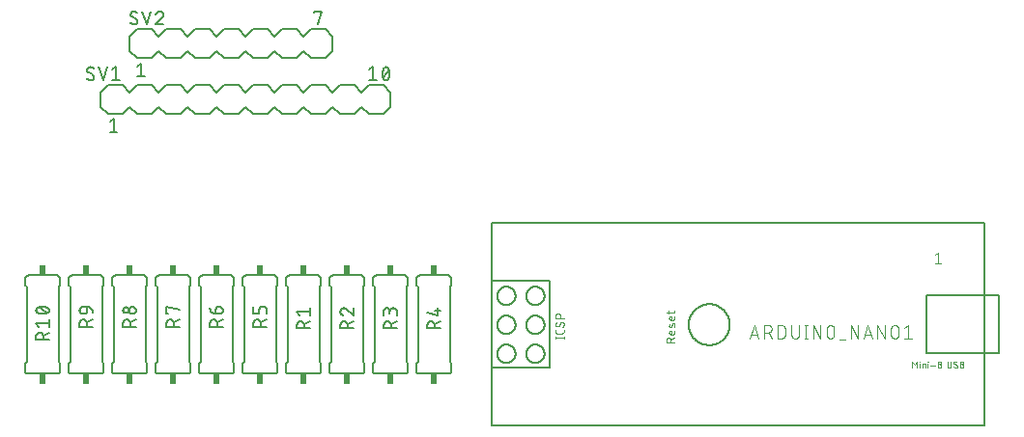
<source format=gbr>
G04 EAGLE Gerber RS-274X export*
G75*
%MOMM*%
%FSLAX34Y34*%
%LPD*%
%INSilkscreen Top*%
%IPPOS*%
%AMOC8*
5,1,8,0,0,1.08239X$1,22.5*%
G01*
%ADD10C,0.127000*%
%ADD11C,0.076200*%
%ADD12C,0.050800*%
%ADD13C,0.101600*%
%ADD14C,0.152400*%
%ADD15R,0.609600X0.863600*%


D10*
X876300Y64300D02*
X444500Y64300D01*
X444500Y115100D01*
X444500Y191300D01*
X444500Y242100D01*
X876300Y242100D01*
X876300Y127800D01*
X876300Y64300D01*
X876300Y127800D02*
X889000Y127800D01*
X889000Y178600D01*
X825500Y178600D02*
X825500Y127800D01*
X876300Y127800D01*
X889000Y178600D02*
X825500Y178600D01*
X617039Y153200D02*
X617044Y153641D01*
X617061Y154081D01*
X617088Y154521D01*
X617125Y154960D01*
X617174Y155399D01*
X617233Y155835D01*
X617303Y156271D01*
X617384Y156704D01*
X617475Y157135D01*
X617577Y157564D01*
X617690Y157990D01*
X617812Y158414D01*
X617946Y158834D01*
X618089Y159251D01*
X618243Y159664D01*
X618406Y160073D01*
X618580Y160479D01*
X618763Y160879D01*
X618957Y161275D01*
X619160Y161667D01*
X619372Y162053D01*
X619594Y162434D01*
X619826Y162809D01*
X620066Y163179D01*
X620315Y163542D01*
X620574Y163899D01*
X620841Y164250D01*
X621116Y164594D01*
X621400Y164932D01*
X621692Y165262D01*
X621992Y165585D01*
X622300Y165900D01*
X622615Y166208D01*
X622938Y166508D01*
X623268Y166800D01*
X623606Y167084D01*
X623950Y167359D01*
X624301Y167626D01*
X624658Y167885D01*
X625021Y168134D01*
X625391Y168374D01*
X625766Y168606D01*
X626147Y168828D01*
X626533Y169040D01*
X626925Y169243D01*
X627321Y169437D01*
X627721Y169620D01*
X628127Y169794D01*
X628536Y169957D01*
X628949Y170111D01*
X629366Y170254D01*
X629786Y170388D01*
X630210Y170510D01*
X630636Y170623D01*
X631065Y170725D01*
X631496Y170816D01*
X631929Y170897D01*
X632365Y170967D01*
X632801Y171026D01*
X633240Y171075D01*
X633679Y171112D01*
X634119Y171139D01*
X634559Y171156D01*
X635000Y171161D01*
X635441Y171156D01*
X635881Y171139D01*
X636321Y171112D01*
X636760Y171075D01*
X637199Y171026D01*
X637635Y170967D01*
X638071Y170897D01*
X638504Y170816D01*
X638935Y170725D01*
X639364Y170623D01*
X639790Y170510D01*
X640214Y170388D01*
X640634Y170254D01*
X641051Y170111D01*
X641464Y169957D01*
X641873Y169794D01*
X642279Y169620D01*
X642679Y169437D01*
X643075Y169243D01*
X643467Y169040D01*
X643853Y168828D01*
X644234Y168606D01*
X644609Y168374D01*
X644979Y168134D01*
X645342Y167885D01*
X645699Y167626D01*
X646050Y167359D01*
X646394Y167084D01*
X646732Y166800D01*
X647062Y166508D01*
X647385Y166208D01*
X647700Y165900D01*
X648008Y165585D01*
X648308Y165262D01*
X648600Y164932D01*
X648884Y164594D01*
X649159Y164250D01*
X649426Y163899D01*
X649685Y163542D01*
X649934Y163179D01*
X650174Y162809D01*
X650406Y162434D01*
X650628Y162053D01*
X650840Y161667D01*
X651043Y161275D01*
X651237Y160879D01*
X651420Y160479D01*
X651594Y160073D01*
X651757Y159664D01*
X651911Y159251D01*
X652054Y158834D01*
X652188Y158414D01*
X652310Y157990D01*
X652423Y157564D01*
X652525Y157135D01*
X652616Y156704D01*
X652697Y156271D01*
X652767Y155835D01*
X652826Y155399D01*
X652875Y154960D01*
X652912Y154521D01*
X652939Y154081D01*
X652956Y153641D01*
X652961Y153200D01*
X652956Y152759D01*
X652939Y152319D01*
X652912Y151879D01*
X652875Y151440D01*
X652826Y151001D01*
X652767Y150565D01*
X652697Y150129D01*
X652616Y149696D01*
X652525Y149265D01*
X652423Y148836D01*
X652310Y148410D01*
X652188Y147986D01*
X652054Y147566D01*
X651911Y147149D01*
X651757Y146736D01*
X651594Y146327D01*
X651420Y145921D01*
X651237Y145521D01*
X651043Y145125D01*
X650840Y144733D01*
X650628Y144347D01*
X650406Y143966D01*
X650174Y143591D01*
X649934Y143221D01*
X649685Y142858D01*
X649426Y142501D01*
X649159Y142150D01*
X648884Y141806D01*
X648600Y141468D01*
X648308Y141138D01*
X648008Y140815D01*
X647700Y140500D01*
X647385Y140192D01*
X647062Y139892D01*
X646732Y139600D01*
X646394Y139316D01*
X646050Y139041D01*
X645699Y138774D01*
X645342Y138515D01*
X644979Y138266D01*
X644609Y138026D01*
X644234Y137794D01*
X643853Y137572D01*
X643467Y137360D01*
X643075Y137157D01*
X642679Y136963D01*
X642279Y136780D01*
X641873Y136606D01*
X641464Y136443D01*
X641051Y136289D01*
X640634Y136146D01*
X640214Y136012D01*
X639790Y135890D01*
X639364Y135777D01*
X638935Y135675D01*
X638504Y135584D01*
X638071Y135503D01*
X637635Y135433D01*
X637199Y135374D01*
X636760Y135325D01*
X636321Y135288D01*
X635881Y135261D01*
X635441Y135244D01*
X635000Y135239D01*
X634559Y135244D01*
X634119Y135261D01*
X633679Y135288D01*
X633240Y135325D01*
X632801Y135374D01*
X632365Y135433D01*
X631929Y135503D01*
X631496Y135584D01*
X631065Y135675D01*
X630636Y135777D01*
X630210Y135890D01*
X629786Y136012D01*
X629366Y136146D01*
X628949Y136289D01*
X628536Y136443D01*
X628127Y136606D01*
X627721Y136780D01*
X627321Y136963D01*
X626925Y137157D01*
X626533Y137360D01*
X626147Y137572D01*
X625766Y137794D01*
X625391Y138026D01*
X625021Y138266D01*
X624658Y138515D01*
X624301Y138774D01*
X623950Y139041D01*
X623606Y139316D01*
X623268Y139600D01*
X622938Y139892D01*
X622615Y140192D01*
X622300Y140500D01*
X621992Y140815D01*
X621692Y141138D01*
X621400Y141468D01*
X621116Y141806D01*
X620841Y142150D01*
X620574Y142501D01*
X620315Y142858D01*
X620066Y143221D01*
X619826Y143591D01*
X619594Y143966D01*
X619372Y144347D01*
X619160Y144733D01*
X618957Y145125D01*
X618763Y145521D01*
X618580Y145921D01*
X618406Y146327D01*
X618243Y146736D01*
X618089Y147149D01*
X617946Y147566D01*
X617812Y147986D01*
X617690Y148410D01*
X617577Y148836D01*
X617475Y149265D01*
X617384Y149696D01*
X617303Y150129D01*
X617233Y150565D01*
X617174Y151001D01*
X617125Y151440D01*
X617088Y151879D01*
X617061Y152319D01*
X617044Y152759D01*
X617039Y153200D01*
D11*
X604647Y137489D02*
X597281Y137489D01*
X597281Y139535D01*
X597283Y139624D01*
X597289Y139713D01*
X597299Y139802D01*
X597312Y139890D01*
X597329Y139978D01*
X597351Y140065D01*
X597376Y140150D01*
X597404Y140235D01*
X597437Y140318D01*
X597473Y140400D01*
X597512Y140480D01*
X597555Y140558D01*
X597601Y140634D01*
X597651Y140709D01*
X597704Y140781D01*
X597760Y140850D01*
X597819Y140917D01*
X597880Y140982D01*
X597945Y141043D01*
X598012Y141102D01*
X598081Y141158D01*
X598153Y141211D01*
X598228Y141261D01*
X598304Y141307D01*
X598382Y141350D01*
X598462Y141389D01*
X598544Y141425D01*
X598627Y141458D01*
X598712Y141486D01*
X598797Y141511D01*
X598884Y141533D01*
X598972Y141550D01*
X599060Y141563D01*
X599149Y141573D01*
X599238Y141579D01*
X599327Y141581D01*
X599416Y141579D01*
X599505Y141573D01*
X599594Y141563D01*
X599682Y141550D01*
X599770Y141533D01*
X599857Y141511D01*
X599942Y141486D01*
X600027Y141458D01*
X600110Y141425D01*
X600192Y141389D01*
X600272Y141350D01*
X600350Y141307D01*
X600426Y141261D01*
X600501Y141211D01*
X600573Y141158D01*
X600642Y141102D01*
X600709Y141043D01*
X600774Y140982D01*
X600835Y140917D01*
X600894Y140850D01*
X600950Y140781D01*
X601003Y140709D01*
X601053Y140634D01*
X601099Y140558D01*
X601142Y140480D01*
X601181Y140400D01*
X601217Y140318D01*
X601250Y140235D01*
X601278Y140150D01*
X601303Y140065D01*
X601325Y139978D01*
X601342Y139890D01*
X601355Y139802D01*
X601365Y139713D01*
X601371Y139624D01*
X601373Y139535D01*
X601373Y137489D01*
X601373Y139944D02*
X604647Y141581D01*
X604647Y145902D02*
X604647Y147948D01*
X604647Y145902D02*
X604645Y145833D01*
X604639Y145765D01*
X604630Y145696D01*
X604616Y145629D01*
X604599Y145562D01*
X604578Y145496D01*
X604554Y145432D01*
X604525Y145369D01*
X604494Y145308D01*
X604459Y145249D01*
X604421Y145191D01*
X604379Y145136D01*
X604335Y145084D01*
X604287Y145034D01*
X604237Y144986D01*
X604185Y144942D01*
X604130Y144901D01*
X604072Y144862D01*
X604013Y144827D01*
X603952Y144796D01*
X603889Y144767D01*
X603825Y144743D01*
X603759Y144722D01*
X603692Y144705D01*
X603625Y144691D01*
X603557Y144682D01*
X603488Y144676D01*
X603419Y144674D01*
X603419Y144675D02*
X601373Y144675D01*
X601373Y144674D02*
X601294Y144676D01*
X601215Y144682D01*
X601136Y144691D01*
X601058Y144704D01*
X600981Y144722D01*
X600905Y144742D01*
X600830Y144767D01*
X600756Y144795D01*
X600683Y144826D01*
X600612Y144862D01*
X600543Y144900D01*
X600476Y144942D01*
X600411Y144987D01*
X600348Y145035D01*
X600287Y145086D01*
X600230Y145140D01*
X600174Y145196D01*
X600122Y145255D01*
X600072Y145317D01*
X600026Y145381D01*
X599982Y145447D01*
X599942Y145515D01*
X599906Y145585D01*
X599872Y145657D01*
X599842Y145731D01*
X599816Y145805D01*
X599793Y145881D01*
X599775Y145958D01*
X599759Y146035D01*
X599748Y146114D01*
X599740Y146192D01*
X599736Y146271D01*
X599736Y146351D01*
X599740Y146430D01*
X599748Y146508D01*
X599759Y146587D01*
X599775Y146664D01*
X599793Y146741D01*
X599816Y146817D01*
X599842Y146891D01*
X599872Y146965D01*
X599906Y147037D01*
X599942Y147107D01*
X599982Y147175D01*
X600026Y147241D01*
X600072Y147305D01*
X600122Y147367D01*
X600174Y147426D01*
X600230Y147482D01*
X600287Y147536D01*
X600348Y147587D01*
X600411Y147635D01*
X600476Y147680D01*
X600543Y147722D01*
X600612Y147760D01*
X600683Y147796D01*
X600756Y147827D01*
X600830Y147855D01*
X600905Y147880D01*
X600981Y147900D01*
X601058Y147918D01*
X601136Y147931D01*
X601215Y147940D01*
X601294Y147946D01*
X601373Y147948D01*
X602192Y147948D01*
X602192Y144675D01*
X601782Y151628D02*
X602601Y153674D01*
X601782Y151628D02*
X601757Y151569D01*
X601728Y151512D01*
X601695Y151457D01*
X601659Y151404D01*
X601621Y151353D01*
X601579Y151305D01*
X601534Y151259D01*
X601487Y151216D01*
X601437Y151176D01*
X601385Y151139D01*
X601330Y151105D01*
X601274Y151074D01*
X601216Y151047D01*
X601156Y151024D01*
X601096Y151004D01*
X601034Y150988D01*
X600971Y150975D01*
X600907Y150967D01*
X600844Y150962D01*
X600780Y150961D01*
X600716Y150964D01*
X600652Y150971D01*
X600589Y150982D01*
X600527Y150996D01*
X600465Y151014D01*
X600405Y151036D01*
X600346Y151061D01*
X600289Y151090D01*
X600234Y151123D01*
X600181Y151158D01*
X600130Y151197D01*
X600081Y151239D01*
X600035Y151283D01*
X599992Y151331D01*
X599952Y151380D01*
X599915Y151433D01*
X599881Y151487D01*
X599850Y151543D01*
X599823Y151601D01*
X599799Y151660D01*
X599780Y151721D01*
X599763Y151783D01*
X599751Y151846D01*
X599742Y151909D01*
X599737Y151973D01*
X599736Y152037D01*
X599740Y152173D01*
X599748Y152308D01*
X599760Y152444D01*
X599776Y152578D01*
X599796Y152713D01*
X599819Y152846D01*
X599847Y152979D01*
X599878Y153111D01*
X599913Y153242D01*
X599952Y153372D01*
X599995Y153501D01*
X600042Y153628D01*
X600092Y153754D01*
X600146Y153879D01*
X602601Y153674D02*
X602626Y153733D01*
X602655Y153790D01*
X602688Y153845D01*
X602724Y153898D01*
X602762Y153949D01*
X602804Y153997D01*
X602849Y154043D01*
X602896Y154086D01*
X602946Y154126D01*
X602998Y154163D01*
X603053Y154197D01*
X603109Y154228D01*
X603167Y154255D01*
X603227Y154278D01*
X603287Y154298D01*
X603349Y154314D01*
X603412Y154327D01*
X603476Y154335D01*
X603539Y154340D01*
X603603Y154341D01*
X603667Y154338D01*
X603731Y154331D01*
X603794Y154320D01*
X603856Y154306D01*
X603918Y154288D01*
X603978Y154266D01*
X604037Y154241D01*
X604094Y154212D01*
X604149Y154179D01*
X604202Y154144D01*
X604253Y154105D01*
X604302Y154063D01*
X604348Y154019D01*
X604391Y153971D01*
X604431Y153922D01*
X604468Y153869D01*
X604502Y153815D01*
X604533Y153759D01*
X604560Y153701D01*
X604584Y153642D01*
X604603Y153581D01*
X604620Y153519D01*
X604632Y153456D01*
X604641Y153393D01*
X604646Y153329D01*
X604647Y153265D01*
X604643Y153101D01*
X604635Y152937D01*
X604623Y152773D01*
X604607Y152610D01*
X604587Y152447D01*
X604564Y152284D01*
X604536Y152123D01*
X604505Y151961D01*
X604470Y151801D01*
X604431Y151642D01*
X604388Y151483D01*
X604342Y151326D01*
X604292Y151169D01*
X604238Y151014D01*
X604647Y158582D02*
X604647Y160628D01*
X604647Y158582D02*
X604645Y158513D01*
X604639Y158445D01*
X604630Y158376D01*
X604616Y158309D01*
X604599Y158242D01*
X604578Y158176D01*
X604554Y158112D01*
X604525Y158049D01*
X604494Y157988D01*
X604459Y157929D01*
X604421Y157871D01*
X604379Y157816D01*
X604335Y157764D01*
X604287Y157714D01*
X604237Y157666D01*
X604185Y157622D01*
X604130Y157581D01*
X604072Y157542D01*
X604013Y157507D01*
X603952Y157476D01*
X603889Y157447D01*
X603825Y157423D01*
X603759Y157402D01*
X603692Y157385D01*
X603625Y157371D01*
X603557Y157362D01*
X603488Y157356D01*
X603419Y157354D01*
X601373Y157354D01*
X601294Y157356D01*
X601215Y157362D01*
X601136Y157371D01*
X601058Y157384D01*
X600981Y157402D01*
X600905Y157422D01*
X600830Y157447D01*
X600756Y157475D01*
X600683Y157506D01*
X600612Y157542D01*
X600543Y157580D01*
X600476Y157622D01*
X600411Y157667D01*
X600348Y157715D01*
X600287Y157766D01*
X600230Y157820D01*
X600174Y157876D01*
X600122Y157935D01*
X600072Y157997D01*
X600026Y158061D01*
X599982Y158127D01*
X599942Y158195D01*
X599906Y158265D01*
X599872Y158337D01*
X599842Y158411D01*
X599816Y158485D01*
X599793Y158561D01*
X599775Y158638D01*
X599759Y158715D01*
X599748Y158794D01*
X599740Y158872D01*
X599736Y158951D01*
X599736Y159031D01*
X599740Y159110D01*
X599748Y159188D01*
X599759Y159267D01*
X599775Y159344D01*
X599793Y159421D01*
X599816Y159497D01*
X599842Y159571D01*
X599872Y159645D01*
X599906Y159717D01*
X599942Y159787D01*
X599982Y159855D01*
X600026Y159921D01*
X600072Y159985D01*
X600122Y160047D01*
X600174Y160106D01*
X600230Y160162D01*
X600287Y160216D01*
X600348Y160267D01*
X600411Y160315D01*
X600476Y160360D01*
X600543Y160402D01*
X600612Y160440D01*
X600683Y160476D01*
X600756Y160507D01*
X600830Y160535D01*
X600905Y160560D01*
X600981Y160580D01*
X601058Y160598D01*
X601136Y160611D01*
X601215Y160620D01*
X601294Y160626D01*
X601373Y160628D01*
X602192Y160628D01*
X602192Y157354D01*
X599736Y163064D02*
X599736Y165519D01*
X597281Y163882D02*
X603419Y163882D01*
X603488Y163884D01*
X603556Y163890D01*
X603625Y163899D01*
X603692Y163913D01*
X603759Y163930D01*
X603825Y163951D01*
X603889Y163975D01*
X603952Y164004D01*
X604013Y164035D01*
X604072Y164070D01*
X604130Y164108D01*
X604185Y164150D01*
X604237Y164194D01*
X604287Y164242D01*
X604335Y164292D01*
X604379Y164344D01*
X604421Y164399D01*
X604459Y164457D01*
X604494Y164516D01*
X604525Y164577D01*
X604554Y164640D01*
X604578Y164704D01*
X604599Y164770D01*
X604616Y164837D01*
X604630Y164904D01*
X604639Y164973D01*
X604645Y165041D01*
X604647Y165110D01*
X604647Y165519D01*
X832598Y214231D02*
X835208Y216319D01*
X835208Y206921D01*
X832598Y206921D02*
X837819Y206921D01*
D12*
X813054Y120942D02*
X813054Y115354D01*
X814917Y117838D02*
X813054Y120942D01*
X814917Y117838D02*
X816779Y120942D01*
X816779Y115354D01*
X819306Y115354D02*
X819306Y119079D01*
X819151Y120632D02*
X819151Y120942D01*
X819461Y120942D01*
X819461Y120632D01*
X819151Y120632D01*
X821722Y119079D02*
X821722Y115354D01*
X821722Y119079D02*
X823274Y119079D01*
X823332Y119077D01*
X823391Y119072D01*
X823448Y119063D01*
X823506Y119050D01*
X823562Y119033D01*
X823617Y119014D01*
X823670Y118990D01*
X823723Y118964D01*
X823773Y118934D01*
X823821Y118901D01*
X823867Y118865D01*
X823911Y118827D01*
X823953Y118785D01*
X823991Y118741D01*
X824027Y118695D01*
X824060Y118647D01*
X824090Y118597D01*
X824116Y118544D01*
X824140Y118491D01*
X824159Y118436D01*
X824176Y118380D01*
X824189Y118322D01*
X824198Y118265D01*
X824203Y118206D01*
X824205Y118148D01*
X824205Y115354D01*
X826621Y115354D02*
X826621Y119079D01*
X826466Y120632D02*
X826466Y120942D01*
X826776Y120942D01*
X826776Y120632D01*
X826466Y120632D01*
X828964Y117527D02*
X832690Y117527D01*
X835393Y118458D02*
X836945Y118458D01*
X837022Y118456D01*
X837100Y118450D01*
X837176Y118441D01*
X837253Y118427D01*
X837328Y118410D01*
X837402Y118389D01*
X837476Y118364D01*
X837548Y118336D01*
X837618Y118304D01*
X837687Y118269D01*
X837754Y118230D01*
X837819Y118188D01*
X837882Y118143D01*
X837943Y118095D01*
X838001Y118044D01*
X838056Y117990D01*
X838109Y117933D01*
X838158Y117874D01*
X838205Y117812D01*
X838249Y117748D01*
X838289Y117682D01*
X838326Y117614D01*
X838360Y117544D01*
X838390Y117473D01*
X838416Y117400D01*
X838439Y117326D01*
X838458Y117251D01*
X838473Y117176D01*
X838485Y117099D01*
X838493Y117022D01*
X838497Y116945D01*
X838497Y116867D01*
X838493Y116790D01*
X838485Y116713D01*
X838473Y116636D01*
X838458Y116561D01*
X838439Y116486D01*
X838416Y116412D01*
X838390Y116339D01*
X838360Y116268D01*
X838326Y116198D01*
X838289Y116130D01*
X838249Y116064D01*
X838205Y116000D01*
X838158Y115938D01*
X838109Y115879D01*
X838056Y115822D01*
X838001Y115768D01*
X837943Y115717D01*
X837882Y115669D01*
X837819Y115624D01*
X837754Y115582D01*
X837687Y115543D01*
X837618Y115508D01*
X837548Y115476D01*
X837476Y115448D01*
X837402Y115423D01*
X837328Y115402D01*
X837253Y115385D01*
X837176Y115371D01*
X837100Y115362D01*
X837022Y115356D01*
X836945Y115354D01*
X835393Y115354D01*
X835393Y120942D01*
X836945Y120942D01*
X837015Y120940D01*
X837084Y120934D01*
X837153Y120924D01*
X837221Y120911D01*
X837289Y120893D01*
X837355Y120872D01*
X837420Y120847D01*
X837484Y120819D01*
X837546Y120787D01*
X837606Y120752D01*
X837664Y120713D01*
X837719Y120671D01*
X837773Y120626D01*
X837823Y120578D01*
X837871Y120528D01*
X837916Y120474D01*
X837958Y120419D01*
X837997Y120361D01*
X838032Y120301D01*
X838064Y120239D01*
X838092Y120175D01*
X838117Y120110D01*
X838138Y120044D01*
X838156Y119976D01*
X838169Y119908D01*
X838179Y119839D01*
X838185Y119770D01*
X838187Y119700D01*
X838185Y119630D01*
X838179Y119561D01*
X838169Y119492D01*
X838156Y119424D01*
X838138Y119356D01*
X838117Y119290D01*
X838092Y119225D01*
X838064Y119161D01*
X838032Y119099D01*
X837997Y119039D01*
X837958Y118981D01*
X837916Y118926D01*
X837871Y118872D01*
X837823Y118822D01*
X837773Y118774D01*
X837719Y118729D01*
X837664Y118687D01*
X837606Y118648D01*
X837546Y118613D01*
X837484Y118581D01*
X837420Y118553D01*
X837355Y118528D01*
X837289Y118507D01*
X837221Y118489D01*
X837153Y118476D01*
X837084Y118466D01*
X837015Y118460D01*
X836945Y118458D01*
X843722Y116906D02*
X843722Y120942D01*
X843722Y116906D02*
X843724Y116829D01*
X843730Y116751D01*
X843739Y116675D01*
X843753Y116598D01*
X843770Y116523D01*
X843791Y116449D01*
X843816Y116375D01*
X843844Y116303D01*
X843876Y116233D01*
X843911Y116164D01*
X843950Y116097D01*
X843992Y116032D01*
X844037Y115969D01*
X844085Y115908D01*
X844136Y115850D01*
X844190Y115795D01*
X844247Y115742D01*
X844306Y115693D01*
X844368Y115646D01*
X844432Y115602D01*
X844498Y115562D01*
X844566Y115525D01*
X844636Y115491D01*
X844707Y115461D01*
X844780Y115435D01*
X844854Y115412D01*
X844929Y115393D01*
X845004Y115378D01*
X845081Y115366D01*
X845158Y115358D01*
X845235Y115354D01*
X845313Y115354D01*
X845390Y115358D01*
X845467Y115366D01*
X845544Y115378D01*
X845619Y115393D01*
X845694Y115412D01*
X845768Y115435D01*
X845841Y115461D01*
X845912Y115491D01*
X845982Y115525D01*
X846050Y115562D01*
X846116Y115602D01*
X846180Y115646D01*
X846242Y115693D01*
X846301Y115742D01*
X846358Y115795D01*
X846412Y115850D01*
X846463Y115908D01*
X846511Y115969D01*
X846556Y116032D01*
X846598Y116097D01*
X846637Y116164D01*
X846672Y116233D01*
X846704Y116303D01*
X846732Y116375D01*
X846757Y116449D01*
X846778Y116523D01*
X846795Y116598D01*
X846809Y116675D01*
X846818Y116751D01*
X846824Y116829D01*
X846826Y116906D01*
X846827Y116906D02*
X846827Y120942D01*
X852313Y116596D02*
X852311Y116526D01*
X852305Y116457D01*
X852295Y116388D01*
X852282Y116320D01*
X852264Y116252D01*
X852243Y116186D01*
X852218Y116121D01*
X852190Y116057D01*
X852158Y115995D01*
X852123Y115935D01*
X852084Y115877D01*
X852042Y115822D01*
X851997Y115768D01*
X851949Y115718D01*
X851899Y115670D01*
X851845Y115625D01*
X851790Y115583D01*
X851732Y115544D01*
X851672Y115509D01*
X851610Y115477D01*
X851546Y115449D01*
X851481Y115424D01*
X851415Y115403D01*
X851347Y115385D01*
X851279Y115372D01*
X851210Y115362D01*
X851141Y115356D01*
X851071Y115354D01*
X850972Y115356D01*
X850874Y115361D01*
X850776Y115371D01*
X850678Y115384D01*
X850581Y115400D01*
X850484Y115420D01*
X850389Y115444D01*
X850294Y115472D01*
X850200Y115503D01*
X850108Y115537D01*
X850017Y115575D01*
X849927Y115616D01*
X849839Y115661D01*
X849753Y115709D01*
X849669Y115760D01*
X849587Y115814D01*
X849506Y115872D01*
X849428Y115932D01*
X849353Y115995D01*
X849279Y116061D01*
X849209Y116130D01*
X849364Y119700D02*
X849366Y119770D01*
X849372Y119839D01*
X849382Y119908D01*
X849395Y119976D01*
X849413Y120044D01*
X849434Y120110D01*
X849459Y120175D01*
X849487Y120239D01*
X849519Y120301D01*
X849554Y120361D01*
X849593Y120419D01*
X849635Y120474D01*
X849680Y120528D01*
X849728Y120578D01*
X849778Y120626D01*
X849832Y120671D01*
X849887Y120713D01*
X849945Y120752D01*
X850005Y120787D01*
X850067Y120819D01*
X850131Y120847D01*
X850196Y120872D01*
X850262Y120893D01*
X850330Y120911D01*
X850398Y120924D01*
X850467Y120934D01*
X850536Y120940D01*
X850606Y120942D01*
X850700Y120940D01*
X850793Y120934D01*
X850886Y120925D01*
X850979Y120912D01*
X851071Y120895D01*
X851162Y120875D01*
X851253Y120850D01*
X851342Y120823D01*
X851430Y120791D01*
X851517Y120756D01*
X851603Y120718D01*
X851686Y120676D01*
X851768Y120631D01*
X851849Y120583D01*
X851927Y120531D01*
X852003Y120476D01*
X849985Y118614D02*
X849926Y118650D01*
X849870Y118690D01*
X849816Y118733D01*
X849764Y118778D01*
X849715Y118827D01*
X849669Y118878D01*
X849626Y118931D01*
X849585Y118987D01*
X849548Y119045D01*
X849513Y119105D01*
X849483Y119166D01*
X849455Y119229D01*
X849431Y119294D01*
X849411Y119360D01*
X849394Y119427D01*
X849381Y119494D01*
X849372Y119562D01*
X849366Y119631D01*
X849364Y119700D01*
X851692Y117682D02*
X851751Y117646D01*
X851807Y117606D01*
X851861Y117563D01*
X851913Y117518D01*
X851962Y117469D01*
X852008Y117418D01*
X852051Y117365D01*
X852092Y117309D01*
X852129Y117251D01*
X852164Y117191D01*
X852194Y117130D01*
X852222Y117067D01*
X852246Y117002D01*
X852266Y116936D01*
X852283Y116869D01*
X852296Y116802D01*
X852305Y116734D01*
X852311Y116665D01*
X852313Y116596D01*
X851692Y117682D02*
X849985Y118614D01*
X854778Y118458D02*
X856330Y118458D01*
X856407Y118456D01*
X856485Y118450D01*
X856561Y118441D01*
X856638Y118427D01*
X856713Y118410D01*
X856787Y118389D01*
X856861Y118364D01*
X856933Y118336D01*
X857003Y118304D01*
X857072Y118269D01*
X857139Y118230D01*
X857204Y118188D01*
X857267Y118143D01*
X857328Y118095D01*
X857386Y118044D01*
X857441Y117990D01*
X857494Y117933D01*
X857543Y117874D01*
X857590Y117812D01*
X857634Y117748D01*
X857674Y117682D01*
X857711Y117614D01*
X857745Y117544D01*
X857775Y117473D01*
X857801Y117400D01*
X857824Y117326D01*
X857843Y117251D01*
X857858Y117176D01*
X857870Y117099D01*
X857878Y117022D01*
X857882Y116945D01*
X857882Y116867D01*
X857878Y116790D01*
X857870Y116713D01*
X857858Y116636D01*
X857843Y116561D01*
X857824Y116486D01*
X857801Y116412D01*
X857775Y116339D01*
X857745Y116268D01*
X857711Y116198D01*
X857674Y116130D01*
X857634Y116064D01*
X857590Y116000D01*
X857543Y115938D01*
X857494Y115879D01*
X857441Y115822D01*
X857386Y115768D01*
X857328Y115717D01*
X857267Y115669D01*
X857204Y115624D01*
X857139Y115582D01*
X857072Y115543D01*
X857003Y115508D01*
X856933Y115476D01*
X856861Y115448D01*
X856787Y115423D01*
X856713Y115402D01*
X856638Y115385D01*
X856561Y115371D01*
X856485Y115362D01*
X856407Y115356D01*
X856330Y115354D01*
X854778Y115354D01*
X854778Y120942D01*
X856330Y120942D01*
X856400Y120940D01*
X856469Y120934D01*
X856538Y120924D01*
X856606Y120911D01*
X856674Y120893D01*
X856740Y120872D01*
X856805Y120847D01*
X856869Y120819D01*
X856931Y120787D01*
X856991Y120752D01*
X857049Y120713D01*
X857104Y120671D01*
X857158Y120626D01*
X857208Y120578D01*
X857256Y120528D01*
X857301Y120474D01*
X857343Y120419D01*
X857382Y120361D01*
X857417Y120301D01*
X857449Y120239D01*
X857477Y120175D01*
X857502Y120110D01*
X857523Y120044D01*
X857541Y119976D01*
X857554Y119908D01*
X857564Y119839D01*
X857570Y119770D01*
X857572Y119700D01*
X857570Y119630D01*
X857564Y119561D01*
X857554Y119492D01*
X857541Y119424D01*
X857523Y119356D01*
X857502Y119290D01*
X857477Y119225D01*
X857449Y119161D01*
X857417Y119099D01*
X857382Y119039D01*
X857343Y118981D01*
X857301Y118926D01*
X857256Y118872D01*
X857208Y118822D01*
X857158Y118774D01*
X857104Y118729D01*
X857049Y118687D01*
X856991Y118648D01*
X856931Y118613D01*
X856869Y118581D01*
X856805Y118553D01*
X856740Y118528D01*
X856674Y118507D01*
X856606Y118489D01*
X856538Y118476D01*
X856469Y118466D01*
X856400Y118460D01*
X856330Y118458D01*
D10*
X495300Y115100D02*
X444500Y115100D01*
X495300Y115100D02*
X495300Y191300D01*
X444500Y191300D01*
X449200Y178600D02*
X449202Y178796D01*
X449210Y178993D01*
X449222Y179189D01*
X449239Y179384D01*
X449260Y179579D01*
X449287Y179774D01*
X449318Y179968D01*
X449354Y180161D01*
X449394Y180353D01*
X449440Y180544D01*
X449490Y180734D01*
X449544Y180922D01*
X449604Y181109D01*
X449668Y181295D01*
X449736Y181479D01*
X449809Y181661D01*
X449886Y181842D01*
X449968Y182020D01*
X450054Y182197D01*
X450145Y182371D01*
X450239Y182543D01*
X450338Y182713D01*
X450441Y182880D01*
X450548Y183045D01*
X450659Y183206D01*
X450774Y183366D01*
X450893Y183522D01*
X451016Y183675D01*
X451142Y183825D01*
X451272Y183972D01*
X451406Y184116D01*
X451543Y184257D01*
X451684Y184394D01*
X451828Y184528D01*
X451975Y184658D01*
X452125Y184784D01*
X452278Y184907D01*
X452434Y185026D01*
X452594Y185141D01*
X452755Y185252D01*
X452920Y185359D01*
X453087Y185462D01*
X453257Y185561D01*
X453429Y185655D01*
X453603Y185746D01*
X453780Y185832D01*
X453958Y185914D01*
X454139Y185991D01*
X454321Y186064D01*
X454505Y186132D01*
X454691Y186196D01*
X454878Y186256D01*
X455066Y186310D01*
X455256Y186360D01*
X455447Y186406D01*
X455639Y186446D01*
X455832Y186482D01*
X456026Y186513D01*
X456221Y186540D01*
X456416Y186561D01*
X456611Y186578D01*
X456807Y186590D01*
X457004Y186598D01*
X457200Y186600D01*
X457396Y186598D01*
X457593Y186590D01*
X457789Y186578D01*
X457984Y186561D01*
X458179Y186540D01*
X458374Y186513D01*
X458568Y186482D01*
X458761Y186446D01*
X458953Y186406D01*
X459144Y186360D01*
X459334Y186310D01*
X459522Y186256D01*
X459709Y186196D01*
X459895Y186132D01*
X460079Y186064D01*
X460261Y185991D01*
X460442Y185914D01*
X460620Y185832D01*
X460797Y185746D01*
X460971Y185655D01*
X461143Y185561D01*
X461313Y185462D01*
X461480Y185359D01*
X461645Y185252D01*
X461806Y185141D01*
X461966Y185026D01*
X462122Y184907D01*
X462275Y184784D01*
X462425Y184658D01*
X462572Y184528D01*
X462716Y184394D01*
X462857Y184257D01*
X462994Y184116D01*
X463128Y183972D01*
X463258Y183825D01*
X463384Y183675D01*
X463507Y183522D01*
X463626Y183366D01*
X463741Y183206D01*
X463852Y183045D01*
X463959Y182880D01*
X464062Y182713D01*
X464161Y182543D01*
X464255Y182371D01*
X464346Y182197D01*
X464432Y182020D01*
X464514Y181842D01*
X464591Y181661D01*
X464664Y181479D01*
X464732Y181295D01*
X464796Y181109D01*
X464856Y180922D01*
X464910Y180734D01*
X464960Y180544D01*
X465006Y180353D01*
X465046Y180161D01*
X465082Y179968D01*
X465113Y179774D01*
X465140Y179579D01*
X465161Y179384D01*
X465178Y179189D01*
X465190Y178993D01*
X465198Y178796D01*
X465200Y178600D01*
X465198Y178404D01*
X465190Y178207D01*
X465178Y178011D01*
X465161Y177816D01*
X465140Y177621D01*
X465113Y177426D01*
X465082Y177232D01*
X465046Y177039D01*
X465006Y176847D01*
X464960Y176656D01*
X464910Y176466D01*
X464856Y176278D01*
X464796Y176091D01*
X464732Y175905D01*
X464664Y175721D01*
X464591Y175539D01*
X464514Y175358D01*
X464432Y175180D01*
X464346Y175003D01*
X464255Y174829D01*
X464161Y174657D01*
X464062Y174487D01*
X463959Y174320D01*
X463852Y174155D01*
X463741Y173994D01*
X463626Y173834D01*
X463507Y173678D01*
X463384Y173525D01*
X463258Y173375D01*
X463128Y173228D01*
X462994Y173084D01*
X462857Y172943D01*
X462716Y172806D01*
X462572Y172672D01*
X462425Y172542D01*
X462275Y172416D01*
X462122Y172293D01*
X461966Y172174D01*
X461806Y172059D01*
X461645Y171948D01*
X461480Y171841D01*
X461313Y171738D01*
X461143Y171639D01*
X460971Y171545D01*
X460797Y171454D01*
X460620Y171368D01*
X460442Y171286D01*
X460261Y171209D01*
X460079Y171136D01*
X459895Y171068D01*
X459709Y171004D01*
X459522Y170944D01*
X459334Y170890D01*
X459144Y170840D01*
X458953Y170794D01*
X458761Y170754D01*
X458568Y170718D01*
X458374Y170687D01*
X458179Y170660D01*
X457984Y170639D01*
X457789Y170622D01*
X457593Y170610D01*
X457396Y170602D01*
X457200Y170600D01*
X457004Y170602D01*
X456807Y170610D01*
X456611Y170622D01*
X456416Y170639D01*
X456221Y170660D01*
X456026Y170687D01*
X455832Y170718D01*
X455639Y170754D01*
X455447Y170794D01*
X455256Y170840D01*
X455066Y170890D01*
X454878Y170944D01*
X454691Y171004D01*
X454505Y171068D01*
X454321Y171136D01*
X454139Y171209D01*
X453958Y171286D01*
X453780Y171368D01*
X453603Y171454D01*
X453429Y171545D01*
X453257Y171639D01*
X453087Y171738D01*
X452920Y171841D01*
X452755Y171948D01*
X452594Y172059D01*
X452434Y172174D01*
X452278Y172293D01*
X452125Y172416D01*
X451975Y172542D01*
X451828Y172672D01*
X451684Y172806D01*
X451543Y172943D01*
X451406Y173084D01*
X451272Y173228D01*
X451142Y173375D01*
X451016Y173525D01*
X450893Y173678D01*
X450774Y173834D01*
X450659Y173994D01*
X450548Y174155D01*
X450441Y174320D01*
X450338Y174487D01*
X450239Y174657D01*
X450145Y174829D01*
X450054Y175003D01*
X449968Y175180D01*
X449886Y175358D01*
X449809Y175539D01*
X449736Y175721D01*
X449668Y175905D01*
X449604Y176091D01*
X449544Y176278D01*
X449490Y176466D01*
X449440Y176656D01*
X449394Y176847D01*
X449354Y177039D01*
X449318Y177232D01*
X449287Y177426D01*
X449260Y177621D01*
X449239Y177816D01*
X449222Y178011D01*
X449210Y178207D01*
X449202Y178404D01*
X449200Y178600D01*
X449200Y153200D02*
X449202Y153396D01*
X449210Y153593D01*
X449222Y153789D01*
X449239Y153984D01*
X449260Y154179D01*
X449287Y154374D01*
X449318Y154568D01*
X449354Y154761D01*
X449394Y154953D01*
X449440Y155144D01*
X449490Y155334D01*
X449544Y155522D01*
X449604Y155709D01*
X449668Y155895D01*
X449736Y156079D01*
X449809Y156261D01*
X449886Y156442D01*
X449968Y156620D01*
X450054Y156797D01*
X450145Y156971D01*
X450239Y157143D01*
X450338Y157313D01*
X450441Y157480D01*
X450548Y157645D01*
X450659Y157806D01*
X450774Y157966D01*
X450893Y158122D01*
X451016Y158275D01*
X451142Y158425D01*
X451272Y158572D01*
X451406Y158716D01*
X451543Y158857D01*
X451684Y158994D01*
X451828Y159128D01*
X451975Y159258D01*
X452125Y159384D01*
X452278Y159507D01*
X452434Y159626D01*
X452594Y159741D01*
X452755Y159852D01*
X452920Y159959D01*
X453087Y160062D01*
X453257Y160161D01*
X453429Y160255D01*
X453603Y160346D01*
X453780Y160432D01*
X453958Y160514D01*
X454139Y160591D01*
X454321Y160664D01*
X454505Y160732D01*
X454691Y160796D01*
X454878Y160856D01*
X455066Y160910D01*
X455256Y160960D01*
X455447Y161006D01*
X455639Y161046D01*
X455832Y161082D01*
X456026Y161113D01*
X456221Y161140D01*
X456416Y161161D01*
X456611Y161178D01*
X456807Y161190D01*
X457004Y161198D01*
X457200Y161200D01*
X457396Y161198D01*
X457593Y161190D01*
X457789Y161178D01*
X457984Y161161D01*
X458179Y161140D01*
X458374Y161113D01*
X458568Y161082D01*
X458761Y161046D01*
X458953Y161006D01*
X459144Y160960D01*
X459334Y160910D01*
X459522Y160856D01*
X459709Y160796D01*
X459895Y160732D01*
X460079Y160664D01*
X460261Y160591D01*
X460442Y160514D01*
X460620Y160432D01*
X460797Y160346D01*
X460971Y160255D01*
X461143Y160161D01*
X461313Y160062D01*
X461480Y159959D01*
X461645Y159852D01*
X461806Y159741D01*
X461966Y159626D01*
X462122Y159507D01*
X462275Y159384D01*
X462425Y159258D01*
X462572Y159128D01*
X462716Y158994D01*
X462857Y158857D01*
X462994Y158716D01*
X463128Y158572D01*
X463258Y158425D01*
X463384Y158275D01*
X463507Y158122D01*
X463626Y157966D01*
X463741Y157806D01*
X463852Y157645D01*
X463959Y157480D01*
X464062Y157313D01*
X464161Y157143D01*
X464255Y156971D01*
X464346Y156797D01*
X464432Y156620D01*
X464514Y156442D01*
X464591Y156261D01*
X464664Y156079D01*
X464732Y155895D01*
X464796Y155709D01*
X464856Y155522D01*
X464910Y155334D01*
X464960Y155144D01*
X465006Y154953D01*
X465046Y154761D01*
X465082Y154568D01*
X465113Y154374D01*
X465140Y154179D01*
X465161Y153984D01*
X465178Y153789D01*
X465190Y153593D01*
X465198Y153396D01*
X465200Y153200D01*
X465198Y153004D01*
X465190Y152807D01*
X465178Y152611D01*
X465161Y152416D01*
X465140Y152221D01*
X465113Y152026D01*
X465082Y151832D01*
X465046Y151639D01*
X465006Y151447D01*
X464960Y151256D01*
X464910Y151066D01*
X464856Y150878D01*
X464796Y150691D01*
X464732Y150505D01*
X464664Y150321D01*
X464591Y150139D01*
X464514Y149958D01*
X464432Y149780D01*
X464346Y149603D01*
X464255Y149429D01*
X464161Y149257D01*
X464062Y149087D01*
X463959Y148920D01*
X463852Y148755D01*
X463741Y148594D01*
X463626Y148434D01*
X463507Y148278D01*
X463384Y148125D01*
X463258Y147975D01*
X463128Y147828D01*
X462994Y147684D01*
X462857Y147543D01*
X462716Y147406D01*
X462572Y147272D01*
X462425Y147142D01*
X462275Y147016D01*
X462122Y146893D01*
X461966Y146774D01*
X461806Y146659D01*
X461645Y146548D01*
X461480Y146441D01*
X461313Y146338D01*
X461143Y146239D01*
X460971Y146145D01*
X460797Y146054D01*
X460620Y145968D01*
X460442Y145886D01*
X460261Y145809D01*
X460079Y145736D01*
X459895Y145668D01*
X459709Y145604D01*
X459522Y145544D01*
X459334Y145490D01*
X459144Y145440D01*
X458953Y145394D01*
X458761Y145354D01*
X458568Y145318D01*
X458374Y145287D01*
X458179Y145260D01*
X457984Y145239D01*
X457789Y145222D01*
X457593Y145210D01*
X457396Y145202D01*
X457200Y145200D01*
X457004Y145202D01*
X456807Y145210D01*
X456611Y145222D01*
X456416Y145239D01*
X456221Y145260D01*
X456026Y145287D01*
X455832Y145318D01*
X455639Y145354D01*
X455447Y145394D01*
X455256Y145440D01*
X455066Y145490D01*
X454878Y145544D01*
X454691Y145604D01*
X454505Y145668D01*
X454321Y145736D01*
X454139Y145809D01*
X453958Y145886D01*
X453780Y145968D01*
X453603Y146054D01*
X453429Y146145D01*
X453257Y146239D01*
X453087Y146338D01*
X452920Y146441D01*
X452755Y146548D01*
X452594Y146659D01*
X452434Y146774D01*
X452278Y146893D01*
X452125Y147016D01*
X451975Y147142D01*
X451828Y147272D01*
X451684Y147406D01*
X451543Y147543D01*
X451406Y147684D01*
X451272Y147828D01*
X451142Y147975D01*
X451016Y148125D01*
X450893Y148278D01*
X450774Y148434D01*
X450659Y148594D01*
X450548Y148755D01*
X450441Y148920D01*
X450338Y149087D01*
X450239Y149257D01*
X450145Y149429D01*
X450054Y149603D01*
X449968Y149780D01*
X449886Y149958D01*
X449809Y150139D01*
X449736Y150321D01*
X449668Y150505D01*
X449604Y150691D01*
X449544Y150878D01*
X449490Y151066D01*
X449440Y151256D01*
X449394Y151447D01*
X449354Y151639D01*
X449318Y151832D01*
X449287Y152026D01*
X449260Y152221D01*
X449239Y152416D01*
X449222Y152611D01*
X449210Y152807D01*
X449202Y153004D01*
X449200Y153200D01*
X449200Y127800D02*
X449202Y127996D01*
X449210Y128193D01*
X449222Y128389D01*
X449239Y128584D01*
X449260Y128779D01*
X449287Y128974D01*
X449318Y129168D01*
X449354Y129361D01*
X449394Y129553D01*
X449440Y129744D01*
X449490Y129934D01*
X449544Y130122D01*
X449604Y130309D01*
X449668Y130495D01*
X449736Y130679D01*
X449809Y130861D01*
X449886Y131042D01*
X449968Y131220D01*
X450054Y131397D01*
X450145Y131571D01*
X450239Y131743D01*
X450338Y131913D01*
X450441Y132080D01*
X450548Y132245D01*
X450659Y132406D01*
X450774Y132566D01*
X450893Y132722D01*
X451016Y132875D01*
X451142Y133025D01*
X451272Y133172D01*
X451406Y133316D01*
X451543Y133457D01*
X451684Y133594D01*
X451828Y133728D01*
X451975Y133858D01*
X452125Y133984D01*
X452278Y134107D01*
X452434Y134226D01*
X452594Y134341D01*
X452755Y134452D01*
X452920Y134559D01*
X453087Y134662D01*
X453257Y134761D01*
X453429Y134855D01*
X453603Y134946D01*
X453780Y135032D01*
X453958Y135114D01*
X454139Y135191D01*
X454321Y135264D01*
X454505Y135332D01*
X454691Y135396D01*
X454878Y135456D01*
X455066Y135510D01*
X455256Y135560D01*
X455447Y135606D01*
X455639Y135646D01*
X455832Y135682D01*
X456026Y135713D01*
X456221Y135740D01*
X456416Y135761D01*
X456611Y135778D01*
X456807Y135790D01*
X457004Y135798D01*
X457200Y135800D01*
X457396Y135798D01*
X457593Y135790D01*
X457789Y135778D01*
X457984Y135761D01*
X458179Y135740D01*
X458374Y135713D01*
X458568Y135682D01*
X458761Y135646D01*
X458953Y135606D01*
X459144Y135560D01*
X459334Y135510D01*
X459522Y135456D01*
X459709Y135396D01*
X459895Y135332D01*
X460079Y135264D01*
X460261Y135191D01*
X460442Y135114D01*
X460620Y135032D01*
X460797Y134946D01*
X460971Y134855D01*
X461143Y134761D01*
X461313Y134662D01*
X461480Y134559D01*
X461645Y134452D01*
X461806Y134341D01*
X461966Y134226D01*
X462122Y134107D01*
X462275Y133984D01*
X462425Y133858D01*
X462572Y133728D01*
X462716Y133594D01*
X462857Y133457D01*
X462994Y133316D01*
X463128Y133172D01*
X463258Y133025D01*
X463384Y132875D01*
X463507Y132722D01*
X463626Y132566D01*
X463741Y132406D01*
X463852Y132245D01*
X463959Y132080D01*
X464062Y131913D01*
X464161Y131743D01*
X464255Y131571D01*
X464346Y131397D01*
X464432Y131220D01*
X464514Y131042D01*
X464591Y130861D01*
X464664Y130679D01*
X464732Y130495D01*
X464796Y130309D01*
X464856Y130122D01*
X464910Y129934D01*
X464960Y129744D01*
X465006Y129553D01*
X465046Y129361D01*
X465082Y129168D01*
X465113Y128974D01*
X465140Y128779D01*
X465161Y128584D01*
X465178Y128389D01*
X465190Y128193D01*
X465198Y127996D01*
X465200Y127800D01*
X465198Y127604D01*
X465190Y127407D01*
X465178Y127211D01*
X465161Y127016D01*
X465140Y126821D01*
X465113Y126626D01*
X465082Y126432D01*
X465046Y126239D01*
X465006Y126047D01*
X464960Y125856D01*
X464910Y125666D01*
X464856Y125478D01*
X464796Y125291D01*
X464732Y125105D01*
X464664Y124921D01*
X464591Y124739D01*
X464514Y124558D01*
X464432Y124380D01*
X464346Y124203D01*
X464255Y124029D01*
X464161Y123857D01*
X464062Y123687D01*
X463959Y123520D01*
X463852Y123355D01*
X463741Y123194D01*
X463626Y123034D01*
X463507Y122878D01*
X463384Y122725D01*
X463258Y122575D01*
X463128Y122428D01*
X462994Y122284D01*
X462857Y122143D01*
X462716Y122006D01*
X462572Y121872D01*
X462425Y121742D01*
X462275Y121616D01*
X462122Y121493D01*
X461966Y121374D01*
X461806Y121259D01*
X461645Y121148D01*
X461480Y121041D01*
X461313Y120938D01*
X461143Y120839D01*
X460971Y120745D01*
X460797Y120654D01*
X460620Y120568D01*
X460442Y120486D01*
X460261Y120409D01*
X460079Y120336D01*
X459895Y120268D01*
X459709Y120204D01*
X459522Y120144D01*
X459334Y120090D01*
X459144Y120040D01*
X458953Y119994D01*
X458761Y119954D01*
X458568Y119918D01*
X458374Y119887D01*
X458179Y119860D01*
X457984Y119839D01*
X457789Y119822D01*
X457593Y119810D01*
X457396Y119802D01*
X457200Y119800D01*
X457004Y119802D01*
X456807Y119810D01*
X456611Y119822D01*
X456416Y119839D01*
X456221Y119860D01*
X456026Y119887D01*
X455832Y119918D01*
X455639Y119954D01*
X455447Y119994D01*
X455256Y120040D01*
X455066Y120090D01*
X454878Y120144D01*
X454691Y120204D01*
X454505Y120268D01*
X454321Y120336D01*
X454139Y120409D01*
X453958Y120486D01*
X453780Y120568D01*
X453603Y120654D01*
X453429Y120745D01*
X453257Y120839D01*
X453087Y120938D01*
X452920Y121041D01*
X452755Y121148D01*
X452594Y121259D01*
X452434Y121374D01*
X452278Y121493D01*
X452125Y121616D01*
X451975Y121742D01*
X451828Y121872D01*
X451684Y122006D01*
X451543Y122143D01*
X451406Y122284D01*
X451272Y122428D01*
X451142Y122575D01*
X451016Y122725D01*
X450893Y122878D01*
X450774Y123034D01*
X450659Y123194D01*
X450548Y123355D01*
X450441Y123520D01*
X450338Y123687D01*
X450239Y123857D01*
X450145Y124029D01*
X450054Y124203D01*
X449968Y124380D01*
X449886Y124558D01*
X449809Y124739D01*
X449736Y124921D01*
X449668Y125105D01*
X449604Y125291D01*
X449544Y125478D01*
X449490Y125666D01*
X449440Y125856D01*
X449394Y126047D01*
X449354Y126239D01*
X449318Y126432D01*
X449287Y126626D01*
X449260Y126821D01*
X449239Y127016D01*
X449222Y127211D01*
X449210Y127407D01*
X449202Y127604D01*
X449200Y127800D01*
X474600Y127800D02*
X474602Y127996D01*
X474610Y128193D01*
X474622Y128389D01*
X474639Y128584D01*
X474660Y128779D01*
X474687Y128974D01*
X474718Y129168D01*
X474754Y129361D01*
X474794Y129553D01*
X474840Y129744D01*
X474890Y129934D01*
X474944Y130122D01*
X475004Y130309D01*
X475068Y130495D01*
X475136Y130679D01*
X475209Y130861D01*
X475286Y131042D01*
X475368Y131220D01*
X475454Y131397D01*
X475545Y131571D01*
X475639Y131743D01*
X475738Y131913D01*
X475841Y132080D01*
X475948Y132245D01*
X476059Y132406D01*
X476174Y132566D01*
X476293Y132722D01*
X476416Y132875D01*
X476542Y133025D01*
X476672Y133172D01*
X476806Y133316D01*
X476943Y133457D01*
X477084Y133594D01*
X477228Y133728D01*
X477375Y133858D01*
X477525Y133984D01*
X477678Y134107D01*
X477834Y134226D01*
X477994Y134341D01*
X478155Y134452D01*
X478320Y134559D01*
X478487Y134662D01*
X478657Y134761D01*
X478829Y134855D01*
X479003Y134946D01*
X479180Y135032D01*
X479358Y135114D01*
X479539Y135191D01*
X479721Y135264D01*
X479905Y135332D01*
X480091Y135396D01*
X480278Y135456D01*
X480466Y135510D01*
X480656Y135560D01*
X480847Y135606D01*
X481039Y135646D01*
X481232Y135682D01*
X481426Y135713D01*
X481621Y135740D01*
X481816Y135761D01*
X482011Y135778D01*
X482207Y135790D01*
X482404Y135798D01*
X482600Y135800D01*
X482796Y135798D01*
X482993Y135790D01*
X483189Y135778D01*
X483384Y135761D01*
X483579Y135740D01*
X483774Y135713D01*
X483968Y135682D01*
X484161Y135646D01*
X484353Y135606D01*
X484544Y135560D01*
X484734Y135510D01*
X484922Y135456D01*
X485109Y135396D01*
X485295Y135332D01*
X485479Y135264D01*
X485661Y135191D01*
X485842Y135114D01*
X486020Y135032D01*
X486197Y134946D01*
X486371Y134855D01*
X486543Y134761D01*
X486713Y134662D01*
X486880Y134559D01*
X487045Y134452D01*
X487206Y134341D01*
X487366Y134226D01*
X487522Y134107D01*
X487675Y133984D01*
X487825Y133858D01*
X487972Y133728D01*
X488116Y133594D01*
X488257Y133457D01*
X488394Y133316D01*
X488528Y133172D01*
X488658Y133025D01*
X488784Y132875D01*
X488907Y132722D01*
X489026Y132566D01*
X489141Y132406D01*
X489252Y132245D01*
X489359Y132080D01*
X489462Y131913D01*
X489561Y131743D01*
X489655Y131571D01*
X489746Y131397D01*
X489832Y131220D01*
X489914Y131042D01*
X489991Y130861D01*
X490064Y130679D01*
X490132Y130495D01*
X490196Y130309D01*
X490256Y130122D01*
X490310Y129934D01*
X490360Y129744D01*
X490406Y129553D01*
X490446Y129361D01*
X490482Y129168D01*
X490513Y128974D01*
X490540Y128779D01*
X490561Y128584D01*
X490578Y128389D01*
X490590Y128193D01*
X490598Y127996D01*
X490600Y127800D01*
X490598Y127604D01*
X490590Y127407D01*
X490578Y127211D01*
X490561Y127016D01*
X490540Y126821D01*
X490513Y126626D01*
X490482Y126432D01*
X490446Y126239D01*
X490406Y126047D01*
X490360Y125856D01*
X490310Y125666D01*
X490256Y125478D01*
X490196Y125291D01*
X490132Y125105D01*
X490064Y124921D01*
X489991Y124739D01*
X489914Y124558D01*
X489832Y124380D01*
X489746Y124203D01*
X489655Y124029D01*
X489561Y123857D01*
X489462Y123687D01*
X489359Y123520D01*
X489252Y123355D01*
X489141Y123194D01*
X489026Y123034D01*
X488907Y122878D01*
X488784Y122725D01*
X488658Y122575D01*
X488528Y122428D01*
X488394Y122284D01*
X488257Y122143D01*
X488116Y122006D01*
X487972Y121872D01*
X487825Y121742D01*
X487675Y121616D01*
X487522Y121493D01*
X487366Y121374D01*
X487206Y121259D01*
X487045Y121148D01*
X486880Y121041D01*
X486713Y120938D01*
X486543Y120839D01*
X486371Y120745D01*
X486197Y120654D01*
X486020Y120568D01*
X485842Y120486D01*
X485661Y120409D01*
X485479Y120336D01*
X485295Y120268D01*
X485109Y120204D01*
X484922Y120144D01*
X484734Y120090D01*
X484544Y120040D01*
X484353Y119994D01*
X484161Y119954D01*
X483968Y119918D01*
X483774Y119887D01*
X483579Y119860D01*
X483384Y119839D01*
X483189Y119822D01*
X482993Y119810D01*
X482796Y119802D01*
X482600Y119800D01*
X482404Y119802D01*
X482207Y119810D01*
X482011Y119822D01*
X481816Y119839D01*
X481621Y119860D01*
X481426Y119887D01*
X481232Y119918D01*
X481039Y119954D01*
X480847Y119994D01*
X480656Y120040D01*
X480466Y120090D01*
X480278Y120144D01*
X480091Y120204D01*
X479905Y120268D01*
X479721Y120336D01*
X479539Y120409D01*
X479358Y120486D01*
X479180Y120568D01*
X479003Y120654D01*
X478829Y120745D01*
X478657Y120839D01*
X478487Y120938D01*
X478320Y121041D01*
X478155Y121148D01*
X477994Y121259D01*
X477834Y121374D01*
X477678Y121493D01*
X477525Y121616D01*
X477375Y121742D01*
X477228Y121872D01*
X477084Y122006D01*
X476943Y122143D01*
X476806Y122284D01*
X476672Y122428D01*
X476542Y122575D01*
X476416Y122725D01*
X476293Y122878D01*
X476174Y123034D01*
X476059Y123194D01*
X475948Y123355D01*
X475841Y123520D01*
X475738Y123687D01*
X475639Y123857D01*
X475545Y124029D01*
X475454Y124203D01*
X475368Y124380D01*
X475286Y124558D01*
X475209Y124739D01*
X475136Y124921D01*
X475068Y125105D01*
X475004Y125291D01*
X474944Y125478D01*
X474890Y125666D01*
X474840Y125856D01*
X474794Y126047D01*
X474754Y126239D01*
X474718Y126432D01*
X474687Y126626D01*
X474660Y126821D01*
X474639Y127016D01*
X474622Y127211D01*
X474610Y127407D01*
X474602Y127604D01*
X474600Y127800D01*
X449200Y153200D02*
X449202Y153396D01*
X449210Y153593D01*
X449222Y153789D01*
X449239Y153984D01*
X449260Y154179D01*
X449287Y154374D01*
X449318Y154568D01*
X449354Y154761D01*
X449394Y154953D01*
X449440Y155144D01*
X449490Y155334D01*
X449544Y155522D01*
X449604Y155709D01*
X449668Y155895D01*
X449736Y156079D01*
X449809Y156261D01*
X449886Y156442D01*
X449968Y156620D01*
X450054Y156797D01*
X450145Y156971D01*
X450239Y157143D01*
X450338Y157313D01*
X450441Y157480D01*
X450548Y157645D01*
X450659Y157806D01*
X450774Y157966D01*
X450893Y158122D01*
X451016Y158275D01*
X451142Y158425D01*
X451272Y158572D01*
X451406Y158716D01*
X451543Y158857D01*
X451684Y158994D01*
X451828Y159128D01*
X451975Y159258D01*
X452125Y159384D01*
X452278Y159507D01*
X452434Y159626D01*
X452594Y159741D01*
X452755Y159852D01*
X452920Y159959D01*
X453087Y160062D01*
X453257Y160161D01*
X453429Y160255D01*
X453603Y160346D01*
X453780Y160432D01*
X453958Y160514D01*
X454139Y160591D01*
X454321Y160664D01*
X454505Y160732D01*
X454691Y160796D01*
X454878Y160856D01*
X455066Y160910D01*
X455256Y160960D01*
X455447Y161006D01*
X455639Y161046D01*
X455832Y161082D01*
X456026Y161113D01*
X456221Y161140D01*
X456416Y161161D01*
X456611Y161178D01*
X456807Y161190D01*
X457004Y161198D01*
X457200Y161200D01*
X457396Y161198D01*
X457593Y161190D01*
X457789Y161178D01*
X457984Y161161D01*
X458179Y161140D01*
X458374Y161113D01*
X458568Y161082D01*
X458761Y161046D01*
X458953Y161006D01*
X459144Y160960D01*
X459334Y160910D01*
X459522Y160856D01*
X459709Y160796D01*
X459895Y160732D01*
X460079Y160664D01*
X460261Y160591D01*
X460442Y160514D01*
X460620Y160432D01*
X460797Y160346D01*
X460971Y160255D01*
X461143Y160161D01*
X461313Y160062D01*
X461480Y159959D01*
X461645Y159852D01*
X461806Y159741D01*
X461966Y159626D01*
X462122Y159507D01*
X462275Y159384D01*
X462425Y159258D01*
X462572Y159128D01*
X462716Y158994D01*
X462857Y158857D01*
X462994Y158716D01*
X463128Y158572D01*
X463258Y158425D01*
X463384Y158275D01*
X463507Y158122D01*
X463626Y157966D01*
X463741Y157806D01*
X463852Y157645D01*
X463959Y157480D01*
X464062Y157313D01*
X464161Y157143D01*
X464255Y156971D01*
X464346Y156797D01*
X464432Y156620D01*
X464514Y156442D01*
X464591Y156261D01*
X464664Y156079D01*
X464732Y155895D01*
X464796Y155709D01*
X464856Y155522D01*
X464910Y155334D01*
X464960Y155144D01*
X465006Y154953D01*
X465046Y154761D01*
X465082Y154568D01*
X465113Y154374D01*
X465140Y154179D01*
X465161Y153984D01*
X465178Y153789D01*
X465190Y153593D01*
X465198Y153396D01*
X465200Y153200D01*
X465198Y153004D01*
X465190Y152807D01*
X465178Y152611D01*
X465161Y152416D01*
X465140Y152221D01*
X465113Y152026D01*
X465082Y151832D01*
X465046Y151639D01*
X465006Y151447D01*
X464960Y151256D01*
X464910Y151066D01*
X464856Y150878D01*
X464796Y150691D01*
X464732Y150505D01*
X464664Y150321D01*
X464591Y150139D01*
X464514Y149958D01*
X464432Y149780D01*
X464346Y149603D01*
X464255Y149429D01*
X464161Y149257D01*
X464062Y149087D01*
X463959Y148920D01*
X463852Y148755D01*
X463741Y148594D01*
X463626Y148434D01*
X463507Y148278D01*
X463384Y148125D01*
X463258Y147975D01*
X463128Y147828D01*
X462994Y147684D01*
X462857Y147543D01*
X462716Y147406D01*
X462572Y147272D01*
X462425Y147142D01*
X462275Y147016D01*
X462122Y146893D01*
X461966Y146774D01*
X461806Y146659D01*
X461645Y146548D01*
X461480Y146441D01*
X461313Y146338D01*
X461143Y146239D01*
X460971Y146145D01*
X460797Y146054D01*
X460620Y145968D01*
X460442Y145886D01*
X460261Y145809D01*
X460079Y145736D01*
X459895Y145668D01*
X459709Y145604D01*
X459522Y145544D01*
X459334Y145490D01*
X459144Y145440D01*
X458953Y145394D01*
X458761Y145354D01*
X458568Y145318D01*
X458374Y145287D01*
X458179Y145260D01*
X457984Y145239D01*
X457789Y145222D01*
X457593Y145210D01*
X457396Y145202D01*
X457200Y145200D01*
X457004Y145202D01*
X456807Y145210D01*
X456611Y145222D01*
X456416Y145239D01*
X456221Y145260D01*
X456026Y145287D01*
X455832Y145318D01*
X455639Y145354D01*
X455447Y145394D01*
X455256Y145440D01*
X455066Y145490D01*
X454878Y145544D01*
X454691Y145604D01*
X454505Y145668D01*
X454321Y145736D01*
X454139Y145809D01*
X453958Y145886D01*
X453780Y145968D01*
X453603Y146054D01*
X453429Y146145D01*
X453257Y146239D01*
X453087Y146338D01*
X452920Y146441D01*
X452755Y146548D01*
X452594Y146659D01*
X452434Y146774D01*
X452278Y146893D01*
X452125Y147016D01*
X451975Y147142D01*
X451828Y147272D01*
X451684Y147406D01*
X451543Y147543D01*
X451406Y147684D01*
X451272Y147828D01*
X451142Y147975D01*
X451016Y148125D01*
X450893Y148278D01*
X450774Y148434D01*
X450659Y148594D01*
X450548Y148755D01*
X450441Y148920D01*
X450338Y149087D01*
X450239Y149257D01*
X450145Y149429D01*
X450054Y149603D01*
X449968Y149780D01*
X449886Y149958D01*
X449809Y150139D01*
X449736Y150321D01*
X449668Y150505D01*
X449604Y150691D01*
X449544Y150878D01*
X449490Y151066D01*
X449440Y151256D01*
X449394Y151447D01*
X449354Y151639D01*
X449318Y151832D01*
X449287Y152026D01*
X449260Y152221D01*
X449239Y152416D01*
X449222Y152611D01*
X449210Y152807D01*
X449202Y153004D01*
X449200Y153200D01*
X474600Y153200D02*
X474602Y153396D01*
X474610Y153593D01*
X474622Y153789D01*
X474639Y153984D01*
X474660Y154179D01*
X474687Y154374D01*
X474718Y154568D01*
X474754Y154761D01*
X474794Y154953D01*
X474840Y155144D01*
X474890Y155334D01*
X474944Y155522D01*
X475004Y155709D01*
X475068Y155895D01*
X475136Y156079D01*
X475209Y156261D01*
X475286Y156442D01*
X475368Y156620D01*
X475454Y156797D01*
X475545Y156971D01*
X475639Y157143D01*
X475738Y157313D01*
X475841Y157480D01*
X475948Y157645D01*
X476059Y157806D01*
X476174Y157966D01*
X476293Y158122D01*
X476416Y158275D01*
X476542Y158425D01*
X476672Y158572D01*
X476806Y158716D01*
X476943Y158857D01*
X477084Y158994D01*
X477228Y159128D01*
X477375Y159258D01*
X477525Y159384D01*
X477678Y159507D01*
X477834Y159626D01*
X477994Y159741D01*
X478155Y159852D01*
X478320Y159959D01*
X478487Y160062D01*
X478657Y160161D01*
X478829Y160255D01*
X479003Y160346D01*
X479180Y160432D01*
X479358Y160514D01*
X479539Y160591D01*
X479721Y160664D01*
X479905Y160732D01*
X480091Y160796D01*
X480278Y160856D01*
X480466Y160910D01*
X480656Y160960D01*
X480847Y161006D01*
X481039Y161046D01*
X481232Y161082D01*
X481426Y161113D01*
X481621Y161140D01*
X481816Y161161D01*
X482011Y161178D01*
X482207Y161190D01*
X482404Y161198D01*
X482600Y161200D01*
X482796Y161198D01*
X482993Y161190D01*
X483189Y161178D01*
X483384Y161161D01*
X483579Y161140D01*
X483774Y161113D01*
X483968Y161082D01*
X484161Y161046D01*
X484353Y161006D01*
X484544Y160960D01*
X484734Y160910D01*
X484922Y160856D01*
X485109Y160796D01*
X485295Y160732D01*
X485479Y160664D01*
X485661Y160591D01*
X485842Y160514D01*
X486020Y160432D01*
X486197Y160346D01*
X486371Y160255D01*
X486543Y160161D01*
X486713Y160062D01*
X486880Y159959D01*
X487045Y159852D01*
X487206Y159741D01*
X487366Y159626D01*
X487522Y159507D01*
X487675Y159384D01*
X487825Y159258D01*
X487972Y159128D01*
X488116Y158994D01*
X488257Y158857D01*
X488394Y158716D01*
X488528Y158572D01*
X488658Y158425D01*
X488784Y158275D01*
X488907Y158122D01*
X489026Y157966D01*
X489141Y157806D01*
X489252Y157645D01*
X489359Y157480D01*
X489462Y157313D01*
X489561Y157143D01*
X489655Y156971D01*
X489746Y156797D01*
X489832Y156620D01*
X489914Y156442D01*
X489991Y156261D01*
X490064Y156079D01*
X490132Y155895D01*
X490196Y155709D01*
X490256Y155522D01*
X490310Y155334D01*
X490360Y155144D01*
X490406Y154953D01*
X490446Y154761D01*
X490482Y154568D01*
X490513Y154374D01*
X490540Y154179D01*
X490561Y153984D01*
X490578Y153789D01*
X490590Y153593D01*
X490598Y153396D01*
X490600Y153200D01*
X490598Y153004D01*
X490590Y152807D01*
X490578Y152611D01*
X490561Y152416D01*
X490540Y152221D01*
X490513Y152026D01*
X490482Y151832D01*
X490446Y151639D01*
X490406Y151447D01*
X490360Y151256D01*
X490310Y151066D01*
X490256Y150878D01*
X490196Y150691D01*
X490132Y150505D01*
X490064Y150321D01*
X489991Y150139D01*
X489914Y149958D01*
X489832Y149780D01*
X489746Y149603D01*
X489655Y149429D01*
X489561Y149257D01*
X489462Y149087D01*
X489359Y148920D01*
X489252Y148755D01*
X489141Y148594D01*
X489026Y148434D01*
X488907Y148278D01*
X488784Y148125D01*
X488658Y147975D01*
X488528Y147828D01*
X488394Y147684D01*
X488257Y147543D01*
X488116Y147406D01*
X487972Y147272D01*
X487825Y147142D01*
X487675Y147016D01*
X487522Y146893D01*
X487366Y146774D01*
X487206Y146659D01*
X487045Y146548D01*
X486880Y146441D01*
X486713Y146338D01*
X486543Y146239D01*
X486371Y146145D01*
X486197Y146054D01*
X486020Y145968D01*
X485842Y145886D01*
X485661Y145809D01*
X485479Y145736D01*
X485295Y145668D01*
X485109Y145604D01*
X484922Y145544D01*
X484734Y145490D01*
X484544Y145440D01*
X484353Y145394D01*
X484161Y145354D01*
X483968Y145318D01*
X483774Y145287D01*
X483579Y145260D01*
X483384Y145239D01*
X483189Y145222D01*
X482993Y145210D01*
X482796Y145202D01*
X482600Y145200D01*
X482404Y145202D01*
X482207Y145210D01*
X482011Y145222D01*
X481816Y145239D01*
X481621Y145260D01*
X481426Y145287D01*
X481232Y145318D01*
X481039Y145354D01*
X480847Y145394D01*
X480656Y145440D01*
X480466Y145490D01*
X480278Y145544D01*
X480091Y145604D01*
X479905Y145668D01*
X479721Y145736D01*
X479539Y145809D01*
X479358Y145886D01*
X479180Y145968D01*
X479003Y146054D01*
X478829Y146145D01*
X478657Y146239D01*
X478487Y146338D01*
X478320Y146441D01*
X478155Y146548D01*
X477994Y146659D01*
X477834Y146774D01*
X477678Y146893D01*
X477525Y147016D01*
X477375Y147142D01*
X477228Y147272D01*
X477084Y147406D01*
X476943Y147543D01*
X476806Y147684D01*
X476672Y147828D01*
X476542Y147975D01*
X476416Y148125D01*
X476293Y148278D01*
X476174Y148434D01*
X476059Y148594D01*
X475948Y148755D01*
X475841Y148920D01*
X475738Y149087D01*
X475639Y149257D01*
X475545Y149429D01*
X475454Y149603D01*
X475368Y149780D01*
X475286Y149958D01*
X475209Y150139D01*
X475136Y150321D01*
X475068Y150505D01*
X475004Y150691D01*
X474944Y150878D01*
X474890Y151066D01*
X474840Y151256D01*
X474794Y151447D01*
X474754Y151639D01*
X474718Y151832D01*
X474687Y152026D01*
X474660Y152221D01*
X474639Y152416D01*
X474622Y152611D01*
X474610Y152807D01*
X474602Y153004D01*
X474600Y153200D01*
X474600Y178600D02*
X474602Y178796D01*
X474610Y178993D01*
X474622Y179189D01*
X474639Y179384D01*
X474660Y179579D01*
X474687Y179774D01*
X474718Y179968D01*
X474754Y180161D01*
X474794Y180353D01*
X474840Y180544D01*
X474890Y180734D01*
X474944Y180922D01*
X475004Y181109D01*
X475068Y181295D01*
X475136Y181479D01*
X475209Y181661D01*
X475286Y181842D01*
X475368Y182020D01*
X475454Y182197D01*
X475545Y182371D01*
X475639Y182543D01*
X475738Y182713D01*
X475841Y182880D01*
X475948Y183045D01*
X476059Y183206D01*
X476174Y183366D01*
X476293Y183522D01*
X476416Y183675D01*
X476542Y183825D01*
X476672Y183972D01*
X476806Y184116D01*
X476943Y184257D01*
X477084Y184394D01*
X477228Y184528D01*
X477375Y184658D01*
X477525Y184784D01*
X477678Y184907D01*
X477834Y185026D01*
X477994Y185141D01*
X478155Y185252D01*
X478320Y185359D01*
X478487Y185462D01*
X478657Y185561D01*
X478829Y185655D01*
X479003Y185746D01*
X479180Y185832D01*
X479358Y185914D01*
X479539Y185991D01*
X479721Y186064D01*
X479905Y186132D01*
X480091Y186196D01*
X480278Y186256D01*
X480466Y186310D01*
X480656Y186360D01*
X480847Y186406D01*
X481039Y186446D01*
X481232Y186482D01*
X481426Y186513D01*
X481621Y186540D01*
X481816Y186561D01*
X482011Y186578D01*
X482207Y186590D01*
X482404Y186598D01*
X482600Y186600D01*
X482796Y186598D01*
X482993Y186590D01*
X483189Y186578D01*
X483384Y186561D01*
X483579Y186540D01*
X483774Y186513D01*
X483968Y186482D01*
X484161Y186446D01*
X484353Y186406D01*
X484544Y186360D01*
X484734Y186310D01*
X484922Y186256D01*
X485109Y186196D01*
X485295Y186132D01*
X485479Y186064D01*
X485661Y185991D01*
X485842Y185914D01*
X486020Y185832D01*
X486197Y185746D01*
X486371Y185655D01*
X486543Y185561D01*
X486713Y185462D01*
X486880Y185359D01*
X487045Y185252D01*
X487206Y185141D01*
X487366Y185026D01*
X487522Y184907D01*
X487675Y184784D01*
X487825Y184658D01*
X487972Y184528D01*
X488116Y184394D01*
X488257Y184257D01*
X488394Y184116D01*
X488528Y183972D01*
X488658Y183825D01*
X488784Y183675D01*
X488907Y183522D01*
X489026Y183366D01*
X489141Y183206D01*
X489252Y183045D01*
X489359Y182880D01*
X489462Y182713D01*
X489561Y182543D01*
X489655Y182371D01*
X489746Y182197D01*
X489832Y182020D01*
X489914Y181842D01*
X489991Y181661D01*
X490064Y181479D01*
X490132Y181295D01*
X490196Y181109D01*
X490256Y180922D01*
X490310Y180734D01*
X490360Y180544D01*
X490406Y180353D01*
X490446Y180161D01*
X490482Y179968D01*
X490513Y179774D01*
X490540Y179579D01*
X490561Y179384D01*
X490578Y179189D01*
X490590Y178993D01*
X490598Y178796D01*
X490600Y178600D01*
X490598Y178404D01*
X490590Y178207D01*
X490578Y178011D01*
X490561Y177816D01*
X490540Y177621D01*
X490513Y177426D01*
X490482Y177232D01*
X490446Y177039D01*
X490406Y176847D01*
X490360Y176656D01*
X490310Y176466D01*
X490256Y176278D01*
X490196Y176091D01*
X490132Y175905D01*
X490064Y175721D01*
X489991Y175539D01*
X489914Y175358D01*
X489832Y175180D01*
X489746Y175003D01*
X489655Y174829D01*
X489561Y174657D01*
X489462Y174487D01*
X489359Y174320D01*
X489252Y174155D01*
X489141Y173994D01*
X489026Y173834D01*
X488907Y173678D01*
X488784Y173525D01*
X488658Y173375D01*
X488528Y173228D01*
X488394Y173084D01*
X488257Y172943D01*
X488116Y172806D01*
X487972Y172672D01*
X487825Y172542D01*
X487675Y172416D01*
X487522Y172293D01*
X487366Y172174D01*
X487206Y172059D01*
X487045Y171948D01*
X486880Y171841D01*
X486713Y171738D01*
X486543Y171639D01*
X486371Y171545D01*
X486197Y171454D01*
X486020Y171368D01*
X485842Y171286D01*
X485661Y171209D01*
X485479Y171136D01*
X485295Y171068D01*
X485109Y171004D01*
X484922Y170944D01*
X484734Y170890D01*
X484544Y170840D01*
X484353Y170794D01*
X484161Y170754D01*
X483968Y170718D01*
X483774Y170687D01*
X483579Y170660D01*
X483384Y170639D01*
X483189Y170622D01*
X482993Y170610D01*
X482796Y170602D01*
X482600Y170600D01*
X482404Y170602D01*
X482207Y170610D01*
X482011Y170622D01*
X481816Y170639D01*
X481621Y170660D01*
X481426Y170687D01*
X481232Y170718D01*
X481039Y170754D01*
X480847Y170794D01*
X480656Y170840D01*
X480466Y170890D01*
X480278Y170944D01*
X480091Y171004D01*
X479905Y171068D01*
X479721Y171136D01*
X479539Y171209D01*
X479358Y171286D01*
X479180Y171368D01*
X479003Y171454D01*
X478829Y171545D01*
X478657Y171639D01*
X478487Y171738D01*
X478320Y171841D01*
X478155Y171948D01*
X477994Y172059D01*
X477834Y172174D01*
X477678Y172293D01*
X477525Y172416D01*
X477375Y172542D01*
X477228Y172672D01*
X477084Y172806D01*
X476943Y172943D01*
X476806Y173084D01*
X476672Y173228D01*
X476542Y173375D01*
X476416Y173525D01*
X476293Y173678D01*
X476174Y173834D01*
X476059Y173994D01*
X475948Y174155D01*
X475841Y174320D01*
X475738Y174487D01*
X475639Y174657D01*
X475545Y174829D01*
X475454Y175003D01*
X475368Y175180D01*
X475286Y175358D01*
X475209Y175539D01*
X475136Y175721D01*
X475068Y175905D01*
X475004Y176091D01*
X474944Y176278D01*
X474890Y176466D01*
X474840Y176656D01*
X474794Y176847D01*
X474754Y177039D01*
X474718Y177232D01*
X474687Y177426D01*
X474660Y177621D01*
X474639Y177816D01*
X474622Y178011D01*
X474610Y178207D01*
X474602Y178404D01*
X474600Y178600D01*
D11*
X500253Y141699D02*
X507619Y141699D01*
X507619Y140881D02*
X507619Y142518D01*
X500253Y142518D02*
X500253Y140881D01*
X507619Y147119D02*
X507619Y148756D01*
X507619Y147119D02*
X507617Y147041D01*
X507612Y146963D01*
X507602Y146886D01*
X507589Y146809D01*
X507573Y146733D01*
X507553Y146658D01*
X507529Y146584D01*
X507502Y146511D01*
X507471Y146439D01*
X507437Y146369D01*
X507400Y146301D01*
X507359Y146234D01*
X507315Y146169D01*
X507269Y146107D01*
X507219Y146047D01*
X507167Y145989D01*
X507112Y145934D01*
X507054Y145882D01*
X506994Y145832D01*
X506932Y145786D01*
X506867Y145742D01*
X506801Y145701D01*
X506732Y145664D01*
X506662Y145630D01*
X506590Y145599D01*
X506517Y145572D01*
X506443Y145548D01*
X506368Y145528D01*
X506292Y145512D01*
X506215Y145499D01*
X506138Y145489D01*
X506060Y145484D01*
X505982Y145482D01*
X501890Y145482D01*
X501810Y145484D01*
X501730Y145490D01*
X501650Y145500D01*
X501571Y145513D01*
X501492Y145531D01*
X501415Y145552D01*
X501339Y145578D01*
X501264Y145607D01*
X501190Y145639D01*
X501118Y145675D01*
X501048Y145715D01*
X500981Y145758D01*
X500915Y145804D01*
X500852Y145854D01*
X500791Y145906D01*
X500732Y145961D01*
X500677Y146020D01*
X500625Y146080D01*
X500575Y146144D01*
X500529Y146209D01*
X500486Y146277D01*
X500446Y146347D01*
X500410Y146419D01*
X500378Y146493D01*
X500349Y146567D01*
X500324Y146644D01*
X500302Y146721D01*
X500284Y146800D01*
X500271Y146879D01*
X500261Y146958D01*
X500255Y147039D01*
X500253Y147119D01*
X500253Y148756D01*
X505982Y155450D02*
X506060Y155448D01*
X506138Y155443D01*
X506215Y155433D01*
X506292Y155420D01*
X506368Y155404D01*
X506443Y155384D01*
X506517Y155360D01*
X506590Y155333D01*
X506662Y155302D01*
X506732Y155268D01*
X506801Y155231D01*
X506867Y155190D01*
X506932Y155146D01*
X506994Y155100D01*
X507054Y155050D01*
X507112Y154998D01*
X507167Y154943D01*
X507219Y154885D01*
X507269Y154825D01*
X507315Y154763D01*
X507359Y154698D01*
X507400Y154632D01*
X507437Y154563D01*
X507471Y154493D01*
X507502Y154421D01*
X507529Y154348D01*
X507553Y154274D01*
X507573Y154199D01*
X507589Y154123D01*
X507602Y154046D01*
X507612Y153969D01*
X507617Y153891D01*
X507619Y153813D01*
X507617Y153699D01*
X507612Y153586D01*
X507602Y153472D01*
X507589Y153359D01*
X507572Y153247D01*
X507552Y153135D01*
X507528Y153024D01*
X507500Y152913D01*
X507469Y152804D01*
X507434Y152696D01*
X507395Y152589D01*
X507353Y152483D01*
X507308Y152379D01*
X507259Y152276D01*
X507206Y152175D01*
X507151Y152076D01*
X507092Y151978D01*
X507030Y151883D01*
X506965Y151790D01*
X506897Y151698D01*
X506826Y151610D01*
X506752Y151523D01*
X506675Y151439D01*
X506596Y151358D01*
X501890Y151562D02*
X501812Y151564D01*
X501734Y151569D01*
X501657Y151579D01*
X501580Y151592D01*
X501504Y151608D01*
X501429Y151628D01*
X501355Y151652D01*
X501282Y151679D01*
X501210Y151710D01*
X501140Y151744D01*
X501072Y151781D01*
X501005Y151822D01*
X500940Y151866D01*
X500878Y151912D01*
X500818Y151962D01*
X500760Y152014D01*
X500705Y152069D01*
X500653Y152127D01*
X500603Y152187D01*
X500557Y152249D01*
X500513Y152314D01*
X500472Y152381D01*
X500435Y152449D01*
X500401Y152519D01*
X500370Y152591D01*
X500343Y152664D01*
X500319Y152738D01*
X500299Y152813D01*
X500283Y152889D01*
X500270Y152966D01*
X500260Y153043D01*
X500255Y153121D01*
X500253Y153199D01*
X500255Y153309D01*
X500261Y153418D01*
X500271Y153528D01*
X500284Y153636D01*
X500302Y153745D01*
X500323Y153852D01*
X500349Y153959D01*
X500378Y154065D01*
X500410Y154170D01*
X500447Y154273D01*
X500487Y154375D01*
X500531Y154476D01*
X500579Y154575D01*
X500629Y154672D01*
X500684Y154767D01*
X500742Y154860D01*
X500803Y154951D01*
X500867Y155040D01*
X503322Y152381D02*
X503280Y152315D01*
X503236Y152250D01*
X503188Y152188D01*
X503138Y152128D01*
X503085Y152070D01*
X503029Y152015D01*
X502971Y151962D01*
X502910Y151913D01*
X502847Y151866D01*
X502782Y151822D01*
X502715Y151782D01*
X502646Y151745D01*
X502575Y151711D01*
X502503Y151680D01*
X502429Y151653D01*
X502354Y151629D01*
X502279Y151609D01*
X502202Y151593D01*
X502125Y151580D01*
X502047Y151570D01*
X501968Y151565D01*
X501890Y151563D01*
X504549Y154631D02*
X504591Y154698D01*
X504635Y154763D01*
X504683Y154825D01*
X504733Y154885D01*
X504786Y154943D01*
X504842Y154998D01*
X504901Y155050D01*
X504961Y155100D01*
X505025Y155147D01*
X505090Y155190D01*
X505157Y155231D01*
X505226Y155268D01*
X505297Y155302D01*
X505369Y155333D01*
X505443Y155360D01*
X505517Y155384D01*
X505593Y155404D01*
X505670Y155420D01*
X505747Y155433D01*
X505825Y155443D01*
X505904Y155448D01*
X505982Y155450D01*
X504550Y154631D02*
X503322Y152381D01*
X500253Y158791D02*
X507619Y158791D01*
X500253Y158791D02*
X500253Y160837D01*
X500255Y160926D01*
X500261Y161015D01*
X500271Y161104D01*
X500284Y161192D01*
X500301Y161280D01*
X500323Y161367D01*
X500348Y161452D01*
X500376Y161537D01*
X500409Y161620D01*
X500445Y161702D01*
X500484Y161782D01*
X500527Y161860D01*
X500573Y161936D01*
X500623Y162011D01*
X500676Y162083D01*
X500732Y162152D01*
X500791Y162219D01*
X500852Y162284D01*
X500917Y162345D01*
X500984Y162404D01*
X501053Y162460D01*
X501125Y162513D01*
X501200Y162563D01*
X501276Y162609D01*
X501354Y162652D01*
X501434Y162691D01*
X501516Y162727D01*
X501599Y162760D01*
X501684Y162788D01*
X501769Y162813D01*
X501856Y162835D01*
X501944Y162852D01*
X502032Y162865D01*
X502121Y162875D01*
X502210Y162881D01*
X502299Y162883D01*
X502388Y162881D01*
X502477Y162875D01*
X502566Y162865D01*
X502654Y162852D01*
X502742Y162835D01*
X502829Y162813D01*
X502914Y162788D01*
X502999Y162760D01*
X503082Y162727D01*
X503164Y162691D01*
X503244Y162652D01*
X503322Y162609D01*
X503398Y162563D01*
X503473Y162513D01*
X503545Y162460D01*
X503614Y162404D01*
X503681Y162345D01*
X503746Y162284D01*
X503807Y162219D01*
X503866Y162152D01*
X503922Y162083D01*
X503975Y162011D01*
X504025Y161936D01*
X504071Y161860D01*
X504114Y161782D01*
X504153Y161702D01*
X504189Y161620D01*
X504222Y161537D01*
X504250Y161452D01*
X504275Y161367D01*
X504297Y161280D01*
X504314Y161192D01*
X504327Y161104D01*
X504337Y161015D01*
X504343Y160926D01*
X504345Y160837D01*
X504345Y158791D01*
D13*
X670659Y141008D02*
X674554Y152692D01*
X678448Y141008D01*
X677475Y143929D02*
X671633Y143929D01*
X683193Y141008D02*
X683193Y152692D01*
X686438Y152692D01*
X686551Y152690D01*
X686664Y152684D01*
X686777Y152674D01*
X686890Y152660D01*
X687002Y152643D01*
X687113Y152621D01*
X687223Y152596D01*
X687333Y152566D01*
X687441Y152533D01*
X687548Y152496D01*
X687654Y152456D01*
X687758Y152411D01*
X687861Y152363D01*
X687962Y152312D01*
X688061Y152257D01*
X688158Y152199D01*
X688253Y152137D01*
X688346Y152072D01*
X688436Y152004D01*
X688524Y151933D01*
X688610Y151858D01*
X688693Y151781D01*
X688773Y151701D01*
X688850Y151618D01*
X688925Y151532D01*
X688996Y151444D01*
X689064Y151354D01*
X689129Y151261D01*
X689191Y151166D01*
X689249Y151069D01*
X689304Y150970D01*
X689355Y150869D01*
X689403Y150766D01*
X689448Y150662D01*
X689488Y150556D01*
X689525Y150449D01*
X689558Y150341D01*
X689588Y150231D01*
X689613Y150121D01*
X689635Y150010D01*
X689652Y149898D01*
X689666Y149785D01*
X689676Y149672D01*
X689682Y149559D01*
X689684Y149446D01*
X689682Y149333D01*
X689676Y149220D01*
X689666Y149107D01*
X689652Y148994D01*
X689635Y148882D01*
X689613Y148771D01*
X689588Y148661D01*
X689558Y148551D01*
X689525Y148443D01*
X689488Y148336D01*
X689448Y148230D01*
X689403Y148126D01*
X689355Y148023D01*
X689304Y147922D01*
X689249Y147823D01*
X689191Y147726D01*
X689129Y147631D01*
X689064Y147538D01*
X688996Y147448D01*
X688925Y147360D01*
X688850Y147274D01*
X688773Y147191D01*
X688693Y147111D01*
X688610Y147034D01*
X688524Y146959D01*
X688436Y146888D01*
X688346Y146820D01*
X688253Y146755D01*
X688158Y146693D01*
X688061Y146635D01*
X687962Y146580D01*
X687861Y146529D01*
X687758Y146481D01*
X687654Y146436D01*
X687548Y146396D01*
X687441Y146359D01*
X687333Y146326D01*
X687223Y146296D01*
X687113Y146271D01*
X687002Y146249D01*
X686890Y146232D01*
X686777Y146218D01*
X686664Y146208D01*
X686551Y146202D01*
X686438Y146200D01*
X686438Y146201D02*
X683193Y146201D01*
X687087Y146201D02*
X689684Y141008D01*
X694930Y141008D02*
X694930Y152692D01*
X698176Y152692D01*
X698289Y152690D01*
X698402Y152684D01*
X698515Y152674D01*
X698628Y152660D01*
X698740Y152643D01*
X698851Y152621D01*
X698961Y152596D01*
X699071Y152566D01*
X699179Y152533D01*
X699286Y152496D01*
X699392Y152456D01*
X699496Y152411D01*
X699599Y152363D01*
X699700Y152312D01*
X699799Y152257D01*
X699896Y152199D01*
X699991Y152137D01*
X700084Y152072D01*
X700174Y152004D01*
X700262Y151933D01*
X700348Y151858D01*
X700431Y151781D01*
X700511Y151701D01*
X700588Y151618D01*
X700663Y151532D01*
X700734Y151444D01*
X700802Y151354D01*
X700867Y151261D01*
X700929Y151166D01*
X700987Y151069D01*
X701042Y150970D01*
X701093Y150869D01*
X701141Y150766D01*
X701186Y150662D01*
X701226Y150556D01*
X701263Y150449D01*
X701296Y150341D01*
X701326Y150231D01*
X701351Y150121D01*
X701373Y150010D01*
X701390Y149898D01*
X701404Y149785D01*
X701414Y149672D01*
X701420Y149559D01*
X701422Y149446D01*
X701421Y149446D02*
X701421Y144254D01*
X701422Y144254D02*
X701420Y144141D01*
X701414Y144028D01*
X701404Y143915D01*
X701390Y143802D01*
X701373Y143690D01*
X701351Y143579D01*
X701326Y143469D01*
X701296Y143359D01*
X701263Y143251D01*
X701226Y143144D01*
X701186Y143038D01*
X701141Y142934D01*
X701093Y142831D01*
X701042Y142730D01*
X700987Y142631D01*
X700929Y142534D01*
X700867Y142439D01*
X700802Y142346D01*
X700734Y142256D01*
X700663Y142168D01*
X700588Y142082D01*
X700511Y141999D01*
X700431Y141919D01*
X700348Y141842D01*
X700262Y141767D01*
X700174Y141696D01*
X700084Y141628D01*
X699991Y141563D01*
X699896Y141501D01*
X699799Y141443D01*
X699700Y141388D01*
X699599Y141337D01*
X699496Y141289D01*
X699392Y141244D01*
X699286Y141204D01*
X699179Y141167D01*
X699071Y141134D01*
X698961Y141104D01*
X698851Y141079D01*
X698740Y141057D01*
X698628Y141040D01*
X698515Y141026D01*
X698402Y141016D01*
X698289Y141010D01*
X698176Y141008D01*
X694930Y141008D01*
X707122Y144254D02*
X707122Y152692D01*
X707122Y144254D02*
X707124Y144141D01*
X707130Y144028D01*
X707140Y143915D01*
X707154Y143802D01*
X707171Y143690D01*
X707193Y143579D01*
X707218Y143469D01*
X707248Y143359D01*
X707281Y143251D01*
X707318Y143144D01*
X707358Y143038D01*
X707403Y142934D01*
X707451Y142831D01*
X707502Y142730D01*
X707557Y142631D01*
X707615Y142534D01*
X707677Y142439D01*
X707742Y142346D01*
X707810Y142256D01*
X707881Y142168D01*
X707956Y142082D01*
X708033Y141999D01*
X708113Y141919D01*
X708196Y141842D01*
X708282Y141767D01*
X708370Y141696D01*
X708460Y141628D01*
X708553Y141563D01*
X708648Y141501D01*
X708745Y141443D01*
X708844Y141388D01*
X708945Y141337D01*
X709048Y141289D01*
X709152Y141244D01*
X709258Y141204D01*
X709365Y141167D01*
X709473Y141134D01*
X709583Y141104D01*
X709693Y141079D01*
X709804Y141057D01*
X709916Y141040D01*
X710029Y141026D01*
X710142Y141016D01*
X710255Y141010D01*
X710368Y141008D01*
X710481Y141010D01*
X710594Y141016D01*
X710707Y141026D01*
X710820Y141040D01*
X710932Y141057D01*
X711043Y141079D01*
X711153Y141104D01*
X711263Y141134D01*
X711371Y141167D01*
X711478Y141204D01*
X711584Y141244D01*
X711688Y141289D01*
X711791Y141337D01*
X711892Y141388D01*
X711991Y141443D01*
X712088Y141501D01*
X712183Y141563D01*
X712276Y141628D01*
X712366Y141696D01*
X712454Y141767D01*
X712540Y141842D01*
X712623Y141919D01*
X712703Y141999D01*
X712780Y142082D01*
X712855Y142168D01*
X712926Y142256D01*
X712994Y142346D01*
X713059Y142439D01*
X713121Y142534D01*
X713179Y142631D01*
X713234Y142730D01*
X713285Y142831D01*
X713333Y142934D01*
X713378Y143038D01*
X713418Y143144D01*
X713455Y143251D01*
X713488Y143359D01*
X713518Y143469D01*
X713543Y143579D01*
X713565Y143690D01*
X713582Y143802D01*
X713596Y143915D01*
X713606Y144028D01*
X713612Y144141D01*
X713614Y144254D01*
X713613Y144254D02*
X713613Y152692D01*
X719893Y152692D02*
X719893Y141008D01*
X721191Y141008D02*
X718594Y141008D01*
X718594Y152692D02*
X721191Y152692D01*
X726172Y152692D02*
X726172Y141008D01*
X732663Y141008D02*
X726172Y152692D01*
X732663Y152692D02*
X732663Y141008D01*
X737983Y144254D02*
X737983Y149446D01*
X737985Y149559D01*
X737991Y149672D01*
X738001Y149785D01*
X738015Y149898D01*
X738032Y150010D01*
X738054Y150121D01*
X738079Y150231D01*
X738109Y150341D01*
X738142Y150449D01*
X738179Y150556D01*
X738219Y150662D01*
X738264Y150766D01*
X738312Y150869D01*
X738363Y150970D01*
X738418Y151069D01*
X738476Y151166D01*
X738538Y151261D01*
X738603Y151354D01*
X738671Y151444D01*
X738742Y151532D01*
X738817Y151618D01*
X738894Y151701D01*
X738974Y151781D01*
X739057Y151858D01*
X739143Y151933D01*
X739231Y152004D01*
X739321Y152072D01*
X739414Y152137D01*
X739509Y152199D01*
X739606Y152257D01*
X739705Y152312D01*
X739806Y152363D01*
X739909Y152411D01*
X740013Y152456D01*
X740119Y152496D01*
X740226Y152533D01*
X740334Y152566D01*
X740444Y152596D01*
X740554Y152621D01*
X740665Y152643D01*
X740777Y152660D01*
X740890Y152674D01*
X741003Y152684D01*
X741116Y152690D01*
X741229Y152692D01*
X741342Y152690D01*
X741455Y152684D01*
X741568Y152674D01*
X741681Y152660D01*
X741793Y152643D01*
X741904Y152621D01*
X742014Y152596D01*
X742124Y152566D01*
X742232Y152533D01*
X742339Y152496D01*
X742445Y152456D01*
X742549Y152411D01*
X742652Y152363D01*
X742753Y152312D01*
X742852Y152257D01*
X742949Y152199D01*
X743044Y152137D01*
X743137Y152072D01*
X743227Y152004D01*
X743315Y151933D01*
X743401Y151858D01*
X743484Y151781D01*
X743564Y151701D01*
X743641Y151618D01*
X743716Y151532D01*
X743787Y151444D01*
X743855Y151354D01*
X743920Y151261D01*
X743982Y151166D01*
X744040Y151069D01*
X744095Y150970D01*
X744146Y150869D01*
X744194Y150766D01*
X744239Y150662D01*
X744279Y150556D01*
X744316Y150449D01*
X744349Y150341D01*
X744379Y150231D01*
X744404Y150121D01*
X744426Y150010D01*
X744443Y149898D01*
X744457Y149785D01*
X744467Y149672D01*
X744473Y149559D01*
X744475Y149446D01*
X744474Y149446D02*
X744474Y144254D01*
X744475Y144254D02*
X744473Y144141D01*
X744467Y144028D01*
X744457Y143915D01*
X744443Y143802D01*
X744426Y143690D01*
X744404Y143579D01*
X744379Y143469D01*
X744349Y143359D01*
X744316Y143251D01*
X744279Y143144D01*
X744239Y143038D01*
X744194Y142934D01*
X744146Y142831D01*
X744095Y142730D01*
X744040Y142631D01*
X743982Y142534D01*
X743920Y142439D01*
X743855Y142346D01*
X743787Y142256D01*
X743716Y142168D01*
X743641Y142082D01*
X743564Y141999D01*
X743484Y141919D01*
X743401Y141842D01*
X743315Y141767D01*
X743227Y141696D01*
X743137Y141628D01*
X743044Y141563D01*
X742949Y141501D01*
X742852Y141443D01*
X742753Y141388D01*
X742652Y141337D01*
X742549Y141289D01*
X742445Y141244D01*
X742339Y141204D01*
X742232Y141167D01*
X742124Y141134D01*
X742014Y141104D01*
X741904Y141079D01*
X741793Y141057D01*
X741681Y141040D01*
X741568Y141026D01*
X741455Y141016D01*
X741342Y141010D01*
X741229Y141008D01*
X741116Y141010D01*
X741003Y141016D01*
X740890Y141026D01*
X740777Y141040D01*
X740665Y141057D01*
X740554Y141079D01*
X740444Y141104D01*
X740334Y141134D01*
X740226Y141167D01*
X740119Y141204D01*
X740013Y141244D01*
X739909Y141289D01*
X739806Y141337D01*
X739705Y141388D01*
X739606Y141443D01*
X739509Y141501D01*
X739414Y141563D01*
X739321Y141628D01*
X739231Y141696D01*
X739143Y141767D01*
X739057Y141842D01*
X738974Y141919D01*
X738894Y141999D01*
X738817Y142082D01*
X738742Y142168D01*
X738671Y142256D01*
X738603Y142346D01*
X738538Y142439D01*
X738476Y142534D01*
X738418Y142631D01*
X738363Y142730D01*
X738312Y142831D01*
X738264Y142934D01*
X738219Y143038D01*
X738179Y143144D01*
X738142Y143251D01*
X738109Y143359D01*
X738079Y143469D01*
X738054Y143579D01*
X738032Y143690D01*
X738015Y143802D01*
X738001Y143915D01*
X737991Y144028D01*
X737985Y144141D01*
X737983Y144254D01*
X748919Y139710D02*
X754112Y139710D01*
X758938Y141008D02*
X758938Y152692D01*
X765429Y141008D01*
X765429Y152692D01*
X773995Y152692D02*
X770100Y141008D01*
X777889Y141008D02*
X773995Y152692D01*
X776916Y143929D02*
X771074Y143929D01*
X782560Y141008D02*
X782560Y152692D01*
X789051Y141008D01*
X789051Y152692D01*
X794371Y149446D02*
X794371Y144254D01*
X794370Y149446D02*
X794372Y149559D01*
X794378Y149672D01*
X794388Y149785D01*
X794402Y149898D01*
X794419Y150010D01*
X794441Y150121D01*
X794466Y150231D01*
X794496Y150341D01*
X794529Y150449D01*
X794566Y150556D01*
X794606Y150662D01*
X794651Y150766D01*
X794699Y150869D01*
X794750Y150970D01*
X794805Y151069D01*
X794863Y151166D01*
X794925Y151261D01*
X794990Y151354D01*
X795058Y151444D01*
X795129Y151532D01*
X795204Y151618D01*
X795281Y151701D01*
X795361Y151781D01*
X795444Y151858D01*
X795530Y151933D01*
X795618Y152004D01*
X795708Y152072D01*
X795801Y152137D01*
X795896Y152199D01*
X795993Y152257D01*
X796092Y152312D01*
X796193Y152363D01*
X796296Y152411D01*
X796400Y152456D01*
X796506Y152496D01*
X796613Y152533D01*
X796721Y152566D01*
X796831Y152596D01*
X796941Y152621D01*
X797052Y152643D01*
X797164Y152660D01*
X797277Y152674D01*
X797390Y152684D01*
X797503Y152690D01*
X797616Y152692D01*
X797729Y152690D01*
X797842Y152684D01*
X797955Y152674D01*
X798068Y152660D01*
X798180Y152643D01*
X798291Y152621D01*
X798401Y152596D01*
X798511Y152566D01*
X798619Y152533D01*
X798726Y152496D01*
X798832Y152456D01*
X798936Y152411D01*
X799039Y152363D01*
X799140Y152312D01*
X799239Y152257D01*
X799336Y152199D01*
X799431Y152137D01*
X799524Y152072D01*
X799614Y152004D01*
X799702Y151933D01*
X799788Y151858D01*
X799871Y151781D01*
X799951Y151701D01*
X800028Y151618D01*
X800103Y151532D01*
X800174Y151444D01*
X800242Y151354D01*
X800307Y151261D01*
X800369Y151166D01*
X800427Y151069D01*
X800482Y150970D01*
X800533Y150869D01*
X800581Y150766D01*
X800626Y150662D01*
X800666Y150556D01*
X800703Y150449D01*
X800736Y150341D01*
X800766Y150231D01*
X800791Y150121D01*
X800813Y150010D01*
X800830Y149898D01*
X800844Y149785D01*
X800854Y149672D01*
X800860Y149559D01*
X800862Y149446D01*
X800862Y144254D01*
X800860Y144141D01*
X800854Y144028D01*
X800844Y143915D01*
X800830Y143802D01*
X800813Y143690D01*
X800791Y143579D01*
X800766Y143469D01*
X800736Y143359D01*
X800703Y143251D01*
X800666Y143144D01*
X800626Y143038D01*
X800581Y142934D01*
X800533Y142831D01*
X800482Y142730D01*
X800427Y142631D01*
X800369Y142534D01*
X800307Y142439D01*
X800242Y142346D01*
X800174Y142256D01*
X800103Y142168D01*
X800028Y142082D01*
X799951Y141999D01*
X799871Y141919D01*
X799788Y141842D01*
X799702Y141767D01*
X799614Y141696D01*
X799524Y141628D01*
X799431Y141563D01*
X799336Y141501D01*
X799239Y141443D01*
X799140Y141388D01*
X799039Y141337D01*
X798936Y141289D01*
X798832Y141244D01*
X798726Y141204D01*
X798619Y141167D01*
X798511Y141134D01*
X798401Y141104D01*
X798291Y141079D01*
X798180Y141057D01*
X798068Y141040D01*
X797955Y141026D01*
X797842Y141016D01*
X797729Y141010D01*
X797616Y141008D01*
X797503Y141010D01*
X797390Y141016D01*
X797277Y141026D01*
X797164Y141040D01*
X797052Y141057D01*
X796941Y141079D01*
X796831Y141104D01*
X796721Y141134D01*
X796613Y141167D01*
X796506Y141204D01*
X796400Y141244D01*
X796296Y141289D01*
X796193Y141337D01*
X796092Y141388D01*
X795993Y141443D01*
X795896Y141501D01*
X795801Y141563D01*
X795708Y141628D01*
X795618Y141696D01*
X795530Y141767D01*
X795444Y141842D01*
X795361Y141919D01*
X795281Y141999D01*
X795204Y142082D01*
X795129Y142168D01*
X795058Y142256D01*
X794990Y142346D01*
X794925Y142439D01*
X794863Y142534D01*
X794805Y142631D01*
X794750Y142730D01*
X794699Y142831D01*
X794651Y142934D01*
X794606Y143038D01*
X794566Y143144D01*
X794529Y143251D01*
X794496Y143359D01*
X794466Y143469D01*
X794441Y143579D01*
X794419Y143690D01*
X794402Y143802D01*
X794388Y143915D01*
X794378Y144028D01*
X794372Y144141D01*
X794370Y144254D01*
X805801Y150096D02*
X809046Y152692D01*
X809046Y141008D01*
X805801Y141008D02*
X812292Y141008D01*
D14*
X266700Y110020D02*
X266600Y110022D01*
X266501Y110028D01*
X266401Y110038D01*
X266303Y110051D01*
X266204Y110069D01*
X266107Y110090D01*
X266011Y110115D01*
X265915Y110144D01*
X265821Y110177D01*
X265728Y110213D01*
X265637Y110253D01*
X265547Y110297D01*
X265459Y110344D01*
X265373Y110394D01*
X265289Y110448D01*
X265207Y110505D01*
X265128Y110565D01*
X265050Y110629D01*
X264976Y110695D01*
X264904Y110764D01*
X264835Y110836D01*
X264769Y110910D01*
X264705Y110988D01*
X264645Y111067D01*
X264588Y111149D01*
X264534Y111233D01*
X264484Y111319D01*
X264437Y111407D01*
X264393Y111497D01*
X264353Y111588D01*
X264317Y111681D01*
X264284Y111775D01*
X264255Y111871D01*
X264230Y111967D01*
X264209Y112064D01*
X264191Y112163D01*
X264178Y112261D01*
X264168Y112361D01*
X264162Y112460D01*
X264160Y112560D01*
X292100Y110020D02*
X292200Y110022D01*
X292299Y110028D01*
X292399Y110038D01*
X292497Y110051D01*
X292596Y110069D01*
X292693Y110090D01*
X292789Y110115D01*
X292885Y110144D01*
X292979Y110177D01*
X293072Y110213D01*
X293163Y110253D01*
X293253Y110297D01*
X293341Y110344D01*
X293427Y110394D01*
X293511Y110448D01*
X293593Y110505D01*
X293672Y110565D01*
X293750Y110629D01*
X293824Y110695D01*
X293896Y110764D01*
X293965Y110836D01*
X294031Y110910D01*
X294095Y110988D01*
X294155Y111067D01*
X294212Y111149D01*
X294266Y111233D01*
X294316Y111319D01*
X294363Y111407D01*
X294407Y111497D01*
X294447Y111588D01*
X294483Y111681D01*
X294516Y111775D01*
X294545Y111871D01*
X294570Y111967D01*
X294591Y112064D01*
X294609Y112163D01*
X294622Y112261D01*
X294632Y112361D01*
X294638Y112460D01*
X294640Y112560D01*
X294640Y193840D02*
X294638Y193940D01*
X294632Y194039D01*
X294622Y194139D01*
X294609Y194237D01*
X294591Y194336D01*
X294570Y194433D01*
X294545Y194529D01*
X294516Y194625D01*
X294483Y194719D01*
X294447Y194812D01*
X294407Y194903D01*
X294363Y194993D01*
X294316Y195081D01*
X294266Y195167D01*
X294212Y195251D01*
X294155Y195333D01*
X294095Y195412D01*
X294031Y195490D01*
X293965Y195564D01*
X293896Y195636D01*
X293824Y195705D01*
X293750Y195771D01*
X293672Y195835D01*
X293593Y195895D01*
X293511Y195952D01*
X293427Y196006D01*
X293341Y196056D01*
X293253Y196103D01*
X293163Y196147D01*
X293072Y196187D01*
X292979Y196223D01*
X292885Y196256D01*
X292789Y196285D01*
X292693Y196310D01*
X292596Y196331D01*
X292497Y196349D01*
X292399Y196362D01*
X292299Y196372D01*
X292200Y196378D01*
X292100Y196380D01*
X266700Y196380D02*
X266600Y196378D01*
X266501Y196372D01*
X266401Y196362D01*
X266303Y196349D01*
X266204Y196331D01*
X266107Y196310D01*
X266011Y196285D01*
X265915Y196256D01*
X265821Y196223D01*
X265728Y196187D01*
X265637Y196147D01*
X265547Y196103D01*
X265459Y196056D01*
X265373Y196006D01*
X265289Y195952D01*
X265207Y195895D01*
X265128Y195835D01*
X265050Y195771D01*
X264976Y195705D01*
X264904Y195636D01*
X264835Y195564D01*
X264769Y195490D01*
X264705Y195412D01*
X264645Y195333D01*
X264588Y195251D01*
X264534Y195167D01*
X264484Y195081D01*
X264437Y194993D01*
X264393Y194903D01*
X264353Y194812D01*
X264317Y194719D01*
X264284Y194625D01*
X264255Y194529D01*
X264230Y194433D01*
X264209Y194336D01*
X264191Y194237D01*
X264178Y194139D01*
X264168Y194039D01*
X264162Y193940D01*
X264160Y193840D01*
X266700Y110020D02*
X292100Y110020D01*
X264160Y112560D02*
X264160Y118910D01*
X265430Y120180D01*
X294640Y118910D02*
X294640Y112560D01*
X294640Y118910D02*
X293370Y120180D01*
X265430Y186220D02*
X264160Y187490D01*
X265430Y186220D02*
X265430Y120180D01*
X293370Y186220D02*
X294640Y187490D01*
X293370Y186220D02*
X293370Y120180D01*
X264160Y187490D02*
X264160Y193840D01*
X294640Y193840D02*
X294640Y187490D01*
X292100Y196380D02*
X266700Y196380D01*
D15*
X279400Y200698D03*
X279400Y105702D03*
D10*
X285115Y150025D02*
X273685Y150025D01*
X273685Y153200D01*
X273687Y153311D01*
X273693Y153421D01*
X273702Y153532D01*
X273716Y153642D01*
X273733Y153751D01*
X273754Y153860D01*
X273779Y153968D01*
X273808Y154075D01*
X273840Y154181D01*
X273876Y154286D01*
X273916Y154389D01*
X273959Y154491D01*
X274006Y154592D01*
X274057Y154691D01*
X274110Y154788D01*
X274167Y154882D01*
X274228Y154975D01*
X274291Y155066D01*
X274358Y155155D01*
X274428Y155241D01*
X274501Y155324D01*
X274576Y155406D01*
X274654Y155484D01*
X274736Y155559D01*
X274819Y155632D01*
X274905Y155702D01*
X274994Y155769D01*
X275085Y155832D01*
X275178Y155893D01*
X275273Y155950D01*
X275369Y156003D01*
X275468Y156054D01*
X275569Y156101D01*
X275671Y156144D01*
X275774Y156184D01*
X275879Y156220D01*
X275985Y156252D01*
X276092Y156281D01*
X276200Y156306D01*
X276309Y156327D01*
X276418Y156344D01*
X276528Y156358D01*
X276639Y156367D01*
X276749Y156373D01*
X276860Y156375D01*
X276971Y156373D01*
X277081Y156367D01*
X277192Y156358D01*
X277302Y156344D01*
X277411Y156327D01*
X277520Y156306D01*
X277628Y156281D01*
X277735Y156252D01*
X277841Y156220D01*
X277946Y156184D01*
X278049Y156144D01*
X278151Y156101D01*
X278252Y156054D01*
X278351Y156003D01*
X278448Y155950D01*
X278542Y155893D01*
X278635Y155832D01*
X278726Y155769D01*
X278815Y155702D01*
X278901Y155632D01*
X278984Y155559D01*
X279066Y155484D01*
X279144Y155406D01*
X279219Y155324D01*
X279292Y155241D01*
X279362Y155155D01*
X279429Y155066D01*
X279492Y154975D01*
X279553Y154882D01*
X279610Y154788D01*
X279663Y154691D01*
X279714Y154592D01*
X279761Y154491D01*
X279804Y154389D01*
X279844Y154286D01*
X279880Y154181D01*
X279912Y154075D01*
X279941Y153968D01*
X279966Y153860D01*
X279987Y153751D01*
X280004Y153642D01*
X280018Y153532D01*
X280027Y153421D01*
X280033Y153311D01*
X280035Y153200D01*
X280035Y150025D01*
X280035Y153835D02*
X285115Y156375D01*
X276225Y161372D02*
X273685Y164547D01*
X285115Y164547D01*
X285115Y161372D02*
X285115Y167722D01*
D14*
X66040Y193840D02*
X66038Y193940D01*
X66032Y194039D01*
X66022Y194139D01*
X66009Y194237D01*
X65991Y194336D01*
X65970Y194433D01*
X65945Y194529D01*
X65916Y194625D01*
X65883Y194719D01*
X65847Y194812D01*
X65807Y194903D01*
X65763Y194993D01*
X65716Y195081D01*
X65666Y195167D01*
X65612Y195251D01*
X65555Y195333D01*
X65495Y195412D01*
X65431Y195490D01*
X65365Y195564D01*
X65296Y195636D01*
X65224Y195705D01*
X65150Y195771D01*
X65072Y195835D01*
X64993Y195895D01*
X64911Y195952D01*
X64827Y196006D01*
X64741Y196056D01*
X64653Y196103D01*
X64563Y196147D01*
X64472Y196187D01*
X64379Y196223D01*
X64285Y196256D01*
X64189Y196285D01*
X64093Y196310D01*
X63996Y196331D01*
X63897Y196349D01*
X63799Y196362D01*
X63699Y196372D01*
X63600Y196378D01*
X63500Y196380D01*
X38100Y196380D02*
X38000Y196378D01*
X37901Y196372D01*
X37801Y196362D01*
X37703Y196349D01*
X37604Y196331D01*
X37507Y196310D01*
X37411Y196285D01*
X37315Y196256D01*
X37221Y196223D01*
X37128Y196187D01*
X37037Y196147D01*
X36947Y196103D01*
X36859Y196056D01*
X36773Y196006D01*
X36689Y195952D01*
X36607Y195895D01*
X36528Y195835D01*
X36450Y195771D01*
X36376Y195705D01*
X36304Y195636D01*
X36235Y195564D01*
X36169Y195490D01*
X36105Y195412D01*
X36045Y195333D01*
X35988Y195251D01*
X35934Y195167D01*
X35884Y195081D01*
X35837Y194993D01*
X35793Y194903D01*
X35753Y194812D01*
X35717Y194719D01*
X35684Y194625D01*
X35655Y194529D01*
X35630Y194433D01*
X35609Y194336D01*
X35591Y194237D01*
X35578Y194139D01*
X35568Y194039D01*
X35562Y193940D01*
X35560Y193840D01*
X35560Y112560D02*
X35562Y112460D01*
X35568Y112361D01*
X35578Y112261D01*
X35591Y112163D01*
X35609Y112064D01*
X35630Y111967D01*
X35655Y111871D01*
X35684Y111775D01*
X35717Y111681D01*
X35753Y111588D01*
X35793Y111497D01*
X35837Y111407D01*
X35884Y111319D01*
X35934Y111233D01*
X35988Y111149D01*
X36045Y111067D01*
X36105Y110988D01*
X36169Y110910D01*
X36235Y110836D01*
X36304Y110764D01*
X36376Y110695D01*
X36450Y110629D01*
X36528Y110565D01*
X36607Y110505D01*
X36689Y110448D01*
X36773Y110394D01*
X36859Y110344D01*
X36947Y110297D01*
X37037Y110253D01*
X37128Y110213D01*
X37221Y110177D01*
X37315Y110144D01*
X37411Y110115D01*
X37507Y110090D01*
X37604Y110069D01*
X37703Y110051D01*
X37801Y110038D01*
X37901Y110028D01*
X38000Y110022D01*
X38100Y110020D01*
X63500Y110020D02*
X63600Y110022D01*
X63699Y110028D01*
X63799Y110038D01*
X63897Y110051D01*
X63996Y110069D01*
X64093Y110090D01*
X64189Y110115D01*
X64285Y110144D01*
X64379Y110177D01*
X64472Y110213D01*
X64563Y110253D01*
X64653Y110297D01*
X64741Y110344D01*
X64827Y110394D01*
X64911Y110448D01*
X64993Y110505D01*
X65072Y110565D01*
X65150Y110629D01*
X65224Y110695D01*
X65296Y110764D01*
X65365Y110836D01*
X65431Y110910D01*
X65495Y110988D01*
X65555Y111067D01*
X65612Y111149D01*
X65666Y111233D01*
X65716Y111319D01*
X65763Y111407D01*
X65807Y111497D01*
X65847Y111588D01*
X65883Y111681D01*
X65916Y111775D01*
X65945Y111871D01*
X65970Y111967D01*
X65991Y112064D01*
X66009Y112163D01*
X66022Y112261D01*
X66032Y112361D01*
X66038Y112460D01*
X66040Y112560D01*
X63500Y196380D02*
X38100Y196380D01*
X66040Y193840D02*
X66040Y187490D01*
X64770Y186220D01*
X35560Y187490D02*
X35560Y193840D01*
X35560Y187490D02*
X36830Y186220D01*
X64770Y120180D02*
X66040Y118910D01*
X64770Y120180D02*
X64770Y186220D01*
X36830Y120180D02*
X35560Y118910D01*
X36830Y120180D02*
X36830Y186220D01*
X66040Y118910D02*
X66040Y112560D01*
X35560Y112560D02*
X35560Y118910D01*
X38100Y110020D02*
X63500Y110020D01*
D15*
X50800Y105702D03*
X50800Y200698D03*
D10*
X56515Y139948D02*
X45085Y139948D01*
X45085Y143123D01*
X45087Y143234D01*
X45093Y143344D01*
X45102Y143455D01*
X45116Y143565D01*
X45133Y143674D01*
X45154Y143783D01*
X45179Y143891D01*
X45208Y143998D01*
X45240Y144104D01*
X45276Y144209D01*
X45316Y144312D01*
X45359Y144414D01*
X45406Y144515D01*
X45457Y144614D01*
X45510Y144711D01*
X45567Y144805D01*
X45628Y144898D01*
X45691Y144989D01*
X45758Y145078D01*
X45828Y145164D01*
X45901Y145247D01*
X45976Y145329D01*
X46054Y145407D01*
X46136Y145482D01*
X46219Y145555D01*
X46305Y145625D01*
X46394Y145692D01*
X46485Y145755D01*
X46578Y145816D01*
X46672Y145873D01*
X46769Y145926D01*
X46868Y145977D01*
X46969Y146024D01*
X47071Y146067D01*
X47174Y146107D01*
X47279Y146143D01*
X47385Y146175D01*
X47492Y146204D01*
X47600Y146229D01*
X47709Y146250D01*
X47818Y146267D01*
X47928Y146281D01*
X48039Y146290D01*
X48149Y146296D01*
X48260Y146298D01*
X48371Y146296D01*
X48481Y146290D01*
X48592Y146281D01*
X48702Y146267D01*
X48811Y146250D01*
X48920Y146229D01*
X49028Y146204D01*
X49135Y146175D01*
X49241Y146143D01*
X49346Y146107D01*
X49449Y146067D01*
X49551Y146024D01*
X49652Y145977D01*
X49751Y145926D01*
X49848Y145873D01*
X49942Y145816D01*
X50035Y145755D01*
X50126Y145692D01*
X50215Y145625D01*
X50301Y145555D01*
X50384Y145482D01*
X50466Y145407D01*
X50544Y145329D01*
X50619Y145247D01*
X50692Y145164D01*
X50762Y145078D01*
X50829Y144989D01*
X50892Y144898D01*
X50953Y144805D01*
X51010Y144711D01*
X51063Y144614D01*
X51114Y144515D01*
X51161Y144414D01*
X51204Y144312D01*
X51244Y144209D01*
X51280Y144104D01*
X51312Y143998D01*
X51341Y143891D01*
X51366Y143783D01*
X51387Y143674D01*
X51404Y143565D01*
X51418Y143455D01*
X51427Y143344D01*
X51433Y143234D01*
X51435Y143123D01*
X51435Y139948D01*
X51435Y143758D02*
X56515Y146298D01*
X47625Y151295D02*
X45085Y154470D01*
X56515Y154470D01*
X56515Y151295D02*
X56515Y157645D01*
X50800Y162725D02*
X50575Y162728D01*
X50350Y162736D01*
X50126Y162749D01*
X49902Y162768D01*
X49678Y162792D01*
X49455Y162821D01*
X49233Y162856D01*
X49012Y162896D01*
X48792Y162942D01*
X48573Y162992D01*
X48355Y163048D01*
X48138Y163109D01*
X47923Y163175D01*
X47710Y163246D01*
X47499Y163323D01*
X47289Y163404D01*
X47081Y163490D01*
X46876Y163581D01*
X46673Y163677D01*
X46585Y163709D01*
X46498Y163745D01*
X46412Y163784D01*
X46328Y163827D01*
X46246Y163873D01*
X46166Y163922D01*
X46088Y163974D01*
X46012Y164030D01*
X45938Y164088D01*
X45867Y164150D01*
X45798Y164214D01*
X45732Y164281D01*
X45669Y164350D01*
X45608Y164422D01*
X45550Y164496D01*
X45496Y164573D01*
X45444Y164651D01*
X45396Y164732D01*
X45351Y164814D01*
X45309Y164899D01*
X45271Y164985D01*
X45236Y165072D01*
X45204Y165160D01*
X45177Y165250D01*
X45152Y165341D01*
X45132Y165433D01*
X45115Y165525D01*
X45102Y165619D01*
X45093Y165712D01*
X45087Y165806D01*
X45085Y165900D01*
X45087Y165994D01*
X45093Y166088D01*
X45102Y166181D01*
X45115Y166275D01*
X45132Y166367D01*
X45152Y166459D01*
X45177Y166550D01*
X45204Y166640D01*
X45236Y166728D01*
X45271Y166815D01*
X45309Y166901D01*
X45351Y166986D01*
X45396Y167068D01*
X45444Y167149D01*
X45496Y167227D01*
X45550Y167304D01*
X45608Y167378D01*
X45669Y167450D01*
X45732Y167519D01*
X45798Y167586D01*
X45867Y167650D01*
X45938Y167712D01*
X46012Y167770D01*
X46088Y167826D01*
X46166Y167878D01*
X46246Y167927D01*
X46328Y167973D01*
X46412Y168016D01*
X46498Y168055D01*
X46585Y168091D01*
X46673Y168123D01*
X46876Y168219D01*
X47081Y168310D01*
X47289Y168396D01*
X47499Y168477D01*
X47710Y168554D01*
X47923Y168625D01*
X48138Y168691D01*
X48355Y168752D01*
X48573Y168808D01*
X48792Y168858D01*
X49012Y168904D01*
X49233Y168944D01*
X49455Y168979D01*
X49678Y169008D01*
X49902Y169032D01*
X50126Y169051D01*
X50350Y169064D01*
X50575Y169072D01*
X50800Y169075D01*
X50800Y162725D02*
X51025Y162728D01*
X51250Y162736D01*
X51474Y162749D01*
X51698Y162768D01*
X51922Y162792D01*
X52145Y162821D01*
X52367Y162856D01*
X52588Y162896D01*
X52808Y162942D01*
X53027Y162992D01*
X53245Y163048D01*
X53462Y163109D01*
X53677Y163175D01*
X53890Y163246D01*
X54101Y163323D01*
X54311Y163404D01*
X54519Y163490D01*
X54724Y163581D01*
X54927Y163677D01*
X54928Y163677D02*
X55016Y163709D01*
X55103Y163745D01*
X55189Y163784D01*
X55273Y163827D01*
X55355Y163873D01*
X55435Y163922D01*
X55513Y163974D01*
X55589Y164030D01*
X55663Y164088D01*
X55734Y164150D01*
X55803Y164214D01*
X55869Y164281D01*
X55932Y164350D01*
X55993Y164422D01*
X56051Y164496D01*
X56105Y164573D01*
X56157Y164651D01*
X56205Y164732D01*
X56250Y164814D01*
X56292Y164899D01*
X56330Y164985D01*
X56365Y165072D01*
X56397Y165160D01*
X56424Y165250D01*
X56449Y165341D01*
X56469Y165433D01*
X56486Y165525D01*
X56499Y165619D01*
X56508Y165712D01*
X56514Y165806D01*
X56516Y165900D01*
X54927Y168123D02*
X54724Y168219D01*
X54519Y168310D01*
X54311Y168396D01*
X54101Y168477D01*
X53890Y168554D01*
X53677Y168625D01*
X53462Y168691D01*
X53245Y168752D01*
X53027Y168808D01*
X52808Y168858D01*
X52588Y168904D01*
X52367Y168944D01*
X52145Y168979D01*
X51922Y169008D01*
X51698Y169032D01*
X51474Y169051D01*
X51250Y169064D01*
X51025Y169072D01*
X50800Y169075D01*
X54928Y168123D02*
X55016Y168091D01*
X55103Y168055D01*
X55189Y168016D01*
X55273Y167973D01*
X55355Y167927D01*
X55435Y167878D01*
X55513Y167826D01*
X55589Y167770D01*
X55663Y167712D01*
X55734Y167650D01*
X55803Y167586D01*
X55869Y167519D01*
X55932Y167450D01*
X55993Y167378D01*
X56051Y167304D01*
X56105Y167227D01*
X56157Y167149D01*
X56205Y167068D01*
X56250Y166986D01*
X56292Y166901D01*
X56330Y166815D01*
X56365Y166728D01*
X56397Y166640D01*
X56424Y166550D01*
X56449Y166459D01*
X56469Y166367D01*
X56486Y166275D01*
X56499Y166181D01*
X56508Y166088D01*
X56514Y165994D01*
X56516Y165900D01*
X53975Y163360D02*
X47625Y168440D01*
D14*
X302260Y112560D02*
X302262Y112460D01*
X302268Y112361D01*
X302278Y112261D01*
X302291Y112163D01*
X302309Y112064D01*
X302330Y111967D01*
X302355Y111871D01*
X302384Y111775D01*
X302417Y111681D01*
X302453Y111588D01*
X302493Y111497D01*
X302537Y111407D01*
X302584Y111319D01*
X302634Y111233D01*
X302688Y111149D01*
X302745Y111067D01*
X302805Y110988D01*
X302869Y110910D01*
X302935Y110836D01*
X303004Y110764D01*
X303076Y110695D01*
X303150Y110629D01*
X303228Y110565D01*
X303307Y110505D01*
X303389Y110448D01*
X303473Y110394D01*
X303559Y110344D01*
X303647Y110297D01*
X303737Y110253D01*
X303828Y110213D01*
X303921Y110177D01*
X304015Y110144D01*
X304111Y110115D01*
X304207Y110090D01*
X304304Y110069D01*
X304403Y110051D01*
X304501Y110038D01*
X304601Y110028D01*
X304700Y110022D01*
X304800Y110020D01*
X330200Y110020D02*
X330300Y110022D01*
X330399Y110028D01*
X330499Y110038D01*
X330597Y110051D01*
X330696Y110069D01*
X330793Y110090D01*
X330889Y110115D01*
X330985Y110144D01*
X331079Y110177D01*
X331172Y110213D01*
X331263Y110253D01*
X331353Y110297D01*
X331441Y110344D01*
X331527Y110394D01*
X331611Y110448D01*
X331693Y110505D01*
X331772Y110565D01*
X331850Y110629D01*
X331924Y110695D01*
X331996Y110764D01*
X332065Y110836D01*
X332131Y110910D01*
X332195Y110988D01*
X332255Y111067D01*
X332312Y111149D01*
X332366Y111233D01*
X332416Y111319D01*
X332463Y111407D01*
X332507Y111497D01*
X332547Y111588D01*
X332583Y111681D01*
X332616Y111775D01*
X332645Y111871D01*
X332670Y111967D01*
X332691Y112064D01*
X332709Y112163D01*
X332722Y112261D01*
X332732Y112361D01*
X332738Y112460D01*
X332740Y112560D01*
X332740Y193840D02*
X332738Y193940D01*
X332732Y194039D01*
X332722Y194139D01*
X332709Y194237D01*
X332691Y194336D01*
X332670Y194433D01*
X332645Y194529D01*
X332616Y194625D01*
X332583Y194719D01*
X332547Y194812D01*
X332507Y194903D01*
X332463Y194993D01*
X332416Y195081D01*
X332366Y195167D01*
X332312Y195251D01*
X332255Y195333D01*
X332195Y195412D01*
X332131Y195490D01*
X332065Y195564D01*
X331996Y195636D01*
X331924Y195705D01*
X331850Y195771D01*
X331772Y195835D01*
X331693Y195895D01*
X331611Y195952D01*
X331527Y196006D01*
X331441Y196056D01*
X331353Y196103D01*
X331263Y196147D01*
X331172Y196187D01*
X331079Y196223D01*
X330985Y196256D01*
X330889Y196285D01*
X330793Y196310D01*
X330696Y196331D01*
X330597Y196349D01*
X330499Y196362D01*
X330399Y196372D01*
X330300Y196378D01*
X330200Y196380D01*
X304800Y196380D02*
X304700Y196378D01*
X304601Y196372D01*
X304501Y196362D01*
X304403Y196349D01*
X304304Y196331D01*
X304207Y196310D01*
X304111Y196285D01*
X304015Y196256D01*
X303921Y196223D01*
X303828Y196187D01*
X303737Y196147D01*
X303647Y196103D01*
X303559Y196056D01*
X303473Y196006D01*
X303389Y195952D01*
X303307Y195895D01*
X303228Y195835D01*
X303150Y195771D01*
X303076Y195705D01*
X303004Y195636D01*
X302935Y195564D01*
X302869Y195490D01*
X302805Y195412D01*
X302745Y195333D01*
X302688Y195251D01*
X302634Y195167D01*
X302584Y195081D01*
X302537Y194993D01*
X302493Y194903D01*
X302453Y194812D01*
X302417Y194719D01*
X302384Y194625D01*
X302355Y194529D01*
X302330Y194433D01*
X302309Y194336D01*
X302291Y194237D01*
X302278Y194139D01*
X302268Y194039D01*
X302262Y193940D01*
X302260Y193840D01*
X304800Y110020D02*
X330200Y110020D01*
X302260Y112560D02*
X302260Y118910D01*
X303530Y120180D01*
X332740Y118910D02*
X332740Y112560D01*
X332740Y118910D02*
X331470Y120180D01*
X303530Y186220D02*
X302260Y187490D01*
X303530Y186220D02*
X303530Y120180D01*
X331470Y186220D02*
X332740Y187490D01*
X331470Y186220D02*
X331470Y120180D01*
X302260Y187490D02*
X302260Y193840D01*
X332740Y193840D02*
X332740Y187490D01*
X330200Y196380D02*
X304800Y196380D01*
D15*
X317500Y200698D03*
X317500Y105702D03*
D10*
X323215Y150025D02*
X311785Y150025D01*
X311785Y153200D01*
X311787Y153311D01*
X311793Y153421D01*
X311802Y153532D01*
X311816Y153642D01*
X311833Y153751D01*
X311854Y153860D01*
X311879Y153968D01*
X311908Y154075D01*
X311940Y154181D01*
X311976Y154286D01*
X312016Y154389D01*
X312059Y154491D01*
X312106Y154592D01*
X312157Y154691D01*
X312210Y154788D01*
X312267Y154882D01*
X312328Y154975D01*
X312391Y155066D01*
X312458Y155155D01*
X312528Y155241D01*
X312601Y155324D01*
X312676Y155406D01*
X312754Y155484D01*
X312836Y155559D01*
X312919Y155632D01*
X313005Y155702D01*
X313094Y155769D01*
X313185Y155832D01*
X313278Y155893D01*
X313373Y155950D01*
X313469Y156003D01*
X313568Y156054D01*
X313669Y156101D01*
X313771Y156144D01*
X313874Y156184D01*
X313979Y156220D01*
X314085Y156252D01*
X314192Y156281D01*
X314300Y156306D01*
X314409Y156327D01*
X314518Y156344D01*
X314628Y156358D01*
X314739Y156367D01*
X314849Y156373D01*
X314960Y156375D01*
X315071Y156373D01*
X315181Y156367D01*
X315292Y156358D01*
X315402Y156344D01*
X315511Y156327D01*
X315620Y156306D01*
X315728Y156281D01*
X315835Y156252D01*
X315941Y156220D01*
X316046Y156184D01*
X316149Y156144D01*
X316251Y156101D01*
X316352Y156054D01*
X316451Y156003D01*
X316548Y155950D01*
X316642Y155893D01*
X316735Y155832D01*
X316826Y155769D01*
X316915Y155702D01*
X317001Y155632D01*
X317084Y155559D01*
X317166Y155484D01*
X317244Y155406D01*
X317319Y155324D01*
X317392Y155241D01*
X317462Y155155D01*
X317529Y155066D01*
X317592Y154975D01*
X317653Y154882D01*
X317710Y154788D01*
X317763Y154691D01*
X317814Y154592D01*
X317861Y154491D01*
X317904Y154389D01*
X317944Y154286D01*
X317980Y154181D01*
X318012Y154075D01*
X318041Y153968D01*
X318066Y153860D01*
X318087Y153751D01*
X318104Y153642D01*
X318118Y153532D01*
X318127Y153421D01*
X318133Y153311D01*
X318135Y153200D01*
X318135Y150025D01*
X318135Y153835D02*
X323215Y156375D01*
X314643Y167723D02*
X314539Y167721D01*
X314434Y167715D01*
X314330Y167706D01*
X314227Y167693D01*
X314124Y167675D01*
X314022Y167655D01*
X313920Y167630D01*
X313820Y167602D01*
X313720Y167570D01*
X313622Y167534D01*
X313525Y167495D01*
X313430Y167453D01*
X313336Y167407D01*
X313244Y167357D01*
X313154Y167305D01*
X313066Y167249D01*
X312980Y167189D01*
X312896Y167127D01*
X312815Y167062D01*
X312736Y166994D01*
X312659Y166922D01*
X312586Y166849D01*
X312514Y166772D01*
X312446Y166693D01*
X312381Y166612D01*
X312319Y166528D01*
X312259Y166442D01*
X312203Y166354D01*
X312151Y166264D01*
X312101Y166172D01*
X312055Y166078D01*
X312013Y165983D01*
X311974Y165886D01*
X311938Y165788D01*
X311906Y165688D01*
X311878Y165588D01*
X311853Y165486D01*
X311833Y165384D01*
X311815Y165281D01*
X311802Y165178D01*
X311793Y165074D01*
X311787Y164969D01*
X311785Y164865D01*
X311787Y164747D01*
X311793Y164628D01*
X311802Y164510D01*
X311815Y164393D01*
X311833Y164276D01*
X311853Y164159D01*
X311878Y164043D01*
X311906Y163928D01*
X311939Y163815D01*
X311974Y163702D01*
X312014Y163590D01*
X312056Y163480D01*
X312103Y163371D01*
X312153Y163263D01*
X312206Y163158D01*
X312263Y163054D01*
X312323Y162952D01*
X312386Y162852D01*
X312453Y162754D01*
X312522Y162658D01*
X312595Y162565D01*
X312671Y162474D01*
X312749Y162385D01*
X312831Y162299D01*
X312915Y162216D01*
X313001Y162135D01*
X313091Y162058D01*
X313182Y161983D01*
X313276Y161911D01*
X313373Y161842D01*
X313471Y161777D01*
X313572Y161714D01*
X313675Y161655D01*
X313779Y161599D01*
X313885Y161547D01*
X313993Y161498D01*
X314102Y161453D01*
X314213Y161411D01*
X314325Y161373D01*
X316865Y166770D02*
X316790Y166846D01*
X316711Y166921D01*
X316630Y166992D01*
X316546Y167061D01*
X316460Y167126D01*
X316372Y167188D01*
X316282Y167248D01*
X316190Y167304D01*
X316095Y167357D01*
X315999Y167406D01*
X315901Y167452D01*
X315802Y167495D01*
X315701Y167534D01*
X315599Y167569D01*
X315496Y167601D01*
X315392Y167629D01*
X315287Y167654D01*
X315180Y167675D01*
X315074Y167692D01*
X314967Y167705D01*
X314859Y167714D01*
X314751Y167720D01*
X314643Y167722D01*
X316865Y166770D02*
X323215Y161372D01*
X323215Y167722D01*
D14*
X340360Y112560D02*
X340362Y112460D01*
X340368Y112361D01*
X340378Y112261D01*
X340391Y112163D01*
X340409Y112064D01*
X340430Y111967D01*
X340455Y111871D01*
X340484Y111775D01*
X340517Y111681D01*
X340553Y111588D01*
X340593Y111497D01*
X340637Y111407D01*
X340684Y111319D01*
X340734Y111233D01*
X340788Y111149D01*
X340845Y111067D01*
X340905Y110988D01*
X340969Y110910D01*
X341035Y110836D01*
X341104Y110764D01*
X341176Y110695D01*
X341250Y110629D01*
X341328Y110565D01*
X341407Y110505D01*
X341489Y110448D01*
X341573Y110394D01*
X341659Y110344D01*
X341747Y110297D01*
X341837Y110253D01*
X341928Y110213D01*
X342021Y110177D01*
X342115Y110144D01*
X342211Y110115D01*
X342307Y110090D01*
X342404Y110069D01*
X342503Y110051D01*
X342601Y110038D01*
X342701Y110028D01*
X342800Y110022D01*
X342900Y110020D01*
X368300Y110020D02*
X368400Y110022D01*
X368499Y110028D01*
X368599Y110038D01*
X368697Y110051D01*
X368796Y110069D01*
X368893Y110090D01*
X368989Y110115D01*
X369085Y110144D01*
X369179Y110177D01*
X369272Y110213D01*
X369363Y110253D01*
X369453Y110297D01*
X369541Y110344D01*
X369627Y110394D01*
X369711Y110448D01*
X369793Y110505D01*
X369872Y110565D01*
X369950Y110629D01*
X370024Y110695D01*
X370096Y110764D01*
X370165Y110836D01*
X370231Y110910D01*
X370295Y110988D01*
X370355Y111067D01*
X370412Y111149D01*
X370466Y111233D01*
X370516Y111319D01*
X370563Y111407D01*
X370607Y111497D01*
X370647Y111588D01*
X370683Y111681D01*
X370716Y111775D01*
X370745Y111871D01*
X370770Y111967D01*
X370791Y112064D01*
X370809Y112163D01*
X370822Y112261D01*
X370832Y112361D01*
X370838Y112460D01*
X370840Y112560D01*
X370840Y193840D02*
X370838Y193940D01*
X370832Y194039D01*
X370822Y194139D01*
X370809Y194237D01*
X370791Y194336D01*
X370770Y194433D01*
X370745Y194529D01*
X370716Y194625D01*
X370683Y194719D01*
X370647Y194812D01*
X370607Y194903D01*
X370563Y194993D01*
X370516Y195081D01*
X370466Y195167D01*
X370412Y195251D01*
X370355Y195333D01*
X370295Y195412D01*
X370231Y195490D01*
X370165Y195564D01*
X370096Y195636D01*
X370024Y195705D01*
X369950Y195771D01*
X369872Y195835D01*
X369793Y195895D01*
X369711Y195952D01*
X369627Y196006D01*
X369541Y196056D01*
X369453Y196103D01*
X369363Y196147D01*
X369272Y196187D01*
X369179Y196223D01*
X369085Y196256D01*
X368989Y196285D01*
X368893Y196310D01*
X368796Y196331D01*
X368697Y196349D01*
X368599Y196362D01*
X368499Y196372D01*
X368400Y196378D01*
X368300Y196380D01*
X342900Y196380D02*
X342800Y196378D01*
X342701Y196372D01*
X342601Y196362D01*
X342503Y196349D01*
X342404Y196331D01*
X342307Y196310D01*
X342211Y196285D01*
X342115Y196256D01*
X342021Y196223D01*
X341928Y196187D01*
X341837Y196147D01*
X341747Y196103D01*
X341659Y196056D01*
X341573Y196006D01*
X341489Y195952D01*
X341407Y195895D01*
X341328Y195835D01*
X341250Y195771D01*
X341176Y195705D01*
X341104Y195636D01*
X341035Y195564D01*
X340969Y195490D01*
X340905Y195412D01*
X340845Y195333D01*
X340788Y195251D01*
X340734Y195167D01*
X340684Y195081D01*
X340637Y194993D01*
X340593Y194903D01*
X340553Y194812D01*
X340517Y194719D01*
X340484Y194625D01*
X340455Y194529D01*
X340430Y194433D01*
X340409Y194336D01*
X340391Y194237D01*
X340378Y194139D01*
X340368Y194039D01*
X340362Y193940D01*
X340360Y193840D01*
X342900Y110020D02*
X368300Y110020D01*
X340360Y112560D02*
X340360Y118910D01*
X341630Y120180D01*
X370840Y118910D02*
X370840Y112560D01*
X370840Y118910D02*
X369570Y120180D01*
X341630Y186220D02*
X340360Y187490D01*
X341630Y186220D02*
X341630Y120180D01*
X369570Y186220D02*
X370840Y187490D01*
X369570Y186220D02*
X369570Y120180D01*
X340360Y187490D02*
X340360Y193840D01*
X370840Y193840D02*
X370840Y187490D01*
X368300Y196380D02*
X342900Y196380D01*
D15*
X355600Y200698D03*
X355600Y105702D03*
D10*
X361315Y150025D02*
X349885Y150025D01*
X349885Y153200D01*
X349887Y153311D01*
X349893Y153421D01*
X349902Y153532D01*
X349916Y153642D01*
X349933Y153751D01*
X349954Y153860D01*
X349979Y153968D01*
X350008Y154075D01*
X350040Y154181D01*
X350076Y154286D01*
X350116Y154389D01*
X350159Y154491D01*
X350206Y154592D01*
X350257Y154691D01*
X350310Y154788D01*
X350367Y154882D01*
X350428Y154975D01*
X350491Y155066D01*
X350558Y155155D01*
X350628Y155241D01*
X350701Y155324D01*
X350776Y155406D01*
X350854Y155484D01*
X350936Y155559D01*
X351019Y155632D01*
X351105Y155702D01*
X351194Y155769D01*
X351285Y155832D01*
X351378Y155893D01*
X351473Y155950D01*
X351569Y156003D01*
X351668Y156054D01*
X351769Y156101D01*
X351871Y156144D01*
X351974Y156184D01*
X352079Y156220D01*
X352185Y156252D01*
X352292Y156281D01*
X352400Y156306D01*
X352509Y156327D01*
X352618Y156344D01*
X352728Y156358D01*
X352839Y156367D01*
X352949Y156373D01*
X353060Y156375D01*
X353171Y156373D01*
X353281Y156367D01*
X353392Y156358D01*
X353502Y156344D01*
X353611Y156327D01*
X353720Y156306D01*
X353828Y156281D01*
X353935Y156252D01*
X354041Y156220D01*
X354146Y156184D01*
X354249Y156144D01*
X354351Y156101D01*
X354452Y156054D01*
X354551Y156003D01*
X354648Y155950D01*
X354742Y155893D01*
X354835Y155832D01*
X354926Y155769D01*
X355015Y155702D01*
X355101Y155632D01*
X355184Y155559D01*
X355266Y155484D01*
X355344Y155406D01*
X355419Y155324D01*
X355492Y155241D01*
X355562Y155155D01*
X355629Y155066D01*
X355692Y154975D01*
X355753Y154882D01*
X355810Y154788D01*
X355863Y154691D01*
X355914Y154592D01*
X355961Y154491D01*
X356004Y154389D01*
X356044Y154286D01*
X356080Y154181D01*
X356112Y154075D01*
X356141Y153968D01*
X356166Y153860D01*
X356187Y153751D01*
X356204Y153642D01*
X356218Y153532D01*
X356227Y153421D01*
X356233Y153311D01*
X356235Y153200D01*
X356235Y150025D01*
X356235Y153835D02*
X361315Y156375D01*
X361315Y161372D02*
X361315Y164547D01*
X361313Y164658D01*
X361307Y164768D01*
X361298Y164879D01*
X361284Y164989D01*
X361267Y165098D01*
X361246Y165207D01*
X361221Y165315D01*
X361192Y165422D01*
X361160Y165528D01*
X361124Y165633D01*
X361084Y165736D01*
X361041Y165838D01*
X360994Y165939D01*
X360943Y166038D01*
X360890Y166135D01*
X360833Y166229D01*
X360772Y166322D01*
X360709Y166413D01*
X360642Y166502D01*
X360572Y166588D01*
X360499Y166671D01*
X360424Y166753D01*
X360346Y166831D01*
X360264Y166906D01*
X360181Y166979D01*
X360095Y167049D01*
X360006Y167116D01*
X359915Y167179D01*
X359822Y167240D01*
X359728Y167297D01*
X359631Y167350D01*
X359532Y167401D01*
X359431Y167448D01*
X359329Y167491D01*
X359226Y167531D01*
X359121Y167567D01*
X359015Y167599D01*
X358908Y167628D01*
X358800Y167653D01*
X358691Y167674D01*
X358582Y167691D01*
X358472Y167705D01*
X358361Y167714D01*
X358251Y167720D01*
X358140Y167722D01*
X358029Y167720D01*
X357919Y167714D01*
X357808Y167705D01*
X357698Y167691D01*
X357589Y167674D01*
X357480Y167653D01*
X357372Y167628D01*
X357265Y167599D01*
X357159Y167567D01*
X357054Y167531D01*
X356951Y167491D01*
X356849Y167448D01*
X356748Y167401D01*
X356649Y167350D01*
X356553Y167297D01*
X356458Y167240D01*
X356365Y167179D01*
X356274Y167116D01*
X356185Y167049D01*
X356099Y166979D01*
X356016Y166906D01*
X355934Y166831D01*
X355856Y166753D01*
X355781Y166671D01*
X355708Y166588D01*
X355638Y166502D01*
X355571Y166413D01*
X355508Y166322D01*
X355447Y166229D01*
X355390Y166135D01*
X355337Y166038D01*
X355286Y165939D01*
X355239Y165838D01*
X355196Y165736D01*
X355156Y165633D01*
X355120Y165528D01*
X355088Y165422D01*
X355059Y165315D01*
X355034Y165207D01*
X355013Y165098D01*
X354996Y164989D01*
X354982Y164879D01*
X354973Y164768D01*
X354967Y164658D01*
X354965Y164547D01*
X349885Y165182D02*
X349885Y161372D01*
X349885Y165182D02*
X349887Y165282D01*
X349893Y165381D01*
X349903Y165481D01*
X349916Y165579D01*
X349934Y165678D01*
X349955Y165775D01*
X349980Y165871D01*
X350009Y165967D01*
X350042Y166061D01*
X350078Y166154D01*
X350118Y166245D01*
X350162Y166335D01*
X350209Y166423D01*
X350259Y166509D01*
X350313Y166593D01*
X350370Y166675D01*
X350430Y166754D01*
X350494Y166832D01*
X350560Y166906D01*
X350629Y166978D01*
X350701Y167047D01*
X350775Y167113D01*
X350853Y167177D01*
X350932Y167237D01*
X351014Y167294D01*
X351098Y167348D01*
X351184Y167398D01*
X351272Y167445D01*
X351362Y167489D01*
X351453Y167529D01*
X351546Y167565D01*
X351640Y167598D01*
X351736Y167627D01*
X351832Y167652D01*
X351929Y167673D01*
X352028Y167691D01*
X352126Y167704D01*
X352226Y167714D01*
X352325Y167720D01*
X352425Y167722D01*
X352525Y167720D01*
X352624Y167714D01*
X352724Y167704D01*
X352822Y167691D01*
X352921Y167673D01*
X353018Y167652D01*
X353114Y167627D01*
X353210Y167598D01*
X353304Y167565D01*
X353397Y167529D01*
X353488Y167489D01*
X353578Y167445D01*
X353666Y167398D01*
X353752Y167348D01*
X353836Y167294D01*
X353918Y167237D01*
X353997Y167177D01*
X354075Y167113D01*
X354149Y167047D01*
X354221Y166978D01*
X354290Y166906D01*
X354356Y166832D01*
X354420Y166754D01*
X354480Y166675D01*
X354537Y166593D01*
X354591Y166509D01*
X354641Y166423D01*
X354688Y166335D01*
X354732Y166245D01*
X354772Y166154D01*
X354808Y166061D01*
X354841Y165967D01*
X354870Y165871D01*
X354895Y165775D01*
X354916Y165678D01*
X354934Y165579D01*
X354947Y165481D01*
X354957Y165381D01*
X354963Y165282D01*
X354965Y165182D01*
X354965Y162642D01*
D14*
X378460Y112560D02*
X378462Y112460D01*
X378468Y112361D01*
X378478Y112261D01*
X378491Y112163D01*
X378509Y112064D01*
X378530Y111967D01*
X378555Y111871D01*
X378584Y111775D01*
X378617Y111681D01*
X378653Y111588D01*
X378693Y111497D01*
X378737Y111407D01*
X378784Y111319D01*
X378834Y111233D01*
X378888Y111149D01*
X378945Y111067D01*
X379005Y110988D01*
X379069Y110910D01*
X379135Y110836D01*
X379204Y110764D01*
X379276Y110695D01*
X379350Y110629D01*
X379428Y110565D01*
X379507Y110505D01*
X379589Y110448D01*
X379673Y110394D01*
X379759Y110344D01*
X379847Y110297D01*
X379937Y110253D01*
X380028Y110213D01*
X380121Y110177D01*
X380215Y110144D01*
X380311Y110115D01*
X380407Y110090D01*
X380504Y110069D01*
X380603Y110051D01*
X380701Y110038D01*
X380801Y110028D01*
X380900Y110022D01*
X381000Y110020D01*
X406400Y110020D02*
X406500Y110022D01*
X406599Y110028D01*
X406699Y110038D01*
X406797Y110051D01*
X406896Y110069D01*
X406993Y110090D01*
X407089Y110115D01*
X407185Y110144D01*
X407279Y110177D01*
X407372Y110213D01*
X407463Y110253D01*
X407553Y110297D01*
X407641Y110344D01*
X407727Y110394D01*
X407811Y110448D01*
X407893Y110505D01*
X407972Y110565D01*
X408050Y110629D01*
X408124Y110695D01*
X408196Y110764D01*
X408265Y110836D01*
X408331Y110910D01*
X408395Y110988D01*
X408455Y111067D01*
X408512Y111149D01*
X408566Y111233D01*
X408616Y111319D01*
X408663Y111407D01*
X408707Y111497D01*
X408747Y111588D01*
X408783Y111681D01*
X408816Y111775D01*
X408845Y111871D01*
X408870Y111967D01*
X408891Y112064D01*
X408909Y112163D01*
X408922Y112261D01*
X408932Y112361D01*
X408938Y112460D01*
X408940Y112560D01*
X408940Y193840D02*
X408938Y193940D01*
X408932Y194039D01*
X408922Y194139D01*
X408909Y194237D01*
X408891Y194336D01*
X408870Y194433D01*
X408845Y194529D01*
X408816Y194625D01*
X408783Y194719D01*
X408747Y194812D01*
X408707Y194903D01*
X408663Y194993D01*
X408616Y195081D01*
X408566Y195167D01*
X408512Y195251D01*
X408455Y195333D01*
X408395Y195412D01*
X408331Y195490D01*
X408265Y195564D01*
X408196Y195636D01*
X408124Y195705D01*
X408050Y195771D01*
X407972Y195835D01*
X407893Y195895D01*
X407811Y195952D01*
X407727Y196006D01*
X407641Y196056D01*
X407553Y196103D01*
X407463Y196147D01*
X407372Y196187D01*
X407279Y196223D01*
X407185Y196256D01*
X407089Y196285D01*
X406993Y196310D01*
X406896Y196331D01*
X406797Y196349D01*
X406699Y196362D01*
X406599Y196372D01*
X406500Y196378D01*
X406400Y196380D01*
X381000Y196380D02*
X380900Y196378D01*
X380801Y196372D01*
X380701Y196362D01*
X380603Y196349D01*
X380504Y196331D01*
X380407Y196310D01*
X380311Y196285D01*
X380215Y196256D01*
X380121Y196223D01*
X380028Y196187D01*
X379937Y196147D01*
X379847Y196103D01*
X379759Y196056D01*
X379673Y196006D01*
X379589Y195952D01*
X379507Y195895D01*
X379428Y195835D01*
X379350Y195771D01*
X379276Y195705D01*
X379204Y195636D01*
X379135Y195564D01*
X379069Y195490D01*
X379005Y195412D01*
X378945Y195333D01*
X378888Y195251D01*
X378834Y195167D01*
X378784Y195081D01*
X378737Y194993D01*
X378693Y194903D01*
X378653Y194812D01*
X378617Y194719D01*
X378584Y194625D01*
X378555Y194529D01*
X378530Y194433D01*
X378509Y194336D01*
X378491Y194237D01*
X378478Y194139D01*
X378468Y194039D01*
X378462Y193940D01*
X378460Y193840D01*
X381000Y110020D02*
X406400Y110020D01*
X378460Y112560D02*
X378460Y118910D01*
X379730Y120180D01*
X408940Y118910D02*
X408940Y112560D01*
X408940Y118910D02*
X407670Y120180D01*
X379730Y186220D02*
X378460Y187490D01*
X379730Y186220D02*
X379730Y120180D01*
X407670Y186220D02*
X408940Y187490D01*
X407670Y186220D02*
X407670Y120180D01*
X378460Y187490D02*
X378460Y193840D01*
X408940Y193840D02*
X408940Y187490D01*
X406400Y196380D02*
X381000Y196380D01*
D15*
X393700Y200698D03*
X393700Y105702D03*
D10*
X399415Y150025D02*
X387985Y150025D01*
X387985Y153200D01*
X387987Y153311D01*
X387993Y153421D01*
X388002Y153532D01*
X388016Y153642D01*
X388033Y153751D01*
X388054Y153860D01*
X388079Y153968D01*
X388108Y154075D01*
X388140Y154181D01*
X388176Y154286D01*
X388216Y154389D01*
X388259Y154491D01*
X388306Y154592D01*
X388357Y154691D01*
X388410Y154788D01*
X388467Y154882D01*
X388528Y154975D01*
X388591Y155066D01*
X388658Y155155D01*
X388728Y155241D01*
X388801Y155324D01*
X388876Y155406D01*
X388954Y155484D01*
X389036Y155559D01*
X389119Y155632D01*
X389205Y155702D01*
X389294Y155769D01*
X389385Y155832D01*
X389478Y155893D01*
X389573Y155950D01*
X389669Y156003D01*
X389768Y156054D01*
X389869Y156101D01*
X389971Y156144D01*
X390074Y156184D01*
X390179Y156220D01*
X390285Y156252D01*
X390392Y156281D01*
X390500Y156306D01*
X390609Y156327D01*
X390718Y156344D01*
X390828Y156358D01*
X390939Y156367D01*
X391049Y156373D01*
X391160Y156375D01*
X391271Y156373D01*
X391381Y156367D01*
X391492Y156358D01*
X391602Y156344D01*
X391711Y156327D01*
X391820Y156306D01*
X391928Y156281D01*
X392035Y156252D01*
X392141Y156220D01*
X392246Y156184D01*
X392349Y156144D01*
X392451Y156101D01*
X392552Y156054D01*
X392651Y156003D01*
X392748Y155950D01*
X392842Y155893D01*
X392935Y155832D01*
X393026Y155769D01*
X393115Y155702D01*
X393201Y155632D01*
X393284Y155559D01*
X393366Y155484D01*
X393444Y155406D01*
X393519Y155324D01*
X393592Y155241D01*
X393662Y155155D01*
X393729Y155066D01*
X393792Y154975D01*
X393853Y154882D01*
X393910Y154788D01*
X393963Y154691D01*
X394014Y154592D01*
X394061Y154491D01*
X394104Y154389D01*
X394144Y154286D01*
X394180Y154181D01*
X394212Y154075D01*
X394241Y153968D01*
X394266Y153860D01*
X394287Y153751D01*
X394304Y153642D01*
X394318Y153532D01*
X394327Y153421D01*
X394333Y153311D01*
X394335Y153200D01*
X394335Y150025D01*
X394335Y153835D02*
X399415Y156375D01*
X396875Y161372D02*
X387985Y163912D01*
X396875Y161372D02*
X396875Y167722D01*
X394335Y165817D02*
X399415Y165817D01*
D14*
X256540Y193840D02*
X256538Y193940D01*
X256532Y194039D01*
X256522Y194139D01*
X256509Y194237D01*
X256491Y194336D01*
X256470Y194433D01*
X256445Y194529D01*
X256416Y194625D01*
X256383Y194719D01*
X256347Y194812D01*
X256307Y194903D01*
X256263Y194993D01*
X256216Y195081D01*
X256166Y195167D01*
X256112Y195251D01*
X256055Y195333D01*
X255995Y195412D01*
X255931Y195490D01*
X255865Y195564D01*
X255796Y195636D01*
X255724Y195705D01*
X255650Y195771D01*
X255572Y195835D01*
X255493Y195895D01*
X255411Y195952D01*
X255327Y196006D01*
X255241Y196056D01*
X255153Y196103D01*
X255063Y196147D01*
X254972Y196187D01*
X254879Y196223D01*
X254785Y196256D01*
X254689Y196285D01*
X254593Y196310D01*
X254496Y196331D01*
X254397Y196349D01*
X254299Y196362D01*
X254199Y196372D01*
X254100Y196378D01*
X254000Y196380D01*
X228600Y196380D02*
X228500Y196378D01*
X228401Y196372D01*
X228301Y196362D01*
X228203Y196349D01*
X228104Y196331D01*
X228007Y196310D01*
X227911Y196285D01*
X227815Y196256D01*
X227721Y196223D01*
X227628Y196187D01*
X227537Y196147D01*
X227447Y196103D01*
X227359Y196056D01*
X227273Y196006D01*
X227189Y195952D01*
X227107Y195895D01*
X227028Y195835D01*
X226950Y195771D01*
X226876Y195705D01*
X226804Y195636D01*
X226735Y195564D01*
X226669Y195490D01*
X226605Y195412D01*
X226545Y195333D01*
X226488Y195251D01*
X226434Y195167D01*
X226384Y195081D01*
X226337Y194993D01*
X226293Y194903D01*
X226253Y194812D01*
X226217Y194719D01*
X226184Y194625D01*
X226155Y194529D01*
X226130Y194433D01*
X226109Y194336D01*
X226091Y194237D01*
X226078Y194139D01*
X226068Y194039D01*
X226062Y193940D01*
X226060Y193840D01*
X226060Y112560D02*
X226062Y112460D01*
X226068Y112361D01*
X226078Y112261D01*
X226091Y112163D01*
X226109Y112064D01*
X226130Y111967D01*
X226155Y111871D01*
X226184Y111775D01*
X226217Y111681D01*
X226253Y111588D01*
X226293Y111497D01*
X226337Y111407D01*
X226384Y111319D01*
X226434Y111233D01*
X226488Y111149D01*
X226545Y111067D01*
X226605Y110988D01*
X226669Y110910D01*
X226735Y110836D01*
X226804Y110764D01*
X226876Y110695D01*
X226950Y110629D01*
X227028Y110565D01*
X227107Y110505D01*
X227189Y110448D01*
X227273Y110394D01*
X227359Y110344D01*
X227447Y110297D01*
X227537Y110253D01*
X227628Y110213D01*
X227721Y110177D01*
X227815Y110144D01*
X227911Y110115D01*
X228007Y110090D01*
X228104Y110069D01*
X228203Y110051D01*
X228301Y110038D01*
X228401Y110028D01*
X228500Y110022D01*
X228600Y110020D01*
X254000Y110020D02*
X254100Y110022D01*
X254199Y110028D01*
X254299Y110038D01*
X254397Y110051D01*
X254496Y110069D01*
X254593Y110090D01*
X254689Y110115D01*
X254785Y110144D01*
X254879Y110177D01*
X254972Y110213D01*
X255063Y110253D01*
X255153Y110297D01*
X255241Y110344D01*
X255327Y110394D01*
X255411Y110448D01*
X255493Y110505D01*
X255572Y110565D01*
X255650Y110629D01*
X255724Y110695D01*
X255796Y110764D01*
X255865Y110836D01*
X255931Y110910D01*
X255995Y110988D01*
X256055Y111067D01*
X256112Y111149D01*
X256166Y111233D01*
X256216Y111319D01*
X256263Y111407D01*
X256307Y111497D01*
X256347Y111588D01*
X256383Y111681D01*
X256416Y111775D01*
X256445Y111871D01*
X256470Y111967D01*
X256491Y112064D01*
X256509Y112163D01*
X256522Y112261D01*
X256532Y112361D01*
X256538Y112460D01*
X256540Y112560D01*
X254000Y196380D02*
X228600Y196380D01*
X256540Y193840D02*
X256540Y187490D01*
X255270Y186220D01*
X226060Y187490D02*
X226060Y193840D01*
X226060Y187490D02*
X227330Y186220D01*
X255270Y120180D02*
X256540Y118910D01*
X255270Y120180D02*
X255270Y186220D01*
X227330Y120180D02*
X226060Y118910D01*
X227330Y120180D02*
X227330Y186220D01*
X256540Y118910D02*
X256540Y112560D01*
X226060Y112560D02*
X226060Y118910D01*
X228600Y110020D02*
X254000Y110020D01*
D15*
X241300Y105702D03*
X241300Y200698D03*
D10*
X247015Y151378D02*
X235585Y151378D01*
X235585Y154553D01*
X235587Y154664D01*
X235593Y154774D01*
X235602Y154885D01*
X235616Y154995D01*
X235633Y155104D01*
X235654Y155213D01*
X235679Y155321D01*
X235708Y155428D01*
X235740Y155534D01*
X235776Y155639D01*
X235816Y155742D01*
X235859Y155844D01*
X235906Y155945D01*
X235957Y156044D01*
X236010Y156141D01*
X236067Y156235D01*
X236128Y156328D01*
X236191Y156419D01*
X236258Y156508D01*
X236328Y156594D01*
X236401Y156677D01*
X236476Y156759D01*
X236554Y156837D01*
X236636Y156912D01*
X236719Y156985D01*
X236805Y157055D01*
X236894Y157122D01*
X236985Y157185D01*
X237078Y157246D01*
X237173Y157303D01*
X237269Y157356D01*
X237368Y157407D01*
X237469Y157454D01*
X237571Y157497D01*
X237674Y157537D01*
X237779Y157573D01*
X237885Y157605D01*
X237992Y157634D01*
X238100Y157659D01*
X238209Y157680D01*
X238318Y157697D01*
X238428Y157711D01*
X238539Y157720D01*
X238649Y157726D01*
X238760Y157728D01*
X238871Y157726D01*
X238981Y157720D01*
X239092Y157711D01*
X239202Y157697D01*
X239311Y157680D01*
X239420Y157659D01*
X239528Y157634D01*
X239635Y157605D01*
X239741Y157573D01*
X239846Y157537D01*
X239949Y157497D01*
X240051Y157454D01*
X240152Y157407D01*
X240251Y157356D01*
X240348Y157303D01*
X240442Y157246D01*
X240535Y157185D01*
X240626Y157122D01*
X240715Y157055D01*
X240801Y156985D01*
X240884Y156912D01*
X240966Y156837D01*
X241044Y156759D01*
X241119Y156677D01*
X241192Y156594D01*
X241262Y156508D01*
X241329Y156419D01*
X241392Y156328D01*
X241453Y156235D01*
X241510Y156141D01*
X241563Y156044D01*
X241614Y155945D01*
X241661Y155844D01*
X241704Y155742D01*
X241744Y155639D01*
X241780Y155534D01*
X241812Y155428D01*
X241841Y155321D01*
X241866Y155213D01*
X241887Y155104D01*
X241904Y154995D01*
X241918Y154885D01*
X241927Y154774D01*
X241933Y154664D01*
X241935Y154553D01*
X241935Y151378D01*
X241935Y155188D02*
X247015Y157728D01*
X247015Y162725D02*
X247015Y166535D01*
X247013Y166635D01*
X247007Y166734D01*
X246997Y166834D01*
X246984Y166932D01*
X246966Y167031D01*
X246945Y167128D01*
X246920Y167224D01*
X246891Y167320D01*
X246858Y167414D01*
X246822Y167507D01*
X246782Y167598D01*
X246738Y167688D01*
X246691Y167776D01*
X246641Y167862D01*
X246587Y167946D01*
X246530Y168028D01*
X246470Y168107D01*
X246406Y168185D01*
X246340Y168259D01*
X246271Y168331D01*
X246199Y168400D01*
X246125Y168466D01*
X246047Y168530D01*
X245968Y168590D01*
X245886Y168647D01*
X245802Y168701D01*
X245716Y168751D01*
X245628Y168798D01*
X245538Y168842D01*
X245447Y168882D01*
X245354Y168918D01*
X245260Y168951D01*
X245164Y168980D01*
X245068Y169005D01*
X244971Y169026D01*
X244872Y169044D01*
X244774Y169057D01*
X244674Y169067D01*
X244575Y169073D01*
X244475Y169075D01*
X243205Y169075D01*
X243105Y169073D01*
X243006Y169067D01*
X242906Y169057D01*
X242808Y169044D01*
X242709Y169026D01*
X242612Y169005D01*
X242516Y168980D01*
X242420Y168951D01*
X242326Y168918D01*
X242233Y168882D01*
X242142Y168842D01*
X242052Y168798D01*
X241964Y168751D01*
X241878Y168701D01*
X241794Y168647D01*
X241712Y168590D01*
X241633Y168530D01*
X241555Y168466D01*
X241481Y168400D01*
X241409Y168331D01*
X241340Y168259D01*
X241274Y168185D01*
X241210Y168107D01*
X241150Y168028D01*
X241093Y167946D01*
X241039Y167862D01*
X240989Y167776D01*
X240942Y167688D01*
X240898Y167598D01*
X240858Y167507D01*
X240822Y167414D01*
X240789Y167320D01*
X240760Y167224D01*
X240735Y167128D01*
X240714Y167031D01*
X240696Y166932D01*
X240683Y166834D01*
X240673Y166734D01*
X240667Y166635D01*
X240665Y166535D01*
X240665Y162725D01*
X235585Y162725D01*
X235585Y169075D01*
D14*
X218440Y193840D02*
X218438Y193940D01*
X218432Y194039D01*
X218422Y194139D01*
X218409Y194237D01*
X218391Y194336D01*
X218370Y194433D01*
X218345Y194529D01*
X218316Y194625D01*
X218283Y194719D01*
X218247Y194812D01*
X218207Y194903D01*
X218163Y194993D01*
X218116Y195081D01*
X218066Y195167D01*
X218012Y195251D01*
X217955Y195333D01*
X217895Y195412D01*
X217831Y195490D01*
X217765Y195564D01*
X217696Y195636D01*
X217624Y195705D01*
X217550Y195771D01*
X217472Y195835D01*
X217393Y195895D01*
X217311Y195952D01*
X217227Y196006D01*
X217141Y196056D01*
X217053Y196103D01*
X216963Y196147D01*
X216872Y196187D01*
X216779Y196223D01*
X216685Y196256D01*
X216589Y196285D01*
X216493Y196310D01*
X216396Y196331D01*
X216297Y196349D01*
X216199Y196362D01*
X216099Y196372D01*
X216000Y196378D01*
X215900Y196380D01*
X190500Y196380D02*
X190400Y196378D01*
X190301Y196372D01*
X190201Y196362D01*
X190103Y196349D01*
X190004Y196331D01*
X189907Y196310D01*
X189811Y196285D01*
X189715Y196256D01*
X189621Y196223D01*
X189528Y196187D01*
X189437Y196147D01*
X189347Y196103D01*
X189259Y196056D01*
X189173Y196006D01*
X189089Y195952D01*
X189007Y195895D01*
X188928Y195835D01*
X188850Y195771D01*
X188776Y195705D01*
X188704Y195636D01*
X188635Y195564D01*
X188569Y195490D01*
X188505Y195412D01*
X188445Y195333D01*
X188388Y195251D01*
X188334Y195167D01*
X188284Y195081D01*
X188237Y194993D01*
X188193Y194903D01*
X188153Y194812D01*
X188117Y194719D01*
X188084Y194625D01*
X188055Y194529D01*
X188030Y194433D01*
X188009Y194336D01*
X187991Y194237D01*
X187978Y194139D01*
X187968Y194039D01*
X187962Y193940D01*
X187960Y193840D01*
X187960Y112560D02*
X187962Y112460D01*
X187968Y112361D01*
X187978Y112261D01*
X187991Y112163D01*
X188009Y112064D01*
X188030Y111967D01*
X188055Y111871D01*
X188084Y111775D01*
X188117Y111681D01*
X188153Y111588D01*
X188193Y111497D01*
X188237Y111407D01*
X188284Y111319D01*
X188334Y111233D01*
X188388Y111149D01*
X188445Y111067D01*
X188505Y110988D01*
X188569Y110910D01*
X188635Y110836D01*
X188704Y110764D01*
X188776Y110695D01*
X188850Y110629D01*
X188928Y110565D01*
X189007Y110505D01*
X189089Y110448D01*
X189173Y110394D01*
X189259Y110344D01*
X189347Y110297D01*
X189437Y110253D01*
X189528Y110213D01*
X189621Y110177D01*
X189715Y110144D01*
X189811Y110115D01*
X189907Y110090D01*
X190004Y110069D01*
X190103Y110051D01*
X190201Y110038D01*
X190301Y110028D01*
X190400Y110022D01*
X190500Y110020D01*
X215900Y110020D02*
X216000Y110022D01*
X216099Y110028D01*
X216199Y110038D01*
X216297Y110051D01*
X216396Y110069D01*
X216493Y110090D01*
X216589Y110115D01*
X216685Y110144D01*
X216779Y110177D01*
X216872Y110213D01*
X216963Y110253D01*
X217053Y110297D01*
X217141Y110344D01*
X217227Y110394D01*
X217311Y110448D01*
X217393Y110505D01*
X217472Y110565D01*
X217550Y110629D01*
X217624Y110695D01*
X217696Y110764D01*
X217765Y110836D01*
X217831Y110910D01*
X217895Y110988D01*
X217955Y111067D01*
X218012Y111149D01*
X218066Y111233D01*
X218116Y111319D01*
X218163Y111407D01*
X218207Y111497D01*
X218247Y111588D01*
X218283Y111681D01*
X218316Y111775D01*
X218345Y111871D01*
X218370Y111967D01*
X218391Y112064D01*
X218409Y112163D01*
X218422Y112261D01*
X218432Y112361D01*
X218438Y112460D01*
X218440Y112560D01*
X215900Y196380D02*
X190500Y196380D01*
X218440Y193840D02*
X218440Y187490D01*
X217170Y186220D01*
X187960Y187490D02*
X187960Y193840D01*
X187960Y187490D02*
X189230Y186220D01*
X217170Y120180D02*
X218440Y118910D01*
X217170Y120180D02*
X217170Y186220D01*
X189230Y120180D02*
X187960Y118910D01*
X189230Y120180D02*
X189230Y186220D01*
X218440Y118910D02*
X218440Y112560D01*
X187960Y112560D02*
X187960Y118910D01*
X190500Y110020D02*
X215900Y110020D01*
D15*
X203200Y105702D03*
X203200Y200698D03*
D10*
X208915Y151378D02*
X197485Y151378D01*
X197485Y154553D01*
X197487Y154664D01*
X197493Y154774D01*
X197502Y154885D01*
X197516Y154995D01*
X197533Y155104D01*
X197554Y155213D01*
X197579Y155321D01*
X197608Y155428D01*
X197640Y155534D01*
X197676Y155639D01*
X197716Y155742D01*
X197759Y155844D01*
X197806Y155945D01*
X197857Y156044D01*
X197910Y156141D01*
X197967Y156235D01*
X198028Y156328D01*
X198091Y156419D01*
X198158Y156508D01*
X198228Y156594D01*
X198301Y156677D01*
X198376Y156759D01*
X198454Y156837D01*
X198536Y156912D01*
X198619Y156985D01*
X198705Y157055D01*
X198794Y157122D01*
X198885Y157185D01*
X198978Y157246D01*
X199073Y157303D01*
X199169Y157356D01*
X199268Y157407D01*
X199369Y157454D01*
X199471Y157497D01*
X199574Y157537D01*
X199679Y157573D01*
X199785Y157605D01*
X199892Y157634D01*
X200000Y157659D01*
X200109Y157680D01*
X200218Y157697D01*
X200328Y157711D01*
X200439Y157720D01*
X200549Y157726D01*
X200660Y157728D01*
X200771Y157726D01*
X200881Y157720D01*
X200992Y157711D01*
X201102Y157697D01*
X201211Y157680D01*
X201320Y157659D01*
X201428Y157634D01*
X201535Y157605D01*
X201641Y157573D01*
X201746Y157537D01*
X201849Y157497D01*
X201951Y157454D01*
X202052Y157407D01*
X202151Y157356D01*
X202248Y157303D01*
X202342Y157246D01*
X202435Y157185D01*
X202526Y157122D01*
X202615Y157055D01*
X202701Y156985D01*
X202784Y156912D01*
X202866Y156837D01*
X202944Y156759D01*
X203019Y156677D01*
X203092Y156594D01*
X203162Y156508D01*
X203229Y156419D01*
X203292Y156328D01*
X203353Y156235D01*
X203410Y156141D01*
X203463Y156044D01*
X203514Y155945D01*
X203561Y155844D01*
X203604Y155742D01*
X203644Y155639D01*
X203680Y155534D01*
X203712Y155428D01*
X203741Y155321D01*
X203766Y155213D01*
X203787Y155104D01*
X203804Y154995D01*
X203818Y154885D01*
X203827Y154774D01*
X203833Y154664D01*
X203835Y154553D01*
X203835Y151378D01*
X203835Y155188D02*
X208915Y157728D01*
X202565Y162725D02*
X202565Y166535D01*
X202567Y166635D01*
X202573Y166734D01*
X202583Y166834D01*
X202596Y166932D01*
X202614Y167031D01*
X202635Y167128D01*
X202660Y167224D01*
X202689Y167320D01*
X202722Y167414D01*
X202758Y167507D01*
X202798Y167598D01*
X202842Y167688D01*
X202889Y167776D01*
X202939Y167862D01*
X202993Y167946D01*
X203050Y168028D01*
X203110Y168107D01*
X203174Y168185D01*
X203240Y168259D01*
X203309Y168331D01*
X203381Y168400D01*
X203455Y168466D01*
X203533Y168530D01*
X203612Y168590D01*
X203694Y168647D01*
X203778Y168701D01*
X203864Y168751D01*
X203952Y168798D01*
X204042Y168842D01*
X204133Y168882D01*
X204226Y168918D01*
X204320Y168951D01*
X204416Y168980D01*
X204512Y169005D01*
X204609Y169026D01*
X204708Y169044D01*
X204806Y169057D01*
X204906Y169067D01*
X205005Y169073D01*
X205105Y169075D01*
X205740Y169075D01*
X205851Y169073D01*
X205961Y169067D01*
X206072Y169058D01*
X206182Y169044D01*
X206291Y169027D01*
X206400Y169006D01*
X206508Y168981D01*
X206615Y168952D01*
X206721Y168920D01*
X206826Y168884D01*
X206929Y168844D01*
X207031Y168801D01*
X207132Y168754D01*
X207231Y168703D01*
X207328Y168650D01*
X207422Y168593D01*
X207515Y168532D01*
X207606Y168469D01*
X207695Y168402D01*
X207781Y168332D01*
X207864Y168259D01*
X207946Y168184D01*
X208024Y168106D01*
X208099Y168024D01*
X208172Y167941D01*
X208242Y167855D01*
X208309Y167766D01*
X208372Y167675D01*
X208433Y167582D01*
X208490Y167487D01*
X208543Y167391D01*
X208594Y167292D01*
X208641Y167191D01*
X208684Y167089D01*
X208724Y166986D01*
X208760Y166881D01*
X208792Y166775D01*
X208821Y166668D01*
X208846Y166560D01*
X208867Y166451D01*
X208884Y166342D01*
X208898Y166232D01*
X208907Y166121D01*
X208913Y166011D01*
X208915Y165900D01*
X208913Y165789D01*
X208907Y165679D01*
X208898Y165568D01*
X208884Y165458D01*
X208867Y165349D01*
X208846Y165240D01*
X208821Y165132D01*
X208792Y165025D01*
X208760Y164919D01*
X208724Y164814D01*
X208684Y164711D01*
X208641Y164609D01*
X208594Y164508D01*
X208543Y164409D01*
X208490Y164312D01*
X208433Y164218D01*
X208372Y164125D01*
X208309Y164034D01*
X208242Y163945D01*
X208172Y163859D01*
X208099Y163776D01*
X208024Y163694D01*
X207946Y163616D01*
X207864Y163541D01*
X207781Y163468D01*
X207695Y163398D01*
X207606Y163331D01*
X207515Y163268D01*
X207422Y163207D01*
X207327Y163150D01*
X207231Y163097D01*
X207132Y163046D01*
X207031Y162999D01*
X206929Y162956D01*
X206826Y162916D01*
X206721Y162880D01*
X206615Y162848D01*
X206508Y162819D01*
X206400Y162794D01*
X206291Y162773D01*
X206182Y162756D01*
X206072Y162742D01*
X205961Y162733D01*
X205851Y162727D01*
X205740Y162725D01*
X202565Y162725D01*
X202425Y162727D01*
X202285Y162733D01*
X202145Y162742D01*
X202006Y162756D01*
X201867Y162773D01*
X201729Y162794D01*
X201591Y162819D01*
X201454Y162848D01*
X201318Y162880D01*
X201183Y162917D01*
X201049Y162957D01*
X200916Y163000D01*
X200784Y163048D01*
X200653Y163098D01*
X200524Y163153D01*
X200397Y163211D01*
X200271Y163272D01*
X200147Y163337D01*
X200025Y163406D01*
X199905Y163477D01*
X199787Y163552D01*
X199670Y163630D01*
X199556Y163712D01*
X199445Y163796D01*
X199336Y163884D01*
X199229Y163974D01*
X199124Y164068D01*
X199023Y164164D01*
X198924Y164263D01*
X198828Y164364D01*
X198734Y164469D01*
X198644Y164576D01*
X198556Y164685D01*
X198472Y164796D01*
X198390Y164910D01*
X198312Y165027D01*
X198237Y165145D01*
X198166Y165265D01*
X198097Y165387D01*
X198032Y165511D01*
X197971Y165637D01*
X197913Y165764D01*
X197858Y165893D01*
X197808Y166024D01*
X197760Y166156D01*
X197717Y166289D01*
X197677Y166423D01*
X197640Y166558D01*
X197608Y166694D01*
X197579Y166831D01*
X197554Y166969D01*
X197533Y167107D01*
X197516Y167246D01*
X197502Y167385D01*
X197493Y167525D01*
X197487Y167665D01*
X197485Y167805D01*
D14*
X180340Y193840D02*
X180338Y193940D01*
X180332Y194039D01*
X180322Y194139D01*
X180309Y194237D01*
X180291Y194336D01*
X180270Y194433D01*
X180245Y194529D01*
X180216Y194625D01*
X180183Y194719D01*
X180147Y194812D01*
X180107Y194903D01*
X180063Y194993D01*
X180016Y195081D01*
X179966Y195167D01*
X179912Y195251D01*
X179855Y195333D01*
X179795Y195412D01*
X179731Y195490D01*
X179665Y195564D01*
X179596Y195636D01*
X179524Y195705D01*
X179450Y195771D01*
X179372Y195835D01*
X179293Y195895D01*
X179211Y195952D01*
X179127Y196006D01*
X179041Y196056D01*
X178953Y196103D01*
X178863Y196147D01*
X178772Y196187D01*
X178679Y196223D01*
X178585Y196256D01*
X178489Y196285D01*
X178393Y196310D01*
X178296Y196331D01*
X178197Y196349D01*
X178099Y196362D01*
X177999Y196372D01*
X177900Y196378D01*
X177800Y196380D01*
X152400Y196380D02*
X152300Y196378D01*
X152201Y196372D01*
X152101Y196362D01*
X152003Y196349D01*
X151904Y196331D01*
X151807Y196310D01*
X151711Y196285D01*
X151615Y196256D01*
X151521Y196223D01*
X151428Y196187D01*
X151337Y196147D01*
X151247Y196103D01*
X151159Y196056D01*
X151073Y196006D01*
X150989Y195952D01*
X150907Y195895D01*
X150828Y195835D01*
X150750Y195771D01*
X150676Y195705D01*
X150604Y195636D01*
X150535Y195564D01*
X150469Y195490D01*
X150405Y195412D01*
X150345Y195333D01*
X150288Y195251D01*
X150234Y195167D01*
X150184Y195081D01*
X150137Y194993D01*
X150093Y194903D01*
X150053Y194812D01*
X150017Y194719D01*
X149984Y194625D01*
X149955Y194529D01*
X149930Y194433D01*
X149909Y194336D01*
X149891Y194237D01*
X149878Y194139D01*
X149868Y194039D01*
X149862Y193940D01*
X149860Y193840D01*
X149860Y112560D02*
X149862Y112460D01*
X149868Y112361D01*
X149878Y112261D01*
X149891Y112163D01*
X149909Y112064D01*
X149930Y111967D01*
X149955Y111871D01*
X149984Y111775D01*
X150017Y111681D01*
X150053Y111588D01*
X150093Y111497D01*
X150137Y111407D01*
X150184Y111319D01*
X150234Y111233D01*
X150288Y111149D01*
X150345Y111067D01*
X150405Y110988D01*
X150469Y110910D01*
X150535Y110836D01*
X150604Y110764D01*
X150676Y110695D01*
X150750Y110629D01*
X150828Y110565D01*
X150907Y110505D01*
X150989Y110448D01*
X151073Y110394D01*
X151159Y110344D01*
X151247Y110297D01*
X151337Y110253D01*
X151428Y110213D01*
X151521Y110177D01*
X151615Y110144D01*
X151711Y110115D01*
X151807Y110090D01*
X151904Y110069D01*
X152003Y110051D01*
X152101Y110038D01*
X152201Y110028D01*
X152300Y110022D01*
X152400Y110020D01*
X177800Y110020D02*
X177900Y110022D01*
X177999Y110028D01*
X178099Y110038D01*
X178197Y110051D01*
X178296Y110069D01*
X178393Y110090D01*
X178489Y110115D01*
X178585Y110144D01*
X178679Y110177D01*
X178772Y110213D01*
X178863Y110253D01*
X178953Y110297D01*
X179041Y110344D01*
X179127Y110394D01*
X179211Y110448D01*
X179293Y110505D01*
X179372Y110565D01*
X179450Y110629D01*
X179524Y110695D01*
X179596Y110764D01*
X179665Y110836D01*
X179731Y110910D01*
X179795Y110988D01*
X179855Y111067D01*
X179912Y111149D01*
X179966Y111233D01*
X180016Y111319D01*
X180063Y111407D01*
X180107Y111497D01*
X180147Y111588D01*
X180183Y111681D01*
X180216Y111775D01*
X180245Y111871D01*
X180270Y111967D01*
X180291Y112064D01*
X180309Y112163D01*
X180322Y112261D01*
X180332Y112361D01*
X180338Y112460D01*
X180340Y112560D01*
X177800Y196380D02*
X152400Y196380D01*
X180340Y193840D02*
X180340Y187490D01*
X179070Y186220D01*
X149860Y187490D02*
X149860Y193840D01*
X149860Y187490D02*
X151130Y186220D01*
X179070Y120180D02*
X180340Y118910D01*
X179070Y120180D02*
X179070Y186220D01*
X151130Y120180D02*
X149860Y118910D01*
X151130Y120180D02*
X151130Y186220D01*
X180340Y118910D02*
X180340Y112560D01*
X149860Y112560D02*
X149860Y118910D01*
X152400Y110020D02*
X177800Y110020D01*
D15*
X165100Y105702D03*
X165100Y200698D03*
D10*
X170815Y151378D02*
X159385Y151378D01*
X159385Y154553D01*
X159387Y154664D01*
X159393Y154774D01*
X159402Y154885D01*
X159416Y154995D01*
X159433Y155104D01*
X159454Y155213D01*
X159479Y155321D01*
X159508Y155428D01*
X159540Y155534D01*
X159576Y155639D01*
X159616Y155742D01*
X159659Y155844D01*
X159706Y155945D01*
X159757Y156044D01*
X159810Y156141D01*
X159867Y156235D01*
X159928Y156328D01*
X159991Y156419D01*
X160058Y156508D01*
X160128Y156594D01*
X160201Y156677D01*
X160276Y156759D01*
X160354Y156837D01*
X160436Y156912D01*
X160519Y156985D01*
X160605Y157055D01*
X160694Y157122D01*
X160785Y157185D01*
X160878Y157246D01*
X160973Y157303D01*
X161069Y157356D01*
X161168Y157407D01*
X161269Y157454D01*
X161371Y157497D01*
X161474Y157537D01*
X161579Y157573D01*
X161685Y157605D01*
X161792Y157634D01*
X161900Y157659D01*
X162009Y157680D01*
X162118Y157697D01*
X162228Y157711D01*
X162339Y157720D01*
X162449Y157726D01*
X162560Y157728D01*
X162671Y157726D01*
X162781Y157720D01*
X162892Y157711D01*
X163002Y157697D01*
X163111Y157680D01*
X163220Y157659D01*
X163328Y157634D01*
X163435Y157605D01*
X163541Y157573D01*
X163646Y157537D01*
X163749Y157497D01*
X163851Y157454D01*
X163952Y157407D01*
X164051Y157356D01*
X164148Y157303D01*
X164242Y157246D01*
X164335Y157185D01*
X164426Y157122D01*
X164515Y157055D01*
X164601Y156985D01*
X164684Y156912D01*
X164766Y156837D01*
X164844Y156759D01*
X164919Y156677D01*
X164992Y156594D01*
X165062Y156508D01*
X165129Y156419D01*
X165192Y156328D01*
X165253Y156235D01*
X165310Y156141D01*
X165363Y156044D01*
X165414Y155945D01*
X165461Y155844D01*
X165504Y155742D01*
X165544Y155639D01*
X165580Y155534D01*
X165612Y155428D01*
X165641Y155321D01*
X165666Y155213D01*
X165687Y155104D01*
X165704Y154995D01*
X165718Y154885D01*
X165727Y154774D01*
X165733Y154664D01*
X165735Y154553D01*
X165735Y151378D01*
X165735Y155188D02*
X170815Y157728D01*
X160655Y162725D02*
X159385Y162725D01*
X159385Y169075D01*
X170815Y165900D01*
D14*
X142240Y193840D02*
X142238Y193940D01*
X142232Y194039D01*
X142222Y194139D01*
X142209Y194237D01*
X142191Y194336D01*
X142170Y194433D01*
X142145Y194529D01*
X142116Y194625D01*
X142083Y194719D01*
X142047Y194812D01*
X142007Y194903D01*
X141963Y194993D01*
X141916Y195081D01*
X141866Y195167D01*
X141812Y195251D01*
X141755Y195333D01*
X141695Y195412D01*
X141631Y195490D01*
X141565Y195564D01*
X141496Y195636D01*
X141424Y195705D01*
X141350Y195771D01*
X141272Y195835D01*
X141193Y195895D01*
X141111Y195952D01*
X141027Y196006D01*
X140941Y196056D01*
X140853Y196103D01*
X140763Y196147D01*
X140672Y196187D01*
X140579Y196223D01*
X140485Y196256D01*
X140389Y196285D01*
X140293Y196310D01*
X140196Y196331D01*
X140097Y196349D01*
X139999Y196362D01*
X139899Y196372D01*
X139800Y196378D01*
X139700Y196380D01*
X114300Y196380D02*
X114200Y196378D01*
X114101Y196372D01*
X114001Y196362D01*
X113903Y196349D01*
X113804Y196331D01*
X113707Y196310D01*
X113611Y196285D01*
X113515Y196256D01*
X113421Y196223D01*
X113328Y196187D01*
X113237Y196147D01*
X113147Y196103D01*
X113059Y196056D01*
X112973Y196006D01*
X112889Y195952D01*
X112807Y195895D01*
X112728Y195835D01*
X112650Y195771D01*
X112576Y195705D01*
X112504Y195636D01*
X112435Y195564D01*
X112369Y195490D01*
X112305Y195412D01*
X112245Y195333D01*
X112188Y195251D01*
X112134Y195167D01*
X112084Y195081D01*
X112037Y194993D01*
X111993Y194903D01*
X111953Y194812D01*
X111917Y194719D01*
X111884Y194625D01*
X111855Y194529D01*
X111830Y194433D01*
X111809Y194336D01*
X111791Y194237D01*
X111778Y194139D01*
X111768Y194039D01*
X111762Y193940D01*
X111760Y193840D01*
X111760Y112560D02*
X111762Y112460D01*
X111768Y112361D01*
X111778Y112261D01*
X111791Y112163D01*
X111809Y112064D01*
X111830Y111967D01*
X111855Y111871D01*
X111884Y111775D01*
X111917Y111681D01*
X111953Y111588D01*
X111993Y111497D01*
X112037Y111407D01*
X112084Y111319D01*
X112134Y111233D01*
X112188Y111149D01*
X112245Y111067D01*
X112305Y110988D01*
X112369Y110910D01*
X112435Y110836D01*
X112504Y110764D01*
X112576Y110695D01*
X112650Y110629D01*
X112728Y110565D01*
X112807Y110505D01*
X112889Y110448D01*
X112973Y110394D01*
X113059Y110344D01*
X113147Y110297D01*
X113237Y110253D01*
X113328Y110213D01*
X113421Y110177D01*
X113515Y110144D01*
X113611Y110115D01*
X113707Y110090D01*
X113804Y110069D01*
X113903Y110051D01*
X114001Y110038D01*
X114101Y110028D01*
X114200Y110022D01*
X114300Y110020D01*
X139700Y110020D02*
X139800Y110022D01*
X139899Y110028D01*
X139999Y110038D01*
X140097Y110051D01*
X140196Y110069D01*
X140293Y110090D01*
X140389Y110115D01*
X140485Y110144D01*
X140579Y110177D01*
X140672Y110213D01*
X140763Y110253D01*
X140853Y110297D01*
X140941Y110344D01*
X141027Y110394D01*
X141111Y110448D01*
X141193Y110505D01*
X141272Y110565D01*
X141350Y110629D01*
X141424Y110695D01*
X141496Y110764D01*
X141565Y110836D01*
X141631Y110910D01*
X141695Y110988D01*
X141755Y111067D01*
X141812Y111149D01*
X141866Y111233D01*
X141916Y111319D01*
X141963Y111407D01*
X142007Y111497D01*
X142047Y111588D01*
X142083Y111681D01*
X142116Y111775D01*
X142145Y111871D01*
X142170Y111967D01*
X142191Y112064D01*
X142209Y112163D01*
X142222Y112261D01*
X142232Y112361D01*
X142238Y112460D01*
X142240Y112560D01*
X139700Y196380D02*
X114300Y196380D01*
X142240Y193840D02*
X142240Y187490D01*
X140970Y186220D01*
X111760Y187490D02*
X111760Y193840D01*
X111760Y187490D02*
X113030Y186220D01*
X140970Y120180D02*
X142240Y118910D01*
X140970Y120180D02*
X140970Y186220D01*
X113030Y120180D02*
X111760Y118910D01*
X113030Y120180D02*
X113030Y186220D01*
X142240Y118910D02*
X142240Y112560D01*
X111760Y112560D02*
X111760Y118910D01*
X114300Y110020D02*
X139700Y110020D01*
D15*
X127000Y105702D03*
X127000Y200698D03*
D10*
X132715Y151378D02*
X121285Y151378D01*
X121285Y154553D01*
X121287Y154664D01*
X121293Y154774D01*
X121302Y154885D01*
X121316Y154995D01*
X121333Y155104D01*
X121354Y155213D01*
X121379Y155321D01*
X121408Y155428D01*
X121440Y155534D01*
X121476Y155639D01*
X121516Y155742D01*
X121559Y155844D01*
X121606Y155945D01*
X121657Y156044D01*
X121710Y156141D01*
X121767Y156235D01*
X121828Y156328D01*
X121891Y156419D01*
X121958Y156508D01*
X122028Y156594D01*
X122101Y156677D01*
X122176Y156759D01*
X122254Y156837D01*
X122336Y156912D01*
X122419Y156985D01*
X122505Y157055D01*
X122594Y157122D01*
X122685Y157185D01*
X122778Y157246D01*
X122873Y157303D01*
X122969Y157356D01*
X123068Y157407D01*
X123169Y157454D01*
X123271Y157497D01*
X123374Y157537D01*
X123479Y157573D01*
X123585Y157605D01*
X123692Y157634D01*
X123800Y157659D01*
X123909Y157680D01*
X124018Y157697D01*
X124128Y157711D01*
X124239Y157720D01*
X124349Y157726D01*
X124460Y157728D01*
X124571Y157726D01*
X124681Y157720D01*
X124792Y157711D01*
X124902Y157697D01*
X125011Y157680D01*
X125120Y157659D01*
X125228Y157634D01*
X125335Y157605D01*
X125441Y157573D01*
X125546Y157537D01*
X125649Y157497D01*
X125751Y157454D01*
X125852Y157407D01*
X125951Y157356D01*
X126048Y157303D01*
X126142Y157246D01*
X126235Y157185D01*
X126326Y157122D01*
X126415Y157055D01*
X126501Y156985D01*
X126584Y156912D01*
X126666Y156837D01*
X126744Y156759D01*
X126819Y156677D01*
X126892Y156594D01*
X126962Y156508D01*
X127029Y156419D01*
X127092Y156328D01*
X127153Y156235D01*
X127210Y156141D01*
X127263Y156044D01*
X127314Y155945D01*
X127361Y155844D01*
X127404Y155742D01*
X127444Y155639D01*
X127480Y155534D01*
X127512Y155428D01*
X127541Y155321D01*
X127566Y155213D01*
X127587Y155104D01*
X127604Y154995D01*
X127618Y154885D01*
X127627Y154774D01*
X127633Y154664D01*
X127635Y154553D01*
X127635Y151378D01*
X127635Y155188D02*
X132715Y157728D01*
X129540Y162725D02*
X129429Y162727D01*
X129319Y162733D01*
X129208Y162742D01*
X129098Y162756D01*
X128989Y162773D01*
X128880Y162794D01*
X128772Y162819D01*
X128665Y162848D01*
X128559Y162880D01*
X128454Y162916D01*
X128351Y162956D01*
X128249Y162999D01*
X128148Y163046D01*
X128049Y163097D01*
X127953Y163150D01*
X127858Y163207D01*
X127765Y163268D01*
X127674Y163331D01*
X127585Y163398D01*
X127499Y163468D01*
X127416Y163541D01*
X127334Y163616D01*
X127256Y163694D01*
X127181Y163776D01*
X127108Y163859D01*
X127038Y163945D01*
X126971Y164034D01*
X126908Y164125D01*
X126847Y164218D01*
X126790Y164313D01*
X126737Y164409D01*
X126686Y164508D01*
X126639Y164609D01*
X126596Y164711D01*
X126556Y164814D01*
X126520Y164919D01*
X126488Y165025D01*
X126459Y165132D01*
X126434Y165240D01*
X126413Y165349D01*
X126396Y165458D01*
X126382Y165568D01*
X126373Y165679D01*
X126367Y165789D01*
X126365Y165900D01*
X126367Y166011D01*
X126373Y166121D01*
X126382Y166232D01*
X126396Y166342D01*
X126413Y166451D01*
X126434Y166560D01*
X126459Y166668D01*
X126488Y166775D01*
X126520Y166881D01*
X126556Y166986D01*
X126596Y167089D01*
X126639Y167191D01*
X126686Y167292D01*
X126737Y167391D01*
X126790Y167488D01*
X126847Y167582D01*
X126908Y167675D01*
X126971Y167766D01*
X127038Y167855D01*
X127108Y167941D01*
X127181Y168024D01*
X127256Y168106D01*
X127334Y168184D01*
X127416Y168259D01*
X127499Y168332D01*
X127585Y168402D01*
X127674Y168469D01*
X127765Y168532D01*
X127858Y168593D01*
X127953Y168650D01*
X128049Y168703D01*
X128148Y168754D01*
X128249Y168801D01*
X128351Y168844D01*
X128454Y168884D01*
X128559Y168920D01*
X128665Y168952D01*
X128772Y168981D01*
X128880Y169006D01*
X128989Y169027D01*
X129098Y169044D01*
X129208Y169058D01*
X129319Y169067D01*
X129429Y169073D01*
X129540Y169075D01*
X129651Y169073D01*
X129761Y169067D01*
X129872Y169058D01*
X129982Y169044D01*
X130091Y169027D01*
X130200Y169006D01*
X130308Y168981D01*
X130415Y168952D01*
X130521Y168920D01*
X130626Y168884D01*
X130729Y168844D01*
X130831Y168801D01*
X130932Y168754D01*
X131031Y168703D01*
X131128Y168650D01*
X131222Y168593D01*
X131315Y168532D01*
X131406Y168469D01*
X131495Y168402D01*
X131581Y168332D01*
X131664Y168259D01*
X131746Y168184D01*
X131824Y168106D01*
X131899Y168024D01*
X131972Y167941D01*
X132042Y167855D01*
X132109Y167766D01*
X132172Y167675D01*
X132233Y167582D01*
X132290Y167487D01*
X132343Y167391D01*
X132394Y167292D01*
X132441Y167191D01*
X132484Y167089D01*
X132524Y166986D01*
X132560Y166881D01*
X132592Y166775D01*
X132621Y166668D01*
X132646Y166560D01*
X132667Y166451D01*
X132684Y166342D01*
X132698Y166232D01*
X132707Y166121D01*
X132713Y166011D01*
X132715Y165900D01*
X132713Y165789D01*
X132707Y165679D01*
X132698Y165568D01*
X132684Y165458D01*
X132667Y165349D01*
X132646Y165240D01*
X132621Y165132D01*
X132592Y165025D01*
X132560Y164919D01*
X132524Y164814D01*
X132484Y164711D01*
X132441Y164609D01*
X132394Y164508D01*
X132343Y164409D01*
X132290Y164312D01*
X132233Y164218D01*
X132172Y164125D01*
X132109Y164034D01*
X132042Y163945D01*
X131972Y163859D01*
X131899Y163776D01*
X131824Y163694D01*
X131746Y163616D01*
X131664Y163541D01*
X131581Y163468D01*
X131495Y163398D01*
X131406Y163331D01*
X131315Y163268D01*
X131222Y163207D01*
X131127Y163150D01*
X131031Y163097D01*
X130932Y163046D01*
X130831Y162999D01*
X130729Y162956D01*
X130626Y162916D01*
X130521Y162880D01*
X130415Y162848D01*
X130308Y162819D01*
X130200Y162794D01*
X130091Y162773D01*
X129982Y162756D01*
X129872Y162742D01*
X129761Y162733D01*
X129651Y162727D01*
X129540Y162725D01*
X123825Y163360D02*
X123725Y163362D01*
X123626Y163368D01*
X123526Y163378D01*
X123428Y163391D01*
X123329Y163409D01*
X123232Y163430D01*
X123136Y163455D01*
X123040Y163484D01*
X122946Y163517D01*
X122853Y163553D01*
X122762Y163593D01*
X122672Y163637D01*
X122584Y163684D01*
X122498Y163734D01*
X122414Y163788D01*
X122332Y163845D01*
X122253Y163905D01*
X122175Y163969D01*
X122101Y164035D01*
X122029Y164104D01*
X121960Y164176D01*
X121894Y164250D01*
X121830Y164328D01*
X121770Y164407D01*
X121713Y164489D01*
X121659Y164573D01*
X121609Y164659D01*
X121562Y164747D01*
X121518Y164837D01*
X121478Y164928D01*
X121442Y165021D01*
X121409Y165115D01*
X121380Y165211D01*
X121355Y165307D01*
X121334Y165404D01*
X121316Y165503D01*
X121303Y165601D01*
X121293Y165701D01*
X121287Y165800D01*
X121285Y165900D01*
X121287Y166000D01*
X121293Y166099D01*
X121303Y166199D01*
X121316Y166297D01*
X121334Y166396D01*
X121355Y166493D01*
X121380Y166589D01*
X121409Y166685D01*
X121442Y166779D01*
X121478Y166872D01*
X121518Y166963D01*
X121562Y167053D01*
X121609Y167141D01*
X121659Y167227D01*
X121713Y167311D01*
X121770Y167393D01*
X121830Y167472D01*
X121894Y167550D01*
X121960Y167624D01*
X122029Y167696D01*
X122101Y167765D01*
X122175Y167831D01*
X122253Y167895D01*
X122332Y167955D01*
X122414Y168012D01*
X122498Y168066D01*
X122584Y168116D01*
X122672Y168163D01*
X122762Y168207D01*
X122853Y168247D01*
X122946Y168283D01*
X123040Y168316D01*
X123136Y168345D01*
X123232Y168370D01*
X123329Y168391D01*
X123428Y168409D01*
X123526Y168422D01*
X123626Y168432D01*
X123725Y168438D01*
X123825Y168440D01*
X123925Y168438D01*
X124024Y168432D01*
X124124Y168422D01*
X124222Y168409D01*
X124321Y168391D01*
X124418Y168370D01*
X124514Y168345D01*
X124610Y168316D01*
X124704Y168283D01*
X124797Y168247D01*
X124888Y168207D01*
X124978Y168163D01*
X125066Y168116D01*
X125152Y168066D01*
X125236Y168012D01*
X125318Y167955D01*
X125397Y167895D01*
X125475Y167831D01*
X125549Y167765D01*
X125621Y167696D01*
X125690Y167624D01*
X125756Y167550D01*
X125820Y167472D01*
X125880Y167393D01*
X125937Y167311D01*
X125991Y167227D01*
X126041Y167141D01*
X126088Y167053D01*
X126132Y166963D01*
X126172Y166872D01*
X126208Y166779D01*
X126241Y166685D01*
X126270Y166589D01*
X126295Y166493D01*
X126316Y166396D01*
X126334Y166297D01*
X126347Y166199D01*
X126357Y166099D01*
X126363Y166000D01*
X126365Y165900D01*
X126363Y165800D01*
X126357Y165701D01*
X126347Y165601D01*
X126334Y165503D01*
X126316Y165404D01*
X126295Y165307D01*
X126270Y165211D01*
X126241Y165115D01*
X126208Y165021D01*
X126172Y164928D01*
X126132Y164837D01*
X126088Y164747D01*
X126041Y164659D01*
X125991Y164573D01*
X125937Y164489D01*
X125880Y164407D01*
X125820Y164328D01*
X125756Y164250D01*
X125690Y164176D01*
X125621Y164104D01*
X125549Y164035D01*
X125475Y163969D01*
X125397Y163905D01*
X125318Y163845D01*
X125236Y163788D01*
X125152Y163734D01*
X125066Y163684D01*
X124978Y163637D01*
X124888Y163593D01*
X124797Y163553D01*
X124704Y163517D01*
X124610Y163484D01*
X124514Y163455D01*
X124418Y163430D01*
X124321Y163409D01*
X124222Y163391D01*
X124124Y163378D01*
X124024Y163368D01*
X123925Y163362D01*
X123825Y163360D01*
D14*
X104140Y193840D02*
X104138Y193940D01*
X104132Y194039D01*
X104122Y194139D01*
X104109Y194237D01*
X104091Y194336D01*
X104070Y194433D01*
X104045Y194529D01*
X104016Y194625D01*
X103983Y194719D01*
X103947Y194812D01*
X103907Y194903D01*
X103863Y194993D01*
X103816Y195081D01*
X103766Y195167D01*
X103712Y195251D01*
X103655Y195333D01*
X103595Y195412D01*
X103531Y195490D01*
X103465Y195564D01*
X103396Y195636D01*
X103324Y195705D01*
X103250Y195771D01*
X103172Y195835D01*
X103093Y195895D01*
X103011Y195952D01*
X102927Y196006D01*
X102841Y196056D01*
X102753Y196103D01*
X102663Y196147D01*
X102572Y196187D01*
X102479Y196223D01*
X102385Y196256D01*
X102289Y196285D01*
X102193Y196310D01*
X102096Y196331D01*
X101997Y196349D01*
X101899Y196362D01*
X101799Y196372D01*
X101700Y196378D01*
X101600Y196380D01*
X76200Y196380D02*
X76100Y196378D01*
X76001Y196372D01*
X75901Y196362D01*
X75803Y196349D01*
X75704Y196331D01*
X75607Y196310D01*
X75511Y196285D01*
X75415Y196256D01*
X75321Y196223D01*
X75228Y196187D01*
X75137Y196147D01*
X75047Y196103D01*
X74959Y196056D01*
X74873Y196006D01*
X74789Y195952D01*
X74707Y195895D01*
X74628Y195835D01*
X74550Y195771D01*
X74476Y195705D01*
X74404Y195636D01*
X74335Y195564D01*
X74269Y195490D01*
X74205Y195412D01*
X74145Y195333D01*
X74088Y195251D01*
X74034Y195167D01*
X73984Y195081D01*
X73937Y194993D01*
X73893Y194903D01*
X73853Y194812D01*
X73817Y194719D01*
X73784Y194625D01*
X73755Y194529D01*
X73730Y194433D01*
X73709Y194336D01*
X73691Y194237D01*
X73678Y194139D01*
X73668Y194039D01*
X73662Y193940D01*
X73660Y193840D01*
X73660Y112560D02*
X73662Y112460D01*
X73668Y112361D01*
X73678Y112261D01*
X73691Y112163D01*
X73709Y112064D01*
X73730Y111967D01*
X73755Y111871D01*
X73784Y111775D01*
X73817Y111681D01*
X73853Y111588D01*
X73893Y111497D01*
X73937Y111407D01*
X73984Y111319D01*
X74034Y111233D01*
X74088Y111149D01*
X74145Y111067D01*
X74205Y110988D01*
X74269Y110910D01*
X74335Y110836D01*
X74404Y110764D01*
X74476Y110695D01*
X74550Y110629D01*
X74628Y110565D01*
X74707Y110505D01*
X74789Y110448D01*
X74873Y110394D01*
X74959Y110344D01*
X75047Y110297D01*
X75137Y110253D01*
X75228Y110213D01*
X75321Y110177D01*
X75415Y110144D01*
X75511Y110115D01*
X75607Y110090D01*
X75704Y110069D01*
X75803Y110051D01*
X75901Y110038D01*
X76001Y110028D01*
X76100Y110022D01*
X76200Y110020D01*
X101600Y110020D02*
X101700Y110022D01*
X101799Y110028D01*
X101899Y110038D01*
X101997Y110051D01*
X102096Y110069D01*
X102193Y110090D01*
X102289Y110115D01*
X102385Y110144D01*
X102479Y110177D01*
X102572Y110213D01*
X102663Y110253D01*
X102753Y110297D01*
X102841Y110344D01*
X102927Y110394D01*
X103011Y110448D01*
X103093Y110505D01*
X103172Y110565D01*
X103250Y110629D01*
X103324Y110695D01*
X103396Y110764D01*
X103465Y110836D01*
X103531Y110910D01*
X103595Y110988D01*
X103655Y111067D01*
X103712Y111149D01*
X103766Y111233D01*
X103816Y111319D01*
X103863Y111407D01*
X103907Y111497D01*
X103947Y111588D01*
X103983Y111681D01*
X104016Y111775D01*
X104045Y111871D01*
X104070Y111967D01*
X104091Y112064D01*
X104109Y112163D01*
X104122Y112261D01*
X104132Y112361D01*
X104138Y112460D01*
X104140Y112560D01*
X101600Y196380D02*
X76200Y196380D01*
X104140Y193840D02*
X104140Y187490D01*
X102870Y186220D01*
X73660Y187490D02*
X73660Y193840D01*
X73660Y187490D02*
X74930Y186220D01*
X102870Y120180D02*
X104140Y118910D01*
X102870Y120180D02*
X102870Y186220D01*
X74930Y120180D02*
X73660Y118910D01*
X74930Y120180D02*
X74930Y186220D01*
X104140Y118910D02*
X104140Y112560D01*
X73660Y112560D02*
X73660Y118910D01*
X76200Y110020D02*
X101600Y110020D01*
D15*
X88900Y105702D03*
X88900Y200698D03*
D10*
X94615Y151378D02*
X83185Y151378D01*
X83185Y154553D01*
X83187Y154664D01*
X83193Y154774D01*
X83202Y154885D01*
X83216Y154995D01*
X83233Y155104D01*
X83254Y155213D01*
X83279Y155321D01*
X83308Y155428D01*
X83340Y155534D01*
X83376Y155639D01*
X83416Y155742D01*
X83459Y155844D01*
X83506Y155945D01*
X83557Y156044D01*
X83610Y156141D01*
X83667Y156235D01*
X83728Y156328D01*
X83791Y156419D01*
X83858Y156508D01*
X83928Y156594D01*
X84001Y156677D01*
X84076Y156759D01*
X84154Y156837D01*
X84236Y156912D01*
X84319Y156985D01*
X84405Y157055D01*
X84494Y157122D01*
X84585Y157185D01*
X84678Y157246D01*
X84773Y157303D01*
X84869Y157356D01*
X84968Y157407D01*
X85069Y157454D01*
X85171Y157497D01*
X85274Y157537D01*
X85379Y157573D01*
X85485Y157605D01*
X85592Y157634D01*
X85700Y157659D01*
X85809Y157680D01*
X85918Y157697D01*
X86028Y157711D01*
X86139Y157720D01*
X86249Y157726D01*
X86360Y157728D01*
X86471Y157726D01*
X86581Y157720D01*
X86692Y157711D01*
X86802Y157697D01*
X86911Y157680D01*
X87020Y157659D01*
X87128Y157634D01*
X87235Y157605D01*
X87341Y157573D01*
X87446Y157537D01*
X87549Y157497D01*
X87651Y157454D01*
X87752Y157407D01*
X87851Y157356D01*
X87948Y157303D01*
X88042Y157246D01*
X88135Y157185D01*
X88226Y157122D01*
X88315Y157055D01*
X88401Y156985D01*
X88484Y156912D01*
X88566Y156837D01*
X88644Y156759D01*
X88719Y156677D01*
X88792Y156594D01*
X88862Y156508D01*
X88929Y156419D01*
X88992Y156328D01*
X89053Y156235D01*
X89110Y156141D01*
X89163Y156044D01*
X89214Y155945D01*
X89261Y155844D01*
X89304Y155742D01*
X89344Y155639D01*
X89380Y155534D01*
X89412Y155428D01*
X89441Y155321D01*
X89466Y155213D01*
X89487Y155104D01*
X89504Y154995D01*
X89518Y154885D01*
X89527Y154774D01*
X89533Y154664D01*
X89535Y154553D01*
X89535Y151378D01*
X89535Y155188D02*
X94615Y157728D01*
X89535Y165265D02*
X89535Y169075D01*
X89535Y165265D02*
X89533Y165165D01*
X89527Y165066D01*
X89517Y164966D01*
X89504Y164868D01*
X89486Y164769D01*
X89465Y164672D01*
X89440Y164576D01*
X89411Y164480D01*
X89378Y164386D01*
X89342Y164293D01*
X89302Y164202D01*
X89258Y164112D01*
X89211Y164024D01*
X89161Y163938D01*
X89107Y163854D01*
X89050Y163772D01*
X88990Y163693D01*
X88926Y163615D01*
X88860Y163541D01*
X88791Y163469D01*
X88719Y163400D01*
X88645Y163334D01*
X88567Y163270D01*
X88488Y163210D01*
X88406Y163153D01*
X88322Y163099D01*
X88236Y163049D01*
X88148Y163002D01*
X88058Y162958D01*
X87967Y162918D01*
X87874Y162882D01*
X87780Y162849D01*
X87684Y162820D01*
X87588Y162795D01*
X87491Y162774D01*
X87392Y162756D01*
X87294Y162743D01*
X87194Y162733D01*
X87095Y162727D01*
X86995Y162725D01*
X86360Y162725D01*
X86249Y162727D01*
X86139Y162733D01*
X86028Y162742D01*
X85918Y162756D01*
X85809Y162773D01*
X85700Y162794D01*
X85592Y162819D01*
X85485Y162848D01*
X85379Y162880D01*
X85274Y162916D01*
X85171Y162956D01*
X85069Y162999D01*
X84968Y163046D01*
X84869Y163097D01*
X84773Y163150D01*
X84678Y163207D01*
X84585Y163268D01*
X84494Y163331D01*
X84405Y163398D01*
X84319Y163468D01*
X84236Y163541D01*
X84154Y163616D01*
X84076Y163694D01*
X84001Y163776D01*
X83928Y163859D01*
X83858Y163945D01*
X83791Y164034D01*
X83728Y164125D01*
X83667Y164218D01*
X83610Y164313D01*
X83557Y164409D01*
X83506Y164508D01*
X83459Y164609D01*
X83416Y164711D01*
X83376Y164814D01*
X83340Y164919D01*
X83308Y165025D01*
X83279Y165132D01*
X83254Y165240D01*
X83233Y165349D01*
X83216Y165458D01*
X83202Y165568D01*
X83193Y165679D01*
X83187Y165789D01*
X83185Y165900D01*
X83187Y166011D01*
X83193Y166121D01*
X83202Y166232D01*
X83216Y166342D01*
X83233Y166451D01*
X83254Y166560D01*
X83279Y166668D01*
X83308Y166775D01*
X83340Y166881D01*
X83376Y166986D01*
X83416Y167089D01*
X83459Y167191D01*
X83506Y167292D01*
X83557Y167391D01*
X83610Y167488D01*
X83667Y167582D01*
X83728Y167675D01*
X83791Y167766D01*
X83858Y167855D01*
X83928Y167941D01*
X84001Y168024D01*
X84076Y168106D01*
X84154Y168184D01*
X84236Y168259D01*
X84319Y168332D01*
X84405Y168402D01*
X84494Y168469D01*
X84585Y168532D01*
X84678Y168593D01*
X84773Y168650D01*
X84869Y168703D01*
X84968Y168754D01*
X85069Y168801D01*
X85171Y168844D01*
X85274Y168884D01*
X85379Y168920D01*
X85485Y168952D01*
X85592Y168981D01*
X85700Y169006D01*
X85809Y169027D01*
X85918Y169044D01*
X86028Y169058D01*
X86139Y169067D01*
X86249Y169073D01*
X86360Y169075D01*
X89535Y169075D01*
X89675Y169073D01*
X89815Y169067D01*
X89955Y169058D01*
X90094Y169044D01*
X90233Y169027D01*
X90371Y169006D01*
X90509Y168981D01*
X90646Y168952D01*
X90782Y168920D01*
X90917Y168883D01*
X91051Y168843D01*
X91184Y168800D01*
X91316Y168752D01*
X91447Y168702D01*
X91576Y168647D01*
X91703Y168589D01*
X91829Y168528D01*
X91953Y168463D01*
X92075Y168394D01*
X92195Y168323D01*
X92313Y168248D01*
X92430Y168170D01*
X92544Y168088D01*
X92655Y168004D01*
X92764Y167916D01*
X92871Y167826D01*
X92976Y167732D01*
X93077Y167636D01*
X93176Y167537D01*
X93272Y167436D01*
X93366Y167331D01*
X93456Y167224D01*
X93544Y167115D01*
X93628Y167004D01*
X93710Y166890D01*
X93788Y166773D01*
X93863Y166655D01*
X93934Y166535D01*
X94003Y166413D01*
X94068Y166289D01*
X94129Y166163D01*
X94187Y166036D01*
X94242Y165907D01*
X94292Y165776D01*
X94340Y165644D01*
X94383Y165511D01*
X94423Y165377D01*
X94460Y165242D01*
X94492Y165106D01*
X94521Y164969D01*
X94546Y164831D01*
X94567Y164693D01*
X94584Y164554D01*
X94598Y164415D01*
X94607Y164275D01*
X94613Y164135D01*
X94615Y163995D01*
D14*
X107950Y363400D02*
X120650Y363400D01*
X127000Y357050D01*
X127000Y344350D02*
X120650Y338000D01*
X127000Y357050D02*
X133350Y363400D01*
X146050Y363400D01*
X152400Y357050D01*
X152400Y344350D02*
X146050Y338000D01*
X133350Y338000D01*
X127000Y344350D01*
X101600Y344350D02*
X101600Y357050D01*
X107950Y363400D01*
X101600Y344350D02*
X107950Y338000D01*
X120650Y338000D01*
X152400Y357050D02*
X158750Y363400D01*
X171450Y363400D01*
X177800Y357050D01*
X177800Y344350D02*
X171450Y338000D01*
X158750Y338000D01*
X152400Y344350D01*
X184150Y363400D02*
X196850Y363400D01*
X203200Y357050D01*
X203200Y344350D02*
X196850Y338000D01*
X177800Y357050D02*
X184150Y363400D01*
X177800Y344350D02*
X184150Y338000D01*
X196850Y338000D01*
X209550Y363400D02*
X222250Y363400D01*
X228600Y357050D01*
X228600Y344350D02*
X222250Y338000D01*
X228600Y357050D02*
X234950Y363400D01*
X247650Y363400D01*
X254000Y357050D01*
X254000Y344350D02*
X247650Y338000D01*
X234950Y338000D01*
X228600Y344350D01*
X209550Y363400D02*
X203200Y357050D01*
X203200Y344350D02*
X209550Y338000D01*
X222250Y338000D01*
X254000Y357050D02*
X260350Y363400D01*
X273050Y363400D01*
X279400Y357050D01*
X279400Y344350D02*
X273050Y338000D01*
X260350Y338000D01*
X254000Y344350D01*
X285750Y363400D02*
X298450Y363400D01*
X304800Y357050D01*
X304800Y344350D02*
X298450Y338000D01*
X279400Y357050D02*
X285750Y363400D01*
X279400Y344350D02*
X285750Y338000D01*
X298450Y338000D01*
X311150Y363400D02*
X323850Y363400D01*
X330200Y357050D01*
X330200Y344350D02*
X323850Y338000D01*
X330200Y357050D02*
X336550Y363400D01*
X349250Y363400D01*
X355600Y357050D01*
X355600Y344350D02*
X349250Y338000D01*
X336550Y338000D01*
X330200Y344350D01*
X311150Y363400D02*
X304800Y357050D01*
X304800Y344350D02*
X311150Y338000D01*
X323850Y338000D01*
X355600Y344350D02*
X355600Y357050D01*
D10*
X113030Y333555D02*
X109855Y331015D01*
X113030Y333555D02*
X113030Y322125D01*
X109855Y322125D02*
X116205Y322125D01*
X337185Y376735D02*
X340360Y379275D01*
X340360Y367845D01*
X337185Y367845D02*
X343535Y367845D01*
X348615Y373560D02*
X348618Y373785D01*
X348626Y374010D01*
X348639Y374234D01*
X348658Y374458D01*
X348682Y374682D01*
X348711Y374905D01*
X348746Y375127D01*
X348786Y375348D01*
X348832Y375568D01*
X348882Y375787D01*
X348938Y376005D01*
X348999Y376222D01*
X349065Y376437D01*
X349136Y376650D01*
X349213Y376861D01*
X349294Y377071D01*
X349380Y377279D01*
X349471Y377484D01*
X349567Y377687D01*
X349567Y377688D02*
X349599Y377776D01*
X349635Y377863D01*
X349674Y377949D01*
X349717Y378033D01*
X349763Y378115D01*
X349812Y378195D01*
X349864Y378273D01*
X349920Y378349D01*
X349978Y378423D01*
X350040Y378494D01*
X350104Y378563D01*
X350171Y378629D01*
X350240Y378692D01*
X350312Y378753D01*
X350386Y378811D01*
X350463Y378865D01*
X350541Y378917D01*
X350622Y378965D01*
X350704Y379010D01*
X350789Y379052D01*
X350875Y379090D01*
X350962Y379125D01*
X351050Y379157D01*
X351140Y379184D01*
X351231Y379209D01*
X351323Y379229D01*
X351415Y379246D01*
X351509Y379259D01*
X351602Y379268D01*
X351696Y379274D01*
X351790Y379276D01*
X351884Y379274D01*
X351978Y379268D01*
X352071Y379259D01*
X352165Y379246D01*
X352257Y379229D01*
X352349Y379209D01*
X352440Y379184D01*
X352530Y379157D01*
X352618Y379125D01*
X352705Y379090D01*
X352791Y379052D01*
X352876Y379010D01*
X352958Y378965D01*
X353039Y378917D01*
X353117Y378865D01*
X353194Y378811D01*
X353268Y378753D01*
X353340Y378692D01*
X353409Y378629D01*
X353476Y378563D01*
X353540Y378494D01*
X353602Y378423D01*
X353660Y378349D01*
X353716Y378273D01*
X353768Y378195D01*
X353817Y378115D01*
X353863Y378033D01*
X353906Y377949D01*
X353945Y377863D01*
X353981Y377776D01*
X354013Y377688D01*
X354013Y377687D02*
X354109Y377484D01*
X354200Y377279D01*
X354286Y377071D01*
X354367Y376861D01*
X354444Y376650D01*
X354515Y376437D01*
X354581Y376222D01*
X354642Y376005D01*
X354698Y375787D01*
X354748Y375568D01*
X354794Y375348D01*
X354834Y375127D01*
X354869Y374905D01*
X354898Y374682D01*
X354922Y374458D01*
X354941Y374234D01*
X354954Y374010D01*
X354962Y373785D01*
X354965Y373560D01*
X348615Y373560D02*
X348618Y373335D01*
X348626Y373110D01*
X348639Y372886D01*
X348658Y372662D01*
X348682Y372438D01*
X348711Y372215D01*
X348746Y371993D01*
X348786Y371772D01*
X348832Y371552D01*
X348882Y371333D01*
X348938Y371115D01*
X348999Y370898D01*
X349065Y370683D01*
X349136Y370470D01*
X349213Y370259D01*
X349294Y370049D01*
X349380Y369841D01*
X349471Y369636D01*
X349567Y369433D01*
X349599Y369345D01*
X349635Y369258D01*
X349674Y369172D01*
X349717Y369088D01*
X349763Y369006D01*
X349812Y368926D01*
X349864Y368848D01*
X349920Y368772D01*
X349978Y368698D01*
X350040Y368627D01*
X350104Y368558D01*
X350171Y368492D01*
X350240Y368429D01*
X350312Y368368D01*
X350386Y368310D01*
X350463Y368256D01*
X350541Y368204D01*
X350622Y368156D01*
X350704Y368111D01*
X350789Y368069D01*
X350875Y368031D01*
X350962Y367996D01*
X351050Y367964D01*
X351140Y367937D01*
X351231Y367912D01*
X351323Y367892D01*
X351415Y367875D01*
X351509Y367862D01*
X351602Y367853D01*
X351696Y367847D01*
X351790Y367845D01*
X354013Y369433D02*
X354109Y369636D01*
X354200Y369841D01*
X354286Y370049D01*
X354367Y370259D01*
X354444Y370470D01*
X354515Y370683D01*
X354581Y370898D01*
X354642Y371115D01*
X354698Y371333D01*
X354748Y371552D01*
X354794Y371772D01*
X354834Y371993D01*
X354869Y372215D01*
X354898Y372438D01*
X354922Y372662D01*
X354941Y372886D01*
X354954Y373110D01*
X354962Y373335D01*
X354965Y373560D01*
X354013Y369433D02*
X353981Y369345D01*
X353945Y369258D01*
X353906Y369172D01*
X353863Y369088D01*
X353817Y369006D01*
X353768Y368926D01*
X353716Y368848D01*
X353660Y368772D01*
X353602Y368698D01*
X353540Y368627D01*
X353476Y368558D01*
X353409Y368492D01*
X353340Y368429D01*
X353268Y368368D01*
X353194Y368310D01*
X353117Y368256D01*
X353039Y368204D01*
X352958Y368156D01*
X352876Y368111D01*
X352791Y368069D01*
X352705Y368031D01*
X352618Y367996D01*
X352530Y367964D01*
X352440Y367937D01*
X352349Y367912D01*
X352257Y367892D01*
X352165Y367875D01*
X352071Y367862D01*
X351978Y367853D01*
X351884Y367847D01*
X351790Y367845D01*
X349250Y370385D02*
X354330Y376735D01*
X95885Y370385D02*
X95883Y370285D01*
X95877Y370186D01*
X95867Y370086D01*
X95854Y369988D01*
X95836Y369889D01*
X95815Y369792D01*
X95790Y369696D01*
X95761Y369600D01*
X95728Y369506D01*
X95692Y369413D01*
X95652Y369322D01*
X95608Y369232D01*
X95561Y369144D01*
X95511Y369058D01*
X95457Y368974D01*
X95400Y368892D01*
X95340Y368813D01*
X95276Y368735D01*
X95210Y368661D01*
X95141Y368589D01*
X95069Y368520D01*
X94995Y368454D01*
X94917Y368390D01*
X94838Y368330D01*
X94756Y368273D01*
X94672Y368219D01*
X94586Y368169D01*
X94498Y368122D01*
X94408Y368078D01*
X94317Y368038D01*
X94224Y368002D01*
X94130Y367969D01*
X94034Y367940D01*
X93938Y367915D01*
X93841Y367894D01*
X93742Y367876D01*
X93644Y367863D01*
X93544Y367853D01*
X93445Y367847D01*
X93345Y367845D01*
X93204Y367847D01*
X93063Y367852D01*
X92922Y367862D01*
X92781Y367875D01*
X92641Y367891D01*
X92501Y367912D01*
X92362Y367936D01*
X92223Y367964D01*
X92086Y367995D01*
X91949Y368030D01*
X91813Y368068D01*
X91678Y368110D01*
X91545Y368156D01*
X91412Y368205D01*
X91281Y368258D01*
X91152Y368314D01*
X91023Y368373D01*
X90897Y368436D01*
X90772Y368502D01*
X90649Y368571D01*
X90528Y368644D01*
X90409Y368720D01*
X90291Y368799D01*
X90176Y368880D01*
X90064Y368965D01*
X89953Y369053D01*
X89845Y369144D01*
X89739Y369237D01*
X89636Y369334D01*
X89535Y369433D01*
X89853Y376735D02*
X89855Y376835D01*
X89861Y376934D01*
X89871Y377034D01*
X89884Y377132D01*
X89902Y377231D01*
X89923Y377328D01*
X89948Y377424D01*
X89977Y377520D01*
X90010Y377614D01*
X90046Y377707D01*
X90086Y377798D01*
X90130Y377888D01*
X90177Y377976D01*
X90227Y378062D01*
X90281Y378146D01*
X90338Y378228D01*
X90398Y378307D01*
X90462Y378385D01*
X90528Y378459D01*
X90597Y378531D01*
X90669Y378600D01*
X90743Y378666D01*
X90821Y378730D01*
X90900Y378790D01*
X90982Y378847D01*
X91066Y378901D01*
X91152Y378951D01*
X91240Y378998D01*
X91330Y379042D01*
X91421Y379082D01*
X91514Y379118D01*
X91608Y379151D01*
X91704Y379180D01*
X91800Y379205D01*
X91897Y379226D01*
X91996Y379244D01*
X92094Y379257D01*
X92194Y379267D01*
X92293Y379273D01*
X92393Y379275D01*
X92393Y379276D02*
X92526Y379274D01*
X92659Y379269D01*
X92792Y379259D01*
X92925Y379246D01*
X93057Y379229D01*
X93189Y379209D01*
X93320Y379185D01*
X93450Y379157D01*
X93580Y379126D01*
X93708Y379091D01*
X93836Y379052D01*
X93962Y379010D01*
X94087Y378964D01*
X94211Y378915D01*
X94334Y378863D01*
X94455Y378807D01*
X94574Y378747D01*
X94692Y378685D01*
X94807Y378619D01*
X94921Y378550D01*
X95033Y378477D01*
X95143Y378402D01*
X95251Y378323D01*
X91122Y374512D02*
X91038Y374564D01*
X90955Y374619D01*
X90875Y374678D01*
X90797Y374739D01*
X90722Y374803D01*
X90649Y374871D01*
X90578Y374941D01*
X90511Y375013D01*
X90446Y375088D01*
X90384Y375166D01*
X90325Y375246D01*
X90269Y375328D01*
X90217Y375412D01*
X90168Y375498D01*
X90122Y375586D01*
X90079Y375676D01*
X90040Y375767D01*
X90005Y375860D01*
X89973Y375954D01*
X89945Y376049D01*
X89920Y376145D01*
X89900Y376242D01*
X89882Y376340D01*
X89869Y376438D01*
X89860Y376537D01*
X89854Y376636D01*
X89852Y376735D01*
X94615Y372608D02*
X94699Y372556D01*
X94782Y372501D01*
X94862Y372442D01*
X94940Y372381D01*
X95015Y372317D01*
X95088Y372249D01*
X95159Y372179D01*
X95226Y372107D01*
X95291Y372032D01*
X95353Y371954D01*
X95412Y371874D01*
X95468Y371792D01*
X95520Y371708D01*
X95569Y371622D01*
X95615Y371534D01*
X95658Y371444D01*
X95697Y371353D01*
X95732Y371260D01*
X95764Y371166D01*
X95792Y371071D01*
X95817Y370975D01*
X95837Y370878D01*
X95855Y370780D01*
X95868Y370682D01*
X95877Y370583D01*
X95883Y370484D01*
X95885Y370385D01*
X94615Y372608D02*
X91123Y374513D01*
X99949Y379275D02*
X103759Y367845D01*
X107569Y379275D01*
X112014Y376735D02*
X115189Y379275D01*
X115189Y367845D01*
X112014Y367845D02*
X118364Y367845D01*
D14*
X133350Y412300D02*
X146050Y412300D01*
X152400Y405950D01*
X152400Y393250D02*
X146050Y386900D01*
X152400Y405950D02*
X158750Y412300D01*
X171450Y412300D01*
X177800Y405950D01*
X177800Y393250D02*
X171450Y386900D01*
X158750Y386900D01*
X152400Y393250D01*
X127000Y393250D02*
X127000Y405950D01*
X133350Y412300D01*
X127000Y393250D02*
X133350Y386900D01*
X146050Y386900D01*
X177800Y405950D02*
X184150Y412300D01*
X196850Y412300D01*
X203200Y405950D01*
X203200Y393250D02*
X196850Y386900D01*
X184150Y386900D01*
X177800Y393250D01*
X209550Y412300D02*
X222250Y412300D01*
X228600Y405950D01*
X228600Y393250D02*
X222250Y386900D01*
X228600Y405950D02*
X234950Y412300D01*
X247650Y412300D01*
X254000Y405950D01*
X254000Y393250D02*
X247650Y386900D01*
X234950Y386900D01*
X228600Y393250D01*
X209550Y412300D02*
X203200Y405950D01*
X203200Y393250D02*
X209550Y386900D01*
X222250Y386900D01*
X254000Y405950D02*
X260350Y412300D01*
X273050Y412300D01*
X279400Y405950D01*
X279400Y393250D02*
X273050Y386900D01*
X260350Y386900D01*
X254000Y393250D01*
X285750Y412300D02*
X298450Y412300D01*
X304800Y405950D01*
X304800Y393250D01*
X298450Y386900D01*
X279400Y405950D02*
X285750Y412300D01*
X279400Y393250D02*
X285750Y386900D01*
X298450Y386900D01*
D10*
X137160Y382455D02*
X133985Y379915D01*
X137160Y382455D02*
X137160Y371025D01*
X133985Y371025D02*
X140335Y371025D01*
X288925Y426905D02*
X288925Y428175D01*
X295275Y428175D01*
X292100Y416745D01*
X133985Y419285D02*
X133983Y419185D01*
X133977Y419086D01*
X133967Y418986D01*
X133954Y418888D01*
X133936Y418789D01*
X133915Y418692D01*
X133890Y418596D01*
X133861Y418500D01*
X133828Y418406D01*
X133792Y418313D01*
X133752Y418222D01*
X133708Y418132D01*
X133661Y418044D01*
X133611Y417958D01*
X133557Y417874D01*
X133500Y417792D01*
X133440Y417713D01*
X133376Y417635D01*
X133310Y417561D01*
X133241Y417489D01*
X133169Y417420D01*
X133095Y417354D01*
X133017Y417290D01*
X132938Y417230D01*
X132856Y417173D01*
X132772Y417119D01*
X132686Y417069D01*
X132598Y417022D01*
X132508Y416978D01*
X132417Y416938D01*
X132324Y416902D01*
X132230Y416869D01*
X132134Y416840D01*
X132038Y416815D01*
X131941Y416794D01*
X131842Y416776D01*
X131744Y416763D01*
X131644Y416753D01*
X131545Y416747D01*
X131445Y416745D01*
X131304Y416747D01*
X131163Y416752D01*
X131022Y416762D01*
X130881Y416775D01*
X130741Y416791D01*
X130601Y416812D01*
X130462Y416836D01*
X130323Y416864D01*
X130186Y416895D01*
X130049Y416930D01*
X129913Y416968D01*
X129778Y417010D01*
X129645Y417056D01*
X129512Y417105D01*
X129381Y417158D01*
X129252Y417214D01*
X129123Y417273D01*
X128997Y417336D01*
X128872Y417402D01*
X128749Y417471D01*
X128628Y417544D01*
X128509Y417620D01*
X128391Y417699D01*
X128276Y417780D01*
X128164Y417865D01*
X128053Y417953D01*
X127945Y418044D01*
X127839Y418137D01*
X127736Y418234D01*
X127635Y418333D01*
X127953Y425635D02*
X127955Y425735D01*
X127961Y425834D01*
X127971Y425934D01*
X127984Y426032D01*
X128002Y426131D01*
X128023Y426228D01*
X128048Y426324D01*
X128077Y426420D01*
X128110Y426514D01*
X128146Y426607D01*
X128186Y426698D01*
X128230Y426788D01*
X128277Y426876D01*
X128327Y426962D01*
X128381Y427046D01*
X128438Y427128D01*
X128498Y427207D01*
X128562Y427285D01*
X128628Y427359D01*
X128697Y427431D01*
X128769Y427500D01*
X128843Y427566D01*
X128921Y427630D01*
X129000Y427690D01*
X129082Y427747D01*
X129166Y427801D01*
X129252Y427851D01*
X129340Y427898D01*
X129430Y427942D01*
X129521Y427982D01*
X129614Y428018D01*
X129708Y428051D01*
X129804Y428080D01*
X129900Y428105D01*
X129997Y428126D01*
X130096Y428144D01*
X130194Y428157D01*
X130294Y428167D01*
X130393Y428173D01*
X130493Y428175D01*
X130493Y428176D02*
X130626Y428174D01*
X130759Y428169D01*
X130892Y428159D01*
X131025Y428146D01*
X131157Y428129D01*
X131289Y428109D01*
X131420Y428085D01*
X131550Y428057D01*
X131680Y428026D01*
X131808Y427991D01*
X131936Y427952D01*
X132062Y427910D01*
X132187Y427864D01*
X132311Y427815D01*
X132434Y427763D01*
X132555Y427707D01*
X132674Y427647D01*
X132792Y427585D01*
X132907Y427519D01*
X133021Y427450D01*
X133133Y427377D01*
X133243Y427302D01*
X133351Y427223D01*
X129222Y423412D02*
X129138Y423464D01*
X129055Y423519D01*
X128975Y423578D01*
X128897Y423639D01*
X128822Y423703D01*
X128749Y423771D01*
X128678Y423841D01*
X128611Y423913D01*
X128546Y423988D01*
X128484Y424066D01*
X128425Y424146D01*
X128369Y424228D01*
X128317Y424312D01*
X128268Y424398D01*
X128222Y424486D01*
X128179Y424576D01*
X128140Y424667D01*
X128105Y424760D01*
X128073Y424854D01*
X128045Y424949D01*
X128020Y425045D01*
X128000Y425142D01*
X127982Y425240D01*
X127969Y425338D01*
X127960Y425437D01*
X127954Y425536D01*
X127952Y425635D01*
X132715Y421508D02*
X132799Y421456D01*
X132882Y421401D01*
X132962Y421342D01*
X133040Y421281D01*
X133115Y421217D01*
X133188Y421149D01*
X133259Y421079D01*
X133326Y421007D01*
X133391Y420932D01*
X133453Y420854D01*
X133512Y420774D01*
X133568Y420692D01*
X133620Y420608D01*
X133669Y420522D01*
X133715Y420434D01*
X133758Y420344D01*
X133797Y420253D01*
X133832Y420160D01*
X133864Y420066D01*
X133892Y419971D01*
X133917Y419875D01*
X133937Y419778D01*
X133955Y419680D01*
X133968Y419582D01*
X133977Y419483D01*
X133983Y419384D01*
X133985Y419285D01*
X132715Y421508D02*
X129223Y423413D01*
X138049Y428175D02*
X141859Y416745D01*
X145669Y428175D01*
X153607Y428176D02*
X153711Y428174D01*
X153816Y428168D01*
X153920Y428159D01*
X154023Y428146D01*
X154126Y428128D01*
X154228Y428108D01*
X154330Y428083D01*
X154430Y428055D01*
X154530Y428023D01*
X154628Y427987D01*
X154725Y427948D01*
X154820Y427906D01*
X154914Y427860D01*
X155006Y427810D01*
X155096Y427758D01*
X155184Y427702D01*
X155270Y427642D01*
X155354Y427580D01*
X155435Y427515D01*
X155514Y427447D01*
X155591Y427375D01*
X155664Y427302D01*
X155736Y427225D01*
X155804Y427146D01*
X155869Y427065D01*
X155931Y426981D01*
X155991Y426895D01*
X156047Y426807D01*
X156099Y426717D01*
X156149Y426625D01*
X156195Y426531D01*
X156237Y426436D01*
X156276Y426339D01*
X156312Y426241D01*
X156344Y426141D01*
X156372Y426041D01*
X156397Y425939D01*
X156417Y425837D01*
X156435Y425734D01*
X156448Y425631D01*
X156457Y425527D01*
X156463Y425422D01*
X156465Y425318D01*
X153607Y428175D02*
X153489Y428173D01*
X153370Y428167D01*
X153252Y428158D01*
X153135Y428145D01*
X153018Y428127D01*
X152901Y428107D01*
X152785Y428082D01*
X152670Y428054D01*
X152557Y428021D01*
X152444Y427986D01*
X152332Y427946D01*
X152222Y427904D01*
X152113Y427857D01*
X152005Y427807D01*
X151900Y427754D01*
X151796Y427697D01*
X151694Y427637D01*
X151594Y427574D01*
X151496Y427507D01*
X151400Y427438D01*
X151307Y427365D01*
X151216Y427289D01*
X151127Y427211D01*
X151041Y427129D01*
X150958Y427045D01*
X150877Y426959D01*
X150800Y426869D01*
X150725Y426778D01*
X150653Y426684D01*
X150584Y426587D01*
X150519Y426489D01*
X150456Y426388D01*
X150397Y426285D01*
X150341Y426181D01*
X150289Y426075D01*
X150240Y425967D01*
X150195Y425858D01*
X150153Y425747D01*
X150115Y425635D01*
X155512Y423096D02*
X155588Y423171D01*
X155663Y423250D01*
X155734Y423331D01*
X155803Y423415D01*
X155868Y423501D01*
X155930Y423589D01*
X155990Y423679D01*
X156046Y423771D01*
X156099Y423866D01*
X156148Y423962D01*
X156194Y424060D01*
X156237Y424159D01*
X156276Y424260D01*
X156311Y424362D01*
X156343Y424465D01*
X156371Y424569D01*
X156396Y424674D01*
X156417Y424781D01*
X156434Y424887D01*
X156447Y424994D01*
X156456Y425102D01*
X156462Y425210D01*
X156464Y425318D01*
X155512Y423095D02*
X150114Y416745D01*
X156464Y416745D01*
M02*

</source>
